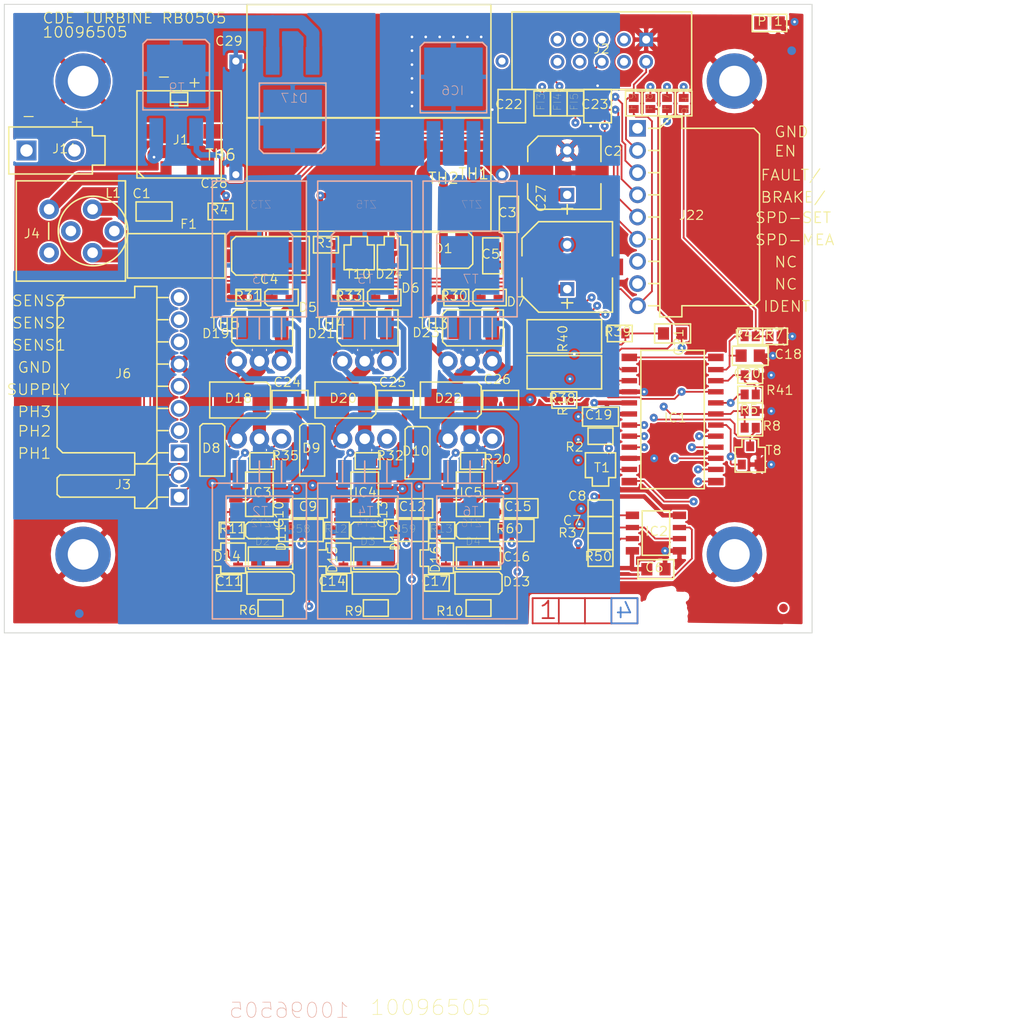
<source format=kicad_pcb>
(kicad_pcb (version 20171130) (host pcbnew 5.1.5-52549c5~86~ubuntu18.04.1)
  (layers (0 F.Cu signal hide) (1 In1.Cu signal hide) (2 In2.Cu signal hide) (31 B.Cu signal hide) (34 B.Paste user) (35 F.Paste user) (36 B.SilkS user) (37 F.SilkS user) (38 B.Mask user) (39 F.Mask user) (44 Edge.Cuts user))
  (net 0 "")
  (net 1 ENABLE)
  (net 2 SPEED-MEASURE)
  (net 3 SPEED-SETPOINT)
  (net 4 N78)
  (net 5 N76)
  (net 6 N71)
  (net 7 N70)
  (net 8 N69)
  (net 9 N68)
  (net 10 N66)
  (net 11 N65)
  (net 12 N64)
  (net 13 N63)
  (net 14 N59)
  (net 15 N57)
  (net 16 N56)
  (net 17 N54)
  (net 18 N51)
  (net 19 N50)
  (net 20 N49)
  (net 21 N48)
  (net 22 N47)
  (net 23 N46)
  (net 24 N45)
  (net 25 N43)
  (net 26 +24V)
  (net 27 N38)
  (net 28 N31)
  (net 29 N26)
  (net 30 N19)
  (net 31 N18)
  (net 32 N17)
  (net 33 N16)
  (net 34 N15)
  (net 35 N14)
  (net 36 N13)
  (net 37 N12)
  (net 38 N11)
  (net 39 N10)
  (net 40 TEMP-)
  (net 41 TEMP+)
  (net 42 SENSOR3)
  (net 43 SENSOR2)
  (net 44 SENSOR1)
  (net 45 BOT-DR-C)
  (net 46 BOT-DR-B)
  (net 47 BOT-DR-A)
  (net 48 TOP-DR-C)
  (net 49 TOP-DR-B)
  (net 50 TOP-DR-A)
  (net 51 OSC)
  (net 52 +15V)
  (net 53 BRAKE_)
  (net 54 V-REF-M)
  (net 55 GND)
  (net 56 GND-PUIS)
  (net 57 TEMPMEASURE-)
  (net 58 TEMPMEASURE+)
  (net 59 OE)
  (net 60 N9)
  (net 61 N8)
  (net 62 N7)
  (net 63 N6)
  (net 64 N5)
  (net 65 N4)
  (net 66 N3)
  (net 67 N2)
  (net 68 N1)
  (net 69 FAULT_)
  (net 70 ISENS)
  (module ctrb0505-A:JUMPER2_NoCopper_1 (layer F.Cu) (at 246.5246 60.5636)
    (fp_text reference J4 (at -1.9304 0.3048 unlocked) (layer F.SilkS) (effects (font (size 1.033069 1.086612) (thickness 0.127))))
    (fp_text value JUMPER2_NoCopper hide)
  )
  (module ctrb0505-A:ELC09DxxxxF_NoCopper_1 (layer F.Cu) (at 251.6046 60.5636)
    (fp_text reference L1 (at 2.2938 -4.328) (layer F.SilkS))
    (fp_text value ELC09DxxxxF_NoCopper hide)
  )
  (module ctrb0505-A:FEE_COMP_1 (layer F.Cu) (at 315.1046 105.6486)
    (fp_text reference CAM15 hide)
    (fp_text value FEE_COMP hide)
  )
  (module ctrb0505-A:FEE_COMP_2 (layer B.Cu) (at 247.1596 105.6486)
    (fp_text reference CAM14 hide)
    (fp_text value FEE_COMP hide)
  )
  (module ctrb0505-A:PERCAGE_TABLEAU_1 (layer F.Cu) (at 130.2434 82.7124)
    (fp_text reference CAM13 hide)
    (fp_text value PERCAGE_TABLEAU hide)
  )
  (module ctrb0505-A:FABRICATION-FEE_1 (layer F.Cu) (at 139.0572 0.01)
    (fp_text reference CAM12 hide)
    (fp_text value FABRICATION-FEE hide)
  )
  (module ctrb0505-A:A3_EQFS_COVIDIEN_1 (layer B.Cu) (at 287.444 72.6032)
    (fp_text reference CAM9 hide)
    (fp_text value A3_EQFS_COVIDIEN hide)
  )
  (module ctrb0505-A:PER-COVIDIEN_TEXTE_1 (layer F.Cu) (at 250.9442 137.6018)
    (fp_text reference CAM8 hide)
    (fp_text value PER-COVIDIEN_TEXTE hide)
  )
  (module ctrb0505-A:A3_EQFC_COVIDIEN_1 (layer F.Cu) (at 286.9614 89.5958)
    (fp_text reference CAM7 hide)
    (fp_text value A3_EQFC_COVIDIEN hide)
  )
  (module ctrb0505-A:A3_PER_COVIDIEN_1 (layer F.Cu) (at 206.1386 96.0474)
    (fp_text reference CAM6 hide)
    (fp_text value A3_PER_COVIDIEN hide)
  )
  (module ctrb0505-A:FILM18_HORIZONTAL_1 (layer F.Cu) (at 288.46 76.591)
    (fp_text reference CAM5 hide)
    (fp_text value FILM18_HORIZONTAL hide)
  )
  (module ctrb0505-A:COIN_EXTERNE_1 (layer F.Cu) (at 333.9514 34.6048 270)
    (fp_text reference CAM4 hide)
    (fp_text value COIN_EXTERNE hide)
  )
  (module ctrb0505-A:COIN_EXTERNE_1 (layer F.Cu) (at 333.9514 106.5884 180)
    (fp_text reference CAM3 hide)
    (fp_text value COIN_EXTERNE hide)
  )
  (module ctrb0505-A:COIN_EXTERNE_1 (layer F.Cu) (at 241.4446 106.5884 90)
    (fp_text reference CAM2 hide)
    (fp_text value COIN_EXTERNE hide)
  )
  (module ctrb0505-A:COIN_EXTERNE_1 (layer F.Cu) (at 241.4446 34.6048)
    (fp_text reference CAM1 hide)
    (fp_text value COIN_EXTERNE hide)
  )
  (module ctrb0505-A:TO220ABGDS-INV_COUCHE_1 (layer B.Cu) (at 294.7846 57.6934)
    (fp_text reference ZT7 (at 0.1778 -0.1524 unlocked) (layer B.SilkS) (effects (font (size 0.866445 0.911352) (thickness 0.0254)) (justify mirror)))
    (fp_text value Q-BT-TO220AB-GDS-INV hide)
    (pad D thru_hole circle (at 0 17.78) (size 2.2352 2.2352) (drill 1.2192) (layers *.Cu *.Mask) (net 27 N38))
    (pad G thru_hole circle (at -2.54 17.78) (size 2.2352 2.2352) (drill 1.2192) (layers *.Cu *.Mask) (net 22 N47))
    (pad S thru_hole circle (at 2.54 17.78) (size 2.2352 2.2352) (drill 1.2192) (layers *.Cu *.Mask) (net 70 ISENS))
  )
  (module ctrb0505-A:TO220ABGDS-INV_COUCHE_1 (layer B.Cu) (at 294.7846 102.1434 180)
    (fp_text reference ZT6 (at -0.1524 8.128 unlocked) (layer B.SilkS) (effects (font (size 0.866445 0.911352) (thickness 0.0254)) (justify mirror)))
    (fp_text value Q-BT-TO220AB-GDS-INV hide)
    (pad D thru_hole circle (at 0 17.78 180) (size 2.2352 2.2352) (drill 1.2192) (layers *.Cu *.Mask) (net 26 +24V))
    (pad G thru_hole circle (at -2.54 17.78 180) (size 2.2352 2.2352) (drill 1.2192) (layers *.Cu *.Mask) (net 13 N63))
    (pad S thru_hole circle (at 2.54 17.78 180) (size 2.2352 2.2352) (drill 1.2192) (layers *.Cu *.Mask) (net 27 N38))
  )
  (module ctrb0505-A:TO220ABGDS-INV_COUCHE_1 (layer B.Cu) (at 282.7196 57.6934)
    (fp_text reference ZT5 (at 0.1778 -0.1524 unlocked) (layer B.SilkS) (effects (font (size 0.866445 0.911352) (thickness 0.0254)) (justify mirror)))
    (fp_text value Q-BT-TO220AB-GDS-INV hide)
    (pad D thru_hole circle (at 0 17.78) (size 2.2352 2.2352) (drill 1.2192) (layers *.Cu *.Mask) (net 25 N43))
    (pad G thru_hole circle (at -2.54 17.78) (size 2.2352 2.2352) (drill 1.2192) (layers *.Cu *.Mask) (net 19 N50))
    (pad S thru_hole circle (at 2.54 17.78) (size 2.2352 2.2352) (drill 1.2192) (layers *.Cu *.Mask) (net 70 ISENS))
  )
  (module ctrb0505-A:TO220ABGDS-INV_COUCHE_1 (layer B.Cu) (at 282.7196 102.1434 180)
    (fp_text reference ZT4 (at -0.2032 8.128 unlocked) (layer B.SilkS) (effects (font (size 0.866445 0.911352) (thickness 0.0254)) (justify mirror)))
    (fp_text value Q-BT-TO220AB-GDS-INV hide)
    (pad D thru_hole circle (at 0 17.78 180) (size 2.2352 2.2352) (drill 1.2192) (layers *.Cu *.Mask) (net 26 +24V))
    (pad G thru_hole circle (at -2.54 17.78 180) (size 2.2352 2.2352) (drill 1.2192) (layers *.Cu *.Mask) (net 11 N65))
    (pad S thru_hole circle (at 2.54 17.78 180) (size 2.2352 2.2352) (drill 1.2192) (layers *.Cu *.Mask) (net 25 N43))
  )
  (module ctrb0505-A:TO220ABGDS-INV_COUCHE_1 (layer B.Cu) (at 270.6546 57.6934)
    (fp_text reference ZT3 (at 0.1778 -0.1524 unlocked) (layer B.SilkS) (effects (font (size 0.866445 0.911352) (thickness 0.0254)) (justify mirror)))
    (fp_text value Q-BT-TO220AB-GDS-INV hide)
    (pad D thru_hole circle (at 0 17.78) (size 2.2352 2.2352) (drill 1.2192) (layers *.Cu *.Mask) (net 62 N7))
    (pad G thru_hole circle (at -2.54 17.78) (size 2.2352 2.2352) (drill 1.2192) (layers *.Cu *.Mask) (net 23 N46))
    (pad S thru_hole circle (at 2.54 17.78) (size 2.2352 2.2352) (drill 1.2192) (layers *.Cu *.Mask) (net 70 ISENS))
  )
  (module ctrb0505-A:TO220ABGDS-INV_COUCHE_1 (layer B.Cu) (at 270.6546 102.1434 180)
    (fp_text reference ZT2 (at -0.1778 8.128 unlocked) (layer B.SilkS) (effects (font (size 0.866445 0.911352) (thickness 0.0254)) (justify mirror)))
    (fp_text value Q-BT-TO220AB-GDS-INV hide)
    (pad D thru_hole circle (at 0 17.78 180) (size 2.2352 2.2352) (drill 1.2192) (layers *.Cu *.Mask) (net 26 +24V))
    (pad G thru_hole circle (at -2.54 17.78 180) (size 2.2352 2.2352) (drill 1.2192) (layers *.Cu *.Mask) (net 7 N70))
    (pad S thru_hole circle (at 2.54 17.78 180) (size 2.2352 2.2352) (drill 1.2192) (layers *.Cu *.Mask) (net 62 N7))
  )
  (module ctrb0505-A:FIX35M_1 (layer F.Cu) (at 250.4616 43.3932)
    (fp_text reference ZM4 hide)
    (fp_text value FIX-0035M hide)
    (pad 1 thru_hole circle (at 0 0) (size 6.35 6.35) (drill 3.5052) (layers *.Cu *.Mask) (net 55 GND))
  )
  (module ctrb0505-A:FIX35M_1 (layer F.Cu) (at 325.0614 43.3932)
    (fp_text reference ZM3 hide)
    (fp_text value FIX-0035M hide)
    (pad 1 thru_hole circle (at 0 0) (size 6.35 6.35) (drill 3.5052) (layers *.Cu *.Mask) (net 55 GND))
  )
  (module ctrb0505-A:FIX35M_1 (layer F.Cu) (at 325.0614 97.5968)
    (fp_text reference ZM2 hide)
    (fp_text value FIX-0035M hide)
    (pad 1 thru_hole circle (at 0 0) (size 6.35 6.35) (drill 3.5052) (layers *.Cu *.Mask) (net 55 GND))
  )
  (module ctrb0505-A:FIX35M_1 (layer F.Cu) (at 250.4616 97.5968)
    (fp_text reference ZM1 hide)
    (fp_text value FIX-0035M hide)
    (pad 1 thru_hole circle (at 0 0) (size 6.35 6.35) (drill 3.5052) (layers *.Cu *.Mask) (net 55 GND))
  )
  (module ctrb0505-A:C-SC10_1 (layer F.Cu) (at 305.9098 64.6784 90)
    (fp_text reference ZC27 hide)
    (fp_text value C-BCP-WX10 hide)
    (pad + smd rect (at 0 -4.191 90) (size 1.905 4.4196) (layers F.Cu F.Paste F.Mask) (net 52 +15V))
    (pad - smd rect (at 0 4.191 90) (size 1.905 4.4196) (layers F.Cu F.Paste F.Mask) (net 55 GND))
  )
  (module ctrb0505-A:C-SC8_1 (layer F.Cu) (at 305.5796 53.8834 90)
    (fp_text reference ZC2 hide)
    (fp_text value C-BCP-WX8 hide)
    (pad + smd rect (at 0 -3.175 90) (size 1.905 3.81) (layers F.Cu F.Paste F.Mask) (net 26 +24V))
    (pad - smd rect (at 0 3.175 90) (size 1.905 3.81) (layers F.Cu F.Paste F.Mask) (net 55 GND))
  )
  (module ctrb0505-A:SOT23-GSD_1 (layer F.Cu) (at 282.0846 63.1036)
    (fp_text reference T10 (at -0.0889 2.3876 unlocked) (layer F.SilkS) (effects (font (size 1.033069 1.086612) (thickness 0.127))))
    (fp_text value Q-SOT23-IRLML2803 hide)
    (pad D smd rect (at 0 -1.0414) (size 0.9144 1.1176) (layers F.Cu F.Paste F.Mask) (net 64 N5))
    (pad G smd rect (at -0.9652 1.0414) (size 0.9144 1.1176) (layers F.Cu F.Paste F.Mask) (net 59 OE))
    (pad S smd rect (at 0.9652 1.0414) (size 0.9144 1.1176) (layers F.Cu F.Paste F.Mask) (net 56 GND-PUIS))
  )
  (module ctrb0505-A:DPAK-GDS_1 (layer B.Cu) (at 261.1296 44.3584)
    (fp_text reference T9 (at 0.0508 -0.2032 unlocked) (layer B.SilkS) (effects (font (size 1.033069 1.086612) (thickness 0.0762)) (justify mirror)))
    (fp_text value Q-BC-DPAK-GDS hide)
    (pad D smd rect (at 0 -1.778) (size 6.7056 6.7056) (layers B.Cu B.Paste B.Mask) (net 60 N9))
    (pad G smd rect (at 2.286 4.8768) (size 1.5748 3.175) (layers B.Cu B.Paste B.Mask) (net 39 N10))
    (pad S smd rect (at -2.286 4.8768) (size 1.5748 3.175) (layers B.Cu B.Paste B.Mask) (net 68 N1))
  )
  (module ctrb0505-A:SOT23-GSD_1 (layer F.Cu) (at 326.8648 86.2684)
    (fp_text reference T8 (at 2.667 -0.5842 unlocked) (layer F.SilkS) (effects (font (size 1.033069 1.086612) (thickness 0.127))))
    (fp_text value Q-SOT23-IRLML2803 hide)
    (pad D smd rect (at 0 -1.0414) (size 0.9144 1.1176) (layers F.Cu F.Paste F.Mask) (net 61 N8))
    (pad G smd rect (at -0.9652 1.0414) (size 0.9144 1.1176) (layers F.Cu F.Paste F.Mask) (net 42 SENSOR3))
    (pad S smd rect (at 0.9652 1.0414) (size 0.9144 1.1176) (layers F.Cu F.Paste F.Mask) (net 55 GND))
  )
  (module ctrb0505-A:DPAK-GDS_1 (layer B.Cu) (at 294.7846 66.2786)
    (fp_text reference T7 (at 0.0762 -0.2032 unlocked) (layer B.SilkS) (effects (font (size 1.033069 1.086612) (thickness 0.0762)) (justify mirror)))
    (fp_text value Q-BC-DPAK-GDS hide)
    (pad D smd rect (at 0 -1.778) (size 6.7056 6.7056) (layers B.Cu B.Paste B.Mask) (net 27 N38))
    (pad G smd rect (at 2.286 4.8768) (size 1.5748 3.175) (layers B.Cu B.Paste B.Mask) (net 22 N47))
    (pad S smd rect (at -2.286 4.8768) (size 1.5748 3.175) (layers B.Cu B.Paste B.Mask) (net 70 ISENS))
  )
  (module ctrb0505-A:DPAK-GDS_1 (layer B.Cu) (at 294.7846 93.2534 180)
    (fp_text reference T6 (at -0.0508 0.5842 unlocked) (layer B.SilkS) (effects (font (size 1.033069 1.086612) (thickness 0.0762)) (justify mirror)))
    (fp_text value Q-BC-DPAK-GDS hide)
    (pad D smd rect (at 0 -1.778 180) (size 6.7056 6.7056) (layers B.Cu B.Paste B.Mask) (net 26 +24V))
    (pad G smd rect (at 2.286 4.8768 180) (size 1.5748 3.175) (layers B.Cu B.Paste B.Mask) (net 13 N63))
    (pad S smd rect (at -2.286 4.8768 180) (size 1.5748 3.175) (layers B.Cu B.Paste B.Mask) (net 27 N38))
  )
  (module ctrb0505-A:DPAK-GDS_1 (layer B.Cu) (at 282.7196 66.2786)
    (fp_text reference T5 (at 0.0762 -0.2032 unlocked) (layer B.SilkS) (effects (font (size 1.033069 1.086612) (thickness 0.0762)) (justify mirror)))
    (fp_text value Q-BC-DPAK-GDS hide)
    (pad D smd rect (at 0 -1.778) (size 6.7056 6.7056) (layers B.Cu B.Paste B.Mask) (net 25 N43))
    (pad G smd rect (at 2.286 4.8768) (size 1.5748 3.175) (layers B.Cu B.Paste B.Mask) (net 19 N50))
    (pad S smd rect (at -2.286 4.8768) (size 1.5748 3.175) (layers B.Cu B.Paste B.Mask) (net 70 ISENS))
  )
  (module ctrb0505-A:DPAK-GDS_1 (layer B.Cu) (at 282.7196 93.2534 180)
    (fp_text reference T4 (at -0.1016 0.5842 unlocked) (layer B.SilkS) (effects (font (size 1.033069 1.086612) (thickness 0.0762)) (justify mirror)))
    (fp_text value Q-BC-DPAK-GDS hide)
    (pad D smd rect (at 0 -1.778 180) (size 6.7056 6.7056) (layers B.Cu B.Paste B.Mask) (net 26 +24V))
    (pad G smd rect (at 2.286 4.8768 180) (size 1.5748 3.175) (layers B.Cu B.Paste B.Mask) (net 11 N65))
    (pad S smd rect (at -2.286 4.8768 180) (size 1.5748 3.175) (layers B.Cu B.Paste B.Mask) (net 25 N43))
  )
  (module ctrb0505-A:DPAK-GDS_1 (layer B.Cu) (at 270.6546 66.2786)
    (fp_text reference T3 (at 0.0762 -0.2032 unlocked) (layer B.SilkS) (effects (font (size 1.033069 1.086612) (thickness 0.0762)) (justify mirror)))
    (fp_text value Q-BC-DPAK-GDS hide)
    (pad D smd rect (at 0 -1.778) (size 6.7056 6.7056) (layers B.Cu B.Paste B.Mask) (net 62 N7))
    (pad G smd rect (at 2.286 4.8768) (size 1.5748 3.175) (layers B.Cu B.Paste B.Mask) (net 23 N46))
    (pad S smd rect (at -2.286 4.8768) (size 1.5748 3.175) (layers B.Cu B.Paste B.Mask) (net 70 ISENS))
  )
  (module ctrb0505-A:DPAK-GDS_1 (layer B.Cu) (at 270.6546 93.2534 180)
    (fp_text reference T2 (at -0.0762 0.5842 unlocked) (layer B.SilkS) (effects (font (size 1.033069 1.086612) (thickness 0.0762)) (justify mirror)))
    (fp_text value Q-BC-DPAK-GDS hide)
    (pad D smd rect (at 0 -1.778 180) (size 6.7056 6.7056) (layers B.Cu B.Paste B.Mask) (net 26 +24V))
    (pad G smd rect (at 2.286 4.8768 180) (size 1.5748 3.175) (layers B.Cu B.Paste B.Mask) (net 7 N70))
    (pad S smd rect (at -2.286 4.8768 180) (size 1.5748 3.175) (layers B.Cu B.Paste B.Mask) (net 62 N7))
  )
  (module ctrb0505-A:SOT23-GSD_1 (layer F.Cu) (at 309.7198 87.8686 180)
    (fp_text reference T1 (at -0.1778 0.2032 unlocked) (layer F.SilkS) (effects (font (size 1.033069 1.086612) (thickness 0.127))))
    (fp_text value Q-SOT23-IRLML2803 hide)
    (pad D smd rect (at 0 -1.0414 180) (size 0.9144 1.1176) (layers F.Cu F.Paste F.Mask) (net 66 N3))
    (pad G smd rect (at -0.9652 1.0414 180) (size 0.9144 1.1176) (layers F.Cu F.Paste F.Mask) (net 35 N14))
    (pad S smd rect (at 0.9652 1.0414 180) (size 0.9144 1.1176) (layers F.Cu F.Paste F.Mask) (net 55 GND))
  )
  (module ctrb0505-A:RC1206_1 (layer F.Cu) (at 299.5598 94.8536 180)
    (fp_text reference R60 (at 0.2413 0.2032 unlocked) (layer F.SilkS) (effects (font (size 1.033069 1.086612) (thickness 0.127))))
    (fp_text value R-BC-R1206 hide)
    (pad 1 smd rect (at -1.4224 0 180) (size 1.5748 1.905) (layers F.Cu F.Paste F.Mask) (net 50 TOP-DR-A))
    (pad 2 smd rect (at 1.4224 0 180) (size 1.5748 1.905) (layers F.Cu F.Paste F.Mask) (net 52 +15V))
  )
  (module ctrb0505-A:RC1206_1 (layer F.Cu) (at 287.4948 94.8536 180)
    (fp_text reference R59 (at 0.2032 0.1778 unlocked) (layer F.SilkS) (effects (font (size 0.866445 0.911352) (thickness 0.0254))))
    (fp_text value R-BC-R1206 hide)
    (pad 1 smd rect (at -1.4224 0 180) (size 1.5748 1.905) (layers F.Cu F.Paste F.Mask) (net 49 TOP-DR-B))
    (pad 2 smd rect (at 1.4224 0 180) (size 1.5748 1.905) (layers F.Cu F.Paste F.Mask) (net 52 +15V))
  )
  (module ctrb0505-A:RC1206_1 (layer F.Cu) (at 275.4298 94.8536 180)
    (fp_text reference R58 (at 0.2286 0.1778 unlocked) (layer F.SilkS) (effects (font (size 0.866445 0.911352) (thickness 0.0254))))
    (fp_text value R-BC-R1206 hide)
    (pad 1 smd rect (at -1.4224 0 180) (size 1.5748 1.905) (layers F.Cu F.Paste F.Mask) (net 48 TOP-DR-C))
    (pad 2 smd rect (at 1.4224 0 180) (size 1.5748 1.905) (layers F.Cu F.Paste F.Mask) (net 52 +15V))
  )
  (module ctrb0505-A:R0603_1 (layer F.Cu) (at 309.7198 98.0286 180)
    (fp_text reference R50 (at 0.2667 0.2032 unlocked) (layer F.SilkS) (effects (font (size 1.033069 1.086612) (thickness 0.127))))
    (fp_text value R-BC-R0603 hide)
    (pad 1 smd rect (at -0.635 0 180) (size 0.9144 1.1176) (layers F.Cu F.Paste F.Mask) (net 4 N78))
    (pad 2 smd rect (at 0.635 0 180) (size 0.9144 1.1176) (layers F.Cu F.Paste F.Mask) (net 52 +15V))
  )
  (module ctrb0505-A:R0603_1 (layer F.Cu) (at 326.8648 72.6286 180)
    (fp_text reference R42 (at 0.2667 0.2032 unlocked) (layer F.SilkS) (effects (font (size 1.033069 1.086612) (thickness 0.127))))
    (fp_text value R-BC-R0603 hide)
    (pad 1 smd rect (at -0.635 0 180) (size 0.9144 1.1176) (layers F.Cu F.Paste F.Mask) (net 37 N12))
    (pad 2 smd rect (at 0.635 0 180) (size 0.9144 1.1176) (layers F.Cu F.Paste F.Mask) (net 17 N54))
  )
  (module ctrb0505-A:R0603_1 (layer F.Cu) (at 326.8648 79.2834)
    (fp_text reference R41 (at 3.3909 -0.4826 unlocked) (layer F.SilkS) (effects (font (size 1.033069 1.086612) (thickness 0.127))))
    (fp_text value R-BC-R0603 hide)
    (pad 1 smd rect (at -0.635 0) (size 0.9144 1.1176) (layers F.Cu F.Paste F.Mask) (net 54 V-REF-M))
    (pad 2 smd rect (at 0.635 0) (size 0.9144 1.1176) (layers F.Cu F.Paste F.Mask) (net 18 N51))
  )
  (module ctrb0505-A:R2512_1 (layer F.Cu) (at 305.5796 72.6286 180)
    (fp_text reference R40 (at 0.1778 -0.2667 90 unlocked) (layer F.SilkS) (effects (font (size 1.033069 1.086612) (thickness 0.127))))
    (fp_text value R-BC-R2512 hide)
    (pad 1 smd rect (at -3.175 0 180) (size 1.5748 3.5052) (layers F.Cu F.Paste F.Mask) (net 56 GND-PUIS))
    (pad 2 smd rect (at 3.175 0 180) (size 1.5748 3.5052) (layers F.Cu F.Paste F.Mask) (net 70 ISENS))
  )
  (module ctrb0505-A:R0603_1 (layer F.Cu) (at 311.9296 72.2984 180)
    (fp_text reference R39 (at 0.2413 0.2032 unlocked) (layer F.SilkS) (effects (font (size 1.033069 1.086612) (thickness 0.127))))
    (fp_text value R-BC-R0603 hide)
    (pad 1 smd rect (at -0.635 0 180) (size 0.9144 1.1176) (layers F.Cu F.Paste F.Mask) (net 15 N57))
    (pad 2 smd rect (at 0.635 0 180) (size 0.9144 1.1176) (layers F.Cu F.Paste F.Mask) (net 56 GND-PUIS))
  )
  (module ctrb0505-A:R0603_1 (layer F.Cu) (at 305.5796 79.9184 180)
    (fp_text reference R38 (at 0.2667 0.2032 unlocked) (layer F.SilkS) (effects (font (size 1.033069 1.086612) (thickness 0.127))))
    (fp_text value R-BC-R0603 hide)
    (pad 1 smd rect (at -0.635 0 180) (size 0.9144 1.1176) (layers F.Cu F.Paste F.Mask) (net 16 N56))
    (pad 2 smd rect (at 0.635 0 180) (size 0.9144 1.1176) (layers F.Cu F.Paste F.Mask) (net 70 ISENS))
  )
  (module ctrb0505-A:R0603_1 (layer F.Cu) (at 309.7198 96.1236)
    (fp_text reference R37 (at -3.2639 -0.9906 unlocked) (layer F.SilkS) (effects (font (size 1.033069 1.086612) (thickness 0.127))))
    (fp_text value R-BC-R0603 hide)
    (pad 1 smd rect (at -0.635 0) (size 0.9144 1.1176) (layers F.Cu F.Paste F.Mask) (net 5 N76))
    (pad 2 smd rect (at 0.635 0) (size 0.9144 1.1176) (layers F.Cu F.Paste F.Mask) (net 4 N78))
  )
  (module ctrb0505-A:R0603_1 (layer F.Cu) (at 270.9848 86.9034)
    (fp_text reference R35 (at 2.6289 -0.6096 unlocked) (layer F.SilkS) (effects (font (size 1.033069 1.086612) (thickness 0.127))))
    (fp_text value R-BC-R0603 hide)
    (pad 1 smd rect (at -0.635 0) (size 0.9144 1.1176) (layers F.Cu F.Paste F.Mask) (net 6 N71))
    (pad 2 smd rect (at 0.635 0) (size 0.9144 1.1176) (layers F.Cu F.Paste F.Mask) (net 7 N70))
  )
  (module ctrb0505-A:R0603_1 (layer F.Cu) (at 281.1448 68.1836 180)
    (fp_text reference R33 (at 0.2667 0.2032 unlocked) (layer F.SilkS) (effects (font (size 1.033069 1.086612) (thickness 0.127))))
    (fp_text value R-BC-R0603 hide)
    (pad 1 smd rect (at -0.635 0 180) (size 0.9144 1.1176) (layers F.Cu F.Paste F.Mask) (net 46 BOT-DR-B))
    (pad 2 smd rect (at 0.635 0 180) (size 0.9144 1.1176) (layers F.Cu F.Paste F.Mask) (net 19 N50))
  )
  (module ctrb0505-A:R0603_1 (layer F.Cu) (at 283.0498 86.9034)
    (fp_text reference R32 (at 2.5781 -0.6096 unlocked) (layer F.SilkS) (effects (font (size 1.033069 1.086612) (thickness 0.127))))
    (fp_text value R-BC-R0603 hide)
    (pad 1 smd rect (at -0.635 0) (size 0.9144 1.1176) (layers F.Cu F.Paste F.Mask) (net 10 N66))
    (pad 2 smd rect (at 0.635 0) (size 0.9144 1.1176) (layers F.Cu F.Paste F.Mask) (net 11 N65))
  )
  (module ctrb0505-A:R0603_1 (layer F.Cu) (at 269.3846 68.1836 180)
    (fp_text reference R31 (at 0.0127 0.2032 unlocked) (layer F.SilkS) (effects (font (size 1.033069 1.086612) (thickness 0.127))))
    (fp_text value R-BC-R0603 hide)
    (pad 1 smd rect (at -0.635 0 180) (size 0.9144 1.1176) (layers F.Cu F.Paste F.Mask) (net 45 BOT-DR-C))
    (pad 2 smd rect (at 0.635 0 180) (size 0.9144 1.1176) (layers F.Cu F.Paste F.Mask) (net 23 N46))
  )
  (module ctrb0505-A:R0603_1 (layer F.Cu) (at 293.2098 68.1836 180)
    (fp_text reference R30 (at 0.2667 0.2032 unlocked) (layer F.SilkS) (effects (font (size 1.033069 1.086612) (thickness 0.127))))
    (fp_text value R-BC-R0603 hide)
    (pad 1 smd rect (at -0.635 0 180) (size 0.9144 1.1176) (layers F.Cu F.Paste F.Mask) (net 47 BOT-DR-A))
    (pad 2 smd rect (at 0.635 0 180) (size 0.9144 1.1176) (layers F.Cu F.Paste F.Mask) (net 22 N47))
  )
  (module ctrb0505-A:R0603_1 (layer F.Cu) (at 295.1148 86.9034)
    (fp_text reference R20 (at 2.8067 -0.2032 unlocked) (layer F.SilkS) (effects (font (size 1.033069 1.086612) (thickness 0.127))))
    (fp_text value R-BC-R0603 hide)
    (pad 1 smd rect (at -0.635 0) (size 0.9144 1.1176) (layers F.Cu F.Paste F.Mask) (net 29 N26))
    (pad 2 smd rect (at 0.635 0) (size 0.9144 1.1176) (layers F.Cu F.Paste F.Mask) (net 13 N63))
  )
  (module ctrb0505-A:R0603_1 (layer F.Cu) (at 291.6096 94.8536 180)
    (fp_text reference R13 (at 0.127 0.1778 unlocked) (layer F.SilkS) (effects (font (size 0.866445 0.911352) (thickness 0.0254))))
    (fp_text value R-BC-R0603 hide)
    (pad 1 smd rect (at -0.635 0 180) (size 0.9144 1.1176) (layers F.Cu F.Paste F.Mask) (net 31 N18))
    (pad 2 smd rect (at 0.635 0 180) (size 0.9144 1.1176) (layers F.Cu F.Paste F.Mask) (net 24 N45))
  )
  (module ctrb0505-A:R0603_1 (layer F.Cu) (at 279.5446 94.8536 180)
    (fp_text reference R12 (at 0.127 0.1778 unlocked) (layer F.SilkS) (effects (font (size 0.866445 0.911352) (thickness 0.0254))))
    (fp_text value R-BC-R0603 hide)
    (pad 1 smd rect (at -0.635 0 180) (size 0.9144 1.1176) (layers F.Cu F.Paste F.Mask) (net 33 N16))
    (pad 2 smd rect (at 0.635 0 180) (size 0.9144 1.1176) (layers F.Cu F.Paste F.Mask) (net 14 N59))
  )
  (module ctrb0505-A:R0603_1 (layer F.Cu) (at 267.4796 94.8536 180)
    (fp_text reference R11 (at -0.0889 0.2032 unlocked) (layer F.SilkS) (effects (font (size 1.033069 1.086612) (thickness 0.127))))
    (fp_text value R-BC-R0603 hide)
    (pad 1 smd rect (at -0.635 0 180) (size 0.9144 1.1176) (layers F.Cu F.Paste F.Mask) (net 38 N11))
    (pad 2 smd rect (at 0.635 0 180) (size 0.9144 1.1176) (layers F.Cu F.Paste F.Mask) (net 9 N68))
  )
  (module ctrb0505-A:R0603_1 (layer F.Cu) (at 295.7498 103.7436)
    (fp_text reference R10 (at -3.2893 0.3556 unlocked) (layer F.SilkS) (effects (font (size 1.033069 1.086612) (thickness 0.127))))
    (fp_text value R-BC-R0603 hide)
    (pad 1 smd rect (at -0.635 0) (size 0.9144 1.1176) (layers F.Cu F.Paste F.Mask) (net 30 N19))
    (pad 2 smd rect (at 0.635 0) (size 0.9144 1.1176) (layers F.Cu F.Paste F.Mask) (net 51 OSC))
  )
  (module ctrb0505-A:R0603_1 (layer F.Cu) (at 283.9896 103.7436)
    (fp_text reference R9 (at -2.54 0.3556 unlocked) (layer F.SilkS) (effects (font (size 1.033069 1.086612) (thickness 0.127))))
    (fp_text value R-BC-R0603 hide)
    (pad 1 smd rect (at -0.635 0) (size 0.9144 1.1176) (layers F.Cu F.Paste F.Mask) (net 32 N17))
    (pad 2 smd rect (at 0.635 0) (size 0.9144 1.1176) (layers F.Cu F.Paste F.Mask) (net 51 OSC))
  )
  (module ctrb0505-A:R0603_1 (layer F.Cu) (at 326.8648 83.0934)
    (fp_text reference R8 (at 2.4638 -0.2032 unlocked) (layer F.SilkS) (effects (font (size 1.033069 1.086612) (thickness 0.127))))
    (fp_text value R-BC-R0603 hide)
    (pad 1 smd rect (at -0.635 0) (size 0.9144 1.1176) (layers F.Cu F.Paste F.Mask) (net 59 OE))
    (pad 2 smd rect (at 0.635 0) (size 0.9144 1.1176) (layers F.Cu F.Paste F.Mask) (net 61 N8))
  )
  (module ctrb0505-A:R0603_1 (layer F.Cu) (at 329.7096 72.6286 180)
    (fp_text reference R7 (at 0.127 0.2032 unlocked) (layer F.SilkS) (effects (font (size 1.033069 1.086612) (thickness 0.127))))
    (fp_text value R-BC-R0603 hide)
    (pad 1 smd rect (at -0.635 0 180) (size 0.9144 1.1176) (layers F.Cu F.Paste F.Mask) (net 55 GND))
    (pad 2 smd rect (at 0.635 0 180) (size 0.9144 1.1176) (layers F.Cu F.Paste F.Mask) (net 37 N12))
  )
  (module ctrb0505-A:R0603_1 (layer F.Cu) (at 271.9246 103.7436)
    (fp_text reference R6 (at -2.5908 0.254 unlocked) (layer F.SilkS) (effects (font (size 1.033069 1.086612) (thickness 0.127))))
    (fp_text value R-BC-R0603 hide)
    (pad 1 smd rect (at -0.635 0) (size 0.9144 1.1176) (layers F.Cu F.Paste F.Mask) (net 36 N13))
    (pad 2 smd rect (at 0.635 0) (size 0.9144 1.1176) (layers F.Cu F.Paste F.Mask) (net 51 OSC))
  )
  (module ctrb0505-A:R0603_1 (layer F.Cu) (at 326.8648 81.1884 180)
    (fp_text reference R5 (at 0.127 0.2032 unlocked) (layer F.SilkS) (effects (font (size 1.033069 1.086612) (thickness 0.127))))
    (fp_text value R-BC-R0603 hide)
    (pad 1 smd rect (at -0.635 0 180) (size 0.9144 1.1176) (layers F.Cu F.Paste F.Mask) (net 55 GND))
    (pad 2 smd rect (at 0.635 0 180) (size 0.9144 1.1176) (layers F.Cu F.Paste F.Mask) (net 59 OE))
  )
  (module ctrb0505-A:R0603_1 (layer F.Cu) (at 266.2096 58.3284 180)
    (fp_text reference R4 (at 0.1524 0.2032 unlocked) (layer F.SilkS) (effects (font (size 1.033069 1.086612) (thickness 0.127))))
    (fp_text value R-BC-R0603 hide)
    (pad 1 smd rect (at -0.635 0 180) (size 0.9144 1.1176) (layers F.Cu F.Paste F.Mask) (net 39 N10))
    (pad 2 smd rect (at 0.635 0 180) (size 0.9144 1.1176) (layers F.Cu F.Paste F.Mask) (net 68 N1))
  )
  (module ctrb0505-A:R0603_1 (layer F.Cu) (at 278.2746 62.1384 180)
    (fp_text reference R3 (at 0.127 0.2032 unlocked) (layer F.SilkS) (effects (font (size 1.033069 1.086612) (thickness 0.127))))
    (fp_text value R-BC-R0603 hide)
    (pad 1 smd rect (at -0.635 0 180) (size 0.9144 1.1176) (layers F.Cu F.Paste F.Mask) (net 64 N5))
    (pad 2 smd rect (at 0.635 0 180) (size 0.9144 1.1176) (layers F.Cu F.Paste F.Mask) (net 39 N10))
  )
  (module ctrb0505-A:R0603_1 (layer F.Cu) (at 309.7198 84.0586)
    (fp_text reference R2 (at -2.9718 1.2446 unlocked) (layer F.SilkS) (effects (font (size 1.033069 1.086612) (thickness 0.127))))
    (fp_text value R-BC-R0603 hide)
    (pad 1 smd rect (at -0.635 0) (size 0.9144 1.1176) (layers F.Cu F.Paste F.Mask) (net 55 GND))
    (pad 2 smd rect (at 0.635 0) (size 0.9144 1.1176) (layers F.Cu F.Paste F.Mask) (net 35 N14))
  )
  (module ctrb0505-A:R2512_1 (layer F.Cu) (at 305.5796 76.7434)
    (fp_text reference R1 (at -0.1524 3.9624 90 unlocked) (layer F.SilkS) (effects (font (size 1.033069 1.086612) (thickness 0.127))))
    (fp_text value R-BC-R2512 hide)
    (pad 1 smd rect (at -3.175 0) (size 1.5748 3.5052) (layers F.Cu F.Paste F.Mask) (net 70 ISENS))
    (pad 2 smd rect (at 3.175 0) (size 1.5748 3.5052) (layers F.Cu F.Paste F.Mask) (net 56 GND-PUIS))
  )
  (module ctrb0505-A:C12000_1 (layer F.Cu) (at 329.0746 36.7384 180)
    (fp_text reference PT1 (at -0.0635 0.2032 unlocked) (layer F.SilkS) (effects (font (size 1.033069 1.086612) (thickness 0.127))))
    (fp_text value PT-CMS-C12000 hide)
    (pad 1 smd rect (at -0.9906 0 180) (size 1.524 1.524) (layers F.Cu F.Paste F.Mask) (net 55 GND))
    (pad 2 smd rect (at 0.9906 0 180) (size 1.524 1.524) (layers F.Cu F.Paste F.Mask))
  )
  (module ctrb0505-A:MIRECMS-SAFT_1 (layer B.Cu) (at 250.0298 104.3786)
    (fp_text reference MIR4 hide)
    (fp_text value MIRECMS hide)
    (pad 1 smd circle (at 0 0) (size 0.9906 0.9906) (layers B.Cu B.Paste B.Mask))
  )
  (module ctrb0505-A:MIRECMS-SAFT_1 (layer B.Cu) (at 331.6146 39.9134)
    (fp_text reference MIR3 hide)
    (fp_text value MIRECMS hide)
    (pad 1 smd circle (at 0 0) (size 0.9906 0.9906) (layers B.Cu B.Paste B.Mask))
  )
  (module ctrb0505-A:MIRECMS-SAFT_1 (layer F.Cu) (at 330.6748 103.7436)
    (fp_text reference MIR2 hide)
    (fp_text value MIRECMS hide)
    (pad 1 smd circle (at 0 0) (size 0.9906 0.9906) (layers F.Cu F.Paste F.Mask))
  )
  (module ctrb0505-A:MIRECMS-SAFT_1 (layer F.Cu) (at 243.9846 37.0686)
    (fp_text reference MIR1 hide)
    (fp_text value MIRECMS hide)
    (pad 1 smd circle (at 0 0) (size 0.9906 0.9906) (layers F.Cu F.Paste F.Mask))
  )
  (module ctrb0505-A:MOL7395-9_1 (layer F.Cu) (at 313.9616 48.8034 270)
    (fp_text reference J22 (at 9.9568 -6.1849 unlocked) (layer F.SilkS) (effects (font (size 1.033069 1.086612) (thickness 0.127))))
    (fp_text value F-CO-MOL7395M09 hide)
    (pad 1 thru_hole rect (at 0 0 270) (size 1.905 1.905) (drill 1.2192) (layers *.Cu *.Mask) (net 55 GND))
    (pad 2 thru_hole circle (at 2.54 0 270) (size 1.905 1.905) (drill 1.2192) (layers *.Cu *.Mask) (net 1 ENABLE))
    (pad 3 thru_hole circle (at 5.08 0 270) (size 1.905 1.905) (drill 1.2192) (layers *.Cu *.Mask) (net 69 FAULT_))
    (pad 4 thru_hole circle (at 7.62 0 270) (size 1.905 1.905) (drill 1.2192) (layers *.Cu *.Mask) (net 53 BRAKE_))
    (pad 5 thru_hole circle (at 10.16 0 270) (size 1.905 1.905) (drill 1.2192) (layers *.Cu *.Mask) (net 3 SPEED-SETPOINT))
    (pad 6 thru_hole circle (at 12.7 0 270) (size 1.905 1.905) (drill 1.2192) (layers *.Cu *.Mask) (net 2 SPEED-MEASURE))
    (pad 7 thru_hole circle (at 15.24 0 270) (size 1.905 1.905) (drill 1.2192) (layers *.Cu *.Mask))
    (pad 8 thru_hole circle (at 17.78 0 270) (size 1.905 1.905) (drill 1.2192) (layers *.Cu *.Mask))
    (pad 9 thru_hole circle (at 20.32 0 270) (size 1.905 1.905) (drill 1.2192) (layers *.Cu *.Mask) (net 59 OE))
  )
  (module ctrb0505-A:MOL5566-2_1 (layer F.Cu) (at 243.9846 51.3434 270)
    (fp_text reference J11 (at -0.2032 -4.3815 unlocked) (layer F.SilkS) (effects (font (size 1.033069 1.086612) (thickness 0.127))))
    (fp_text value F-CO-MOL5566-02 hide)
    (pad 1 thru_hole rect (at 0 0 270) (size 2.286 2.286) (drill 1.4224) (layers *.Cu *.Mask) (net 67 N2))
    (pad 2 thru_hole circle (at 0 -5.4864 270) (size 2.286 2.286) (drill 1.4224) (layers *.Cu *.Mask) (net 63 N6))
  )
  (module ctrb0505-A:MOL7395-8_1 (layer F.Cu) (at 261.4598 85.9636 90)
    (fp_text reference J6 (at 9.0678 -6.4008 unlocked) (layer F.SilkS) (effects (font (size 1.033069 1.086612) (thickness 0.127))))
    (fp_text value F-CO-MOL7395M08 hide)
    (pad 1 thru_hole rect (at 0 0 90) (size 1.905 1.905) (drill 1.2192) (layers *.Cu *.Mask) (net 27 N38))
    (pad 2 thru_hole circle (at 2.54 0 90) (size 1.905 1.905) (drill 1.2192) (layers *.Cu *.Mask) (net 25 N43))
    (pad 3 thru_hole circle (at 5.08 0 90) (size 1.905 1.905) (drill 1.2192) (layers *.Cu *.Mask) (net 62 N7))
    (pad 4 thru_hole circle (at 7.62 0 90) (size 1.905 1.905) (drill 1.2192) (layers *.Cu *.Mask) (net 54 V-REF-M))
    (pad 5 thru_hole circle (at 10.16 0 90) (size 1.905 1.905) (drill 1.2192) (layers *.Cu *.Mask) (net 55 GND))
    (pad 6 thru_hole circle (at 12.7 0 90) (size 1.905 1.905) (drill 1.2192) (layers *.Cu *.Mask) (net 44 SENSOR1))
    (pad 7 thru_hole circle (at 15.24 0 90) (size 1.905 1.905) (drill 1.2192) (layers *.Cu *.Mask) (net 43 SENSOR2))
    (pad 8 thru_hole circle (at 17.78 0 90) (size 1.905 1.905) (drill 1.2192) (layers *.Cu *.Mask) (net 42 SENSOR3))
  )
  (module ctrb0505-A:MOL7395-2_1 (layer F.Cu) (at 261.4598 91.0436 90)
    (fp_text reference J3 (at 1.4478 -6.4262 unlocked) (layer F.SilkS) (effects (font (size 1.033069 1.086612) (thickness 0.127))))
    (fp_text value F-CO-MOL7395M02 hide)
    (pad 1 thru_hole rect (at 0 0 90) (size 1.905 1.905) (drill 1.2192) (layers *.Cu *.Mask) (net 40 TEMP-))
    (pad 2 thru_hole circle (at 2.54 0 90) (size 1.905 1.905) (drill 1.2192) (layers *.Cu *.Mask) (net 41 TEMP+))
  )
  (module ctrb0505-A:BP2X5D_1 (layer F.Cu) (at 314.9522 38.6434 180)
    (fp_text reference J2 (at 5.1054 -1.0668 unlocked) (layer F.SilkS) (effects (font (size 1.033069 1.086612) (thickness 0.127))))
    (fp_text value F-CO-HE10-2010D hide)
    (pad 1 thru_hole rect (at 0 0 180) (size 1.5748 1.5748) (drill 0.9144) (layers *.Cu *.Mask) (net 55 GND))
    (pad 2 thru_hole circle (at 0 -2.54 180) (size 1.5748 1.5748) (drill 0.9144) (layers *.Cu *.Mask) (net 1 ENABLE))
    (pad 3 thru_hole circle (at 2.54 0 180) (size 1.5748 1.5748) (drill 0.9144) (layers *.Cu *.Mask) (net 69 FAULT_))
    (pad 4 thru_hole circle (at 2.54 -2.54 180) (size 1.5748 1.5748) (drill 0.9144) (layers *.Cu *.Mask) (net 53 BRAKE_))
    (pad 5 thru_hole circle (at 5.08 0 180) (size 1.5748 1.5748) (drill 0.9144) (layers *.Cu *.Mask) (net 3 SPEED-SETPOINT))
    (pad 6 thru_hole circle (at 5.08 -2.54 180) (size 1.5748 1.5748) (drill 0.9144) (layers *.Cu *.Mask) (net 2 SPEED-MEASURE))
    (pad 7 thru_hole circle (at 7.62 0 180) (size 1.5748 1.5748) (drill 0.9144) (layers *.Cu *.Mask))
    (pad 8 thru_hole circle (at 7.62 -2.54 180) (size 1.5748 1.5748) (drill 0.9144) (layers *.Cu *.Mask))
    (pad 9 thru_hole circle (at 10.16 0 180) (size 1.5748 1.5748) (drill 0.9144) (layers *.Cu *.Mask) (net 57 TEMPMEASURE-))
    (pad 10 thru_hole circle (at 10.16 -2.54 180) (size 1.5748 1.5748) (drill 0.9144) (layers *.Cu *.Mask) (net 58 TEMPMEASURE+))
  )
  (module ctrb0505-A:MOL43650-02C_1 (layer F.Cu) (at 261.4598 54.3152 180)
    (fp_text reference J1 (at -0.2032 4.191 unlocked) (layer F.SilkS) (effects (font (size 1.033069 1.086612) (thickness 0.127))))
    (fp_text value F-COCMS-MOL43650-0212 hide)
    (pad 1 smd rect (at 1.4986 0 180) (size 1.27 3.4798) (layers F.Cu F.Paste F.Mask) (net 67 N2))
    (pad 2 smd rect (at -1.4986 0 180) (size 1.27 3.4798) (layers F.Cu F.Paste F.Mask) (net 63 N6))
    (pad 3 smd rect (at -4.9276 5.1562 270) (size 1.6764 4.2926) (layers F.Cu F.Paste F.Mask))
    (pad 4 smd rect (at 4.9276 5.1562 270) (size 1.6764 4.2926) (layers F.Cu F.Paste F.Mask))
  )
  (module ctrb0505-A:DPAK_1 (layer B.Cu) (at 292.8796 44.6886)
    (fp_text reference IC6 (at -0.0889 -0.2032 unlocked) (layer B.SilkS) (effects (font (size 1.033069 1.086612) (thickness 0.0762)) (justify mirror)))
    (fp_text value REG-BC-DPAK hide)
    (pad 1 smd rect (at 2.286 4.8768) (size 1.5748 3.175) (layers B.Cu B.Paste B.Mask) (net 26 +24V))
    (pad 2 smd rect (at 0 -1.778) (size 6.7056 6.7056) (layers B.Cu B.Paste B.Mask) (net 55 GND))
    (pad 3 smd rect (at -2.286 4.8768) (size 1.5748 3.175) (layers B.Cu B.Paste B.Mask) (net 52 +15V))
  )
  (module ctrb0505-A:MX.A8_COMPOSANT_1 (layer F.Cu) (at 294.7846 90.7134 90)
    (fp_text reference IC5 (at 0.2032 0.0889 unlocked) (layer F.SilkS) (effects (font (size 1.033069 1.086612) (thickness 0.127))))
    (fp_text value L-BC-SO08 hide)
    (pad 1 smd rect (at -2.032 2.6924 90) (size 0.8636 1.524) (layers F.Cu F.Paste F.Mask) (net 52 +15V))
    (pad 2 smd rect (at -0.635 2.6924 90) (size 0.6096 1.524) (layers F.Cu F.Paste F.Mask) (net 50 TOP-DR-A))
    (pad 3 smd rect (at 0.635 2.6924 90) (size 0.6096 1.524) (layers F.Cu F.Paste F.Mask) (net 55 GND))
    (pad 4 smd rect (at 2.032 2.6924 90) (size 0.8636 1.524) (layers F.Cu F.Paste F.Mask))
    (pad 5 smd rect (at 2.032 -2.6924 90) (size 0.8636 1.524) (layers F.Cu F.Paste F.Mask))
    (pad 6 smd rect (at 0.635 -2.6924 90) (size 0.6096 1.524) (layers F.Cu F.Paste F.Mask) (net 27 N38))
    (pad 7 smd rect (at -0.635 -2.6924 90) (size 0.6096 1.524) (layers F.Cu F.Paste F.Mask) (net 29 N26))
    (pad 8 smd rect (at -2.032 -2.6924 90) (size 0.8636 1.524) (layers F.Cu F.Paste F.Mask) (net 24 N45))
  )
  (module ctrb0505-A:MX.A8_COMPOSANT_1 (layer F.Cu) (at 282.7196 90.7134 90)
    (fp_text reference IC4 (at 0.2032 0.0635 unlocked) (layer F.SilkS) (effects (font (size 1.033069 1.086612) (thickness 0.127))))
    (fp_text value L-BC-SO08 hide)
    (pad 1 smd rect (at -2.032 2.6924 90) (size 0.8636 1.524) (layers F.Cu F.Paste F.Mask) (net 52 +15V))
    (pad 2 smd rect (at -0.635 2.6924 90) (size 0.6096 1.524) (layers F.Cu F.Paste F.Mask) (net 49 TOP-DR-B))
    (pad 3 smd rect (at 0.635 2.6924 90) (size 0.6096 1.524) (layers F.Cu F.Paste F.Mask) (net 55 GND))
    (pad 4 smd rect (at 2.032 2.6924 90) (size 0.8636 1.524) (layers F.Cu F.Paste F.Mask))
    (pad 5 smd rect (at 2.032 -2.6924 90) (size 0.8636 1.524) (layers F.Cu F.Paste F.Mask))
    (pad 6 smd rect (at 0.635 -2.6924 90) (size 0.6096 1.524) (layers F.Cu F.Paste F.Mask) (net 25 N43))
    (pad 7 smd rect (at -0.635 -2.6924 90) (size 0.6096 1.524) (layers F.Cu F.Paste F.Mask) (net 10 N66))
    (pad 8 smd rect (at -2.032 -2.6924 90) (size 0.8636 1.524) (layers F.Cu F.Paste F.Mask) (net 14 N59))
  )
  (module ctrb0505-A:MX.A8_COMPOSANT_1 (layer F.Cu) (at 270.6546 90.7134 90)
    (fp_text reference IC3 (at 0.2032 0.0889 unlocked) (layer F.SilkS) (effects (font (size 1.033069 1.086612) (thickness 0.127))))
    (fp_text value L-BC-SO08 hide)
    (pad 1 smd rect (at -2.032 2.6924 90) (size 0.8636 1.524) (layers F.Cu F.Paste F.Mask) (net 52 +15V))
    (pad 2 smd rect (at -0.635 2.6924 90) (size 0.6096 1.524) (layers F.Cu F.Paste F.Mask) (net 48 TOP-DR-C))
    (pad 3 smd rect (at 0.635 2.6924 90) (size 0.6096 1.524) (layers F.Cu F.Paste F.Mask) (net 55 GND))
    (pad 4 smd rect (at 2.032 2.6924 90) (size 0.8636 1.524) (layers F.Cu F.Paste F.Mask))
    (pad 5 smd rect (at 2.032 -2.6924 90) (size 0.8636 1.524) (layers F.Cu F.Paste F.Mask))
    (pad 6 smd rect (at 0.635 -2.6924 90) (size 0.6096 1.524) (layers F.Cu F.Paste F.Mask) (net 62 N7))
    (pad 7 smd rect (at -0.635 -2.6924 90) (size 0.6096 1.524) (layers F.Cu F.Paste F.Mask) (net 6 N71))
    (pad 8 smd rect (at -2.032 -2.6924 90) (size 0.8636 1.524) (layers F.Cu F.Paste F.Mask) (net 9 N68))
  )
  (module ctrb0505-A:MX.A8_COMPOSANT_1 (layer F.Cu) (at 316.0698 95.1584 90)
    (fp_text reference IC2 (at 0.2032 0.0635 unlocked) (layer F.SilkS) (effects (font (size 1.033069 1.086612) (thickness 0.127))))
    (fp_text value L-BC-SO08 hide)
    (pad 1 smd rect (at -2.032 2.6924 90) (size 0.8636 1.524) (layers F.Cu F.Paste F.Mask) (net 55 GND))
    (pad 2 smd rect (at -0.635 2.6924 90) (size 0.6096 1.524) (layers F.Cu F.Paste F.Mask) (net 5 N76))
    (pad 3 smd rect (at 0.635 2.6924 90) (size 0.6096 1.524) (layers F.Cu F.Paste F.Mask) (net 51 OSC))
    (pad 4 smd rect (at 2.032 2.6924 90) (size 0.8636 1.524) (layers F.Cu F.Paste F.Mask) (net 52 +15V))
    (pad 5 smd rect (at 2.032 -2.6924 90) (size 0.8636 1.524) (layers F.Cu F.Paste F.Mask) (net 20 N49))
    (pad 6 smd rect (at 0.635 -2.6924 90) (size 0.6096 1.524) (layers F.Cu F.Paste F.Mask) (net 5 N76))
    (pad 7 smd rect (at -0.635 -2.6924 90) (size 0.6096 1.524) (layers F.Cu F.Paste F.Mask) (net 4 N78))
    (pad 8 smd rect (at -2.032 -2.6924 90) (size 0.8636 1.524) (layers F.Cu F.Paste F.Mask) (net 52 +15V))
  )
  (module ctrb0505-A:MX.A24_COMPOSANT_1 (layer F.Cu) (at 317.9748 82.1536 90)
    (fp_text reference IC1 (at 0.2032 0.3175 unlocked) (layer F.SilkS) (effects (font (size 1.033069 1.086612) (thickness 0.127))))
    (fp_text value L-BC-SO24 hide)
    (pad 1 smd rect (at -7.112 4.953 90) (size 0.8636 1.778) (layers F.Cu F.Paste F.Mask) (net 49 TOP-DR-B))
    (pad 2 smd rect (at -5.715 4.953 90) (size 0.6096 1.778) (layers F.Cu F.Paste F.Mask) (net 50 TOP-DR-A))
    (pad 3 smd rect (at -4.445 4.953 90) (size 0.6096 1.778) (layers F.Cu F.Paste F.Mask) (net 54 V-REF-M))
    (pad 4 smd rect (at -3.175 4.953 90) (size 0.6096 1.778) (layers F.Cu F.Paste F.Mask) (net 44 SENSOR1))
    (pad 5 smd rect (at -1.905 4.953 90) (size 0.6096 1.778) (layers F.Cu F.Paste F.Mask) (net 43 SENSOR2))
    (pad 6 smd rect (at -0.635 4.953 90) (size 0.6096 1.778) (layers F.Cu F.Paste F.Mask) (net 42 SENSOR3))
    (pad 7 smd rect (at 0.635 4.953 90) (size 0.6096 1.778) (layers F.Cu F.Paste F.Mask) (net 59 OE))
    (pad 8 smd rect (at 1.905 4.953 90) (size 0.6096 1.778) (layers F.Cu F.Paste F.Mask) (net 54 V-REF-M))
    (pad 9 smd rect (at 3.175 4.953 90) (size 0.6096 1.778) (layers F.Cu F.Paste F.Mask) (net 16 N56))
    (pad 10 smd rect (at 4.445 4.953 90) (size 0.6096 1.778) (layers F.Cu F.Paste F.Mask) (net 18 N51))
    (pad 11 smd rect (at 5.715 4.953 90) (size 0.6096 1.778) (layers F.Cu F.Paste F.Mask) (net 17 N54))
    (pad 12 smd rect (at 7.112 4.953 90) (size 0.8636 1.778) (layers F.Cu F.Paste F.Mask) (net 65 N4))
    (pad 13 smd rect (at 7.112 -4.953 90) (size 0.8636 1.778) (layers F.Cu F.Paste F.Mask) (net 65 N4))
    (pad 14 smd rect (at 5.715 -4.953 90) (size 0.6096 1.778) (layers F.Cu F.Paste F.Mask) (net 34 N15))
    (pad 15 smd rect (at 4.445 -4.953 90) (size 0.6096 1.778) (layers F.Cu F.Paste F.Mask) (net 15 N57))
    (pad 16 smd rect (at 3.175 -4.953 90) (size 0.6096 1.778) (layers F.Cu F.Paste F.Mask) (net 55 GND))
    (pad 17 smd rect (at 1.905 -4.953 90) (size 0.6096 1.778) (layers F.Cu F.Paste F.Mask) (net 52 +15V))
    (pad 18 smd rect (at 0.635 -4.953 90) (size 0.6096 1.778) (layers F.Cu F.Paste F.Mask) (net 52 +15V))
    (pad 19 smd rect (at -0.635 -4.953 90) (size 0.6096 1.778) (layers F.Cu F.Paste F.Mask) (net 45 BOT-DR-C))
    (pad 20 smd rect (at -1.905 -4.953 90) (size 0.6096 1.778) (layers F.Cu F.Paste F.Mask) (net 46 BOT-DR-B))
    (pad 21 smd rect (at -3.175 -4.953 90) (size 0.6096 1.778) (layers F.Cu F.Paste F.Mask) (net 47 BOT-DR-A))
    (pad 22 smd rect (at -4.445 -4.953 90) (size 0.6096 1.778) (layers F.Cu F.Paste F.Mask) (net 55 GND))
    (pad 23 smd rect (at -5.715 -4.953 90) (size 0.6096 1.778) (layers F.Cu F.Paste F.Mask) (net 66 N3))
    (pad 24 smd rect (at -7.112 -4.953 90) (size 0.8636 1.778) (layers F.Cu F.Paste F.Mask) (net 48 TOP-DR-C))
  )
  (module ctrb0505-A:C0603_1 (layer F.Cu) (at 313.5298 45.9586 270)
    (fp_text reference FI9 (at -0.2286 0.1778 90 unlocked) (layer F.SilkS) (effects (font (size 0.866445 0.911352) (thickness 0.0254))))
    (fp_text value SF-BC-S0603 hide)
    (pad 1 smd rect (at -0.635 0 270) (size 0.9144 1.1176) (layers F.Cu F.Paste F.Mask) (net 1 ENABLE))
    (pad 2 smd rect (at 0.635 0 270) (size 0.9144 1.1176) (layers F.Cu F.Paste F.Mask) (net 59 OE))
  )
  (module ctrb0505-A:C0603_1 (layer F.Cu) (at 315.4348 45.9586 270)
    (fp_text reference FI8 (at -0.2032 0.1778 90 unlocked) (layer F.SilkS) (effects (font (size 0.866445 0.911352) (thickness 0.0254))))
    (fp_text value SF-BC-S0603 hide)
    (pad 1 smd rect (at -0.635 0 270) (size 0.9144 1.1176) (layers F.Cu F.Paste F.Mask) (net 69 FAULT_))
    (pad 2 smd rect (at 0.635 0 270) (size 0.9144 1.1176) (layers F.Cu F.Paste F.Mask) (net 34 N15))
  )
  (module ctrb0505-A:C0603_1 (layer F.Cu) (at 317.3398 45.9586 270)
    (fp_text reference FI7 (at -0.2032 0.1778 90 unlocked) (layer F.SilkS) (effects (font (size 0.866445 0.911352) (thickness 0.0254))))
    (fp_text value SF-BC-S0603 hide)
    (pad 1 smd rect (at -0.635 0 270) (size 0.9144 1.1176) (layers F.Cu F.Paste F.Mask) (net 53 BRAKE_))
    (pad 2 smd rect (at 0.635 0 270) (size 0.9144 1.1176) (layers F.Cu F.Paste F.Mask) (net 35 N14))
  )
  (module ctrb0505-A:C0603_1 (layer F.Cu) (at 319.2448 45.9586 270)
    (fp_text reference FI6 (at 0.2286 -0.1778 270 unlocked) (layer F.SilkS) (effects (font (size 0.866445 0.911352) (thickness 0.0254))))
    (fp_text value SF-BC-S0603 hide)
    (pad 1 smd rect (at -0.635 0 270) (size 0.9144 1.1176) (layers F.Cu F.Paste F.Mask) (net 3 SPEED-SETPOINT))
    (pad 2 smd rect (at 0.635 0 270) (size 0.9144 1.1176) (layers F.Cu F.Paste F.Mask) (net 37 N12))
  )
  (module ctrb0505-A:C0603_1 (layer F.Cu) (at 306.8496 45.9586 270)
    (fp_text reference FI5 (at -0.2032 0.1524 90 unlocked) (layer F.SilkS) (effects (font (size 0.866445 0.911352) (thickness 0.0254))))
    (fp_text value SF-BC-S0603 hide)
    (pad 1 smd rect (at -0.635 0 270) (size 0.9144 1.1176) (layers F.Cu F.Paste F.Mask) (net 2 SPEED-MEASURE))
    (pad 2 smd rect (at 0.635 0 270) (size 0.9144 1.1176) (layers F.Cu F.Paste F.Mask) (net 61 N8))
  )
  (module ctrb0505-A:C0603_1 (layer F.Cu) (at 304.9446 45.9586 270)
    (fp_text reference FI4 (at -0.1778 0.1524 90 unlocked) (layer F.SilkS) (effects (font (size 0.866445 0.911352) (thickness 0.0254))))
    (fp_text value SF-BC-S0603 hide)
    (pad 1 smd rect (at -0.635 0 270) (size 0.9144 1.1176) (layers F.Cu F.Paste F.Mask) (net 57 TEMPMEASURE-))
    (pad 2 smd rect (at 0.635 0 270) (size 0.9144 1.1176) (layers F.Cu F.Paste F.Mask) (net 40 TEMP-))
  )
  (module ctrb0505-A:C0603_1 (layer F.Cu) (at 303.0396 45.9586 270)
    (fp_text reference FI3 (at -0.2032 0.1524 90 unlocked) (layer F.SilkS) (effects (font (size 0.866445 0.911352) (thickness 0.0254))))
    (fp_text value SF-BC-S0603 hide)
    (pad 1 smd rect (at -0.635 0 270) (size 0.9144 1.1176) (layers F.Cu F.Paste F.Mask) (net 58 TEMPMEASURE+))
    (pad 2 smd rect (at 0.635 0 270) (size 0.9144 1.1176) (layers F.Cu F.Paste F.Mask) (net 41 TEMP+))
  )
  (module ctrb0505-A:BNX002_1 (layer F.Cu) (at 249.0646 60.5636)
    (fp_text reference FI1 hide)
    (fp_text value FL-10-BNX002-01 hide)
    (pad B thru_hole circle (at 2.4892 -2.4892) (size 2.2352 2.2352) (drill 1.2192) (layers *.Cu *.Mask) (net 63 N6))
    (pad CB thru_hole circle (at 2.4892 2.4892) (size 2.2352 2.2352) (drill 1.2192) (layers *.Cu *.Mask) (net 28 N31))
    (pad CG1 thru_hole circle (at -2.4892 2.4892) (size 2.2352 2.2352) (drill 1.2192) (layers *.Cu *.Mask) (net 56 GND-PUIS))
    (pad CG2 thru_hole circle (at 0 0) (size 2.2352 2.2352) (drill 1.2192) (layers *.Cu *.Mask) (net 56 GND-PUIS))
    (pad CG3 thru_hole circle (at 4.9784 0) (size 2.2352 2.2352) (drill 1.2192) (layers *.Cu *.Mask) (net 56 GND-PUIS))
    (pad PSG thru_hole circle (at -2.4892 -2.4892) (size 2.2352 2.2352) (drill 1.2192) (layers *.Cu *.Mask) (net 67 N2))
  )
  (module ctrb0505-A:FU154000_1 (layer F.Cu) (at 261.1296 63.4084)
    (fp_text reference F1 (at 1.4224 -3.6322 unlocked) (layer F.SilkS) (effects (font (size 1.033069 1.086612) (thickness 0.127))))
    (fp_text value FU-BC-154000 hide)
    (pad 1 smd rect (at -3.175 0) (size 4.2418 3.81) (layers F.Cu F.Paste F.Mask) (net 28 N31))
    (pad 2 smd rect (at 3.175 0) (size 4.2418 3.81) (layers F.Cu F.Paste F.Mask) (net 68 N1))
  )
  (module ctrb0505-A:SOT23-1G_1 (layer F.Cu) (at 285.8946 63.1036)
    (fp_text reference D24 (at -0.3937 2.3876 unlocked) (layer F.SilkS) (effects (font (size 1.033069 1.086612) (thickness 0.127))))
    (fp_text value D-BC-SOT23 hide)
    (pad 1 smd rect (at -0.9652 1.0414) (size 0.9144 1.1176) (layers F.Cu F.Paste F.Mask) (net 56 GND-PUIS))
    (pad 2 smd rect (at 0.9652 1.0414) (size 0.9144 1.1176) (layers F.Cu F.Paste F.Mask))
    (pad 3 smd rect (at 0 -1.0414) (size 0.9144 1.1176) (layers F.Cu F.Paste F.Mask) (net 39 N10))
  )
  (module ctrb0505-A:SMB_1 (layer F.Cu) (at 295.1148 71.6634)
    (fp_text reference D23 (at -5.3721 0.5334 unlocked) (layer F.SilkS) (effects (font (size 1.033069 1.086612) (thickness 0.127))))
    (fp_text value D-BC-SMB hide)
    (pad A smd rect (at 2.2098 0) (size 1.5748 2.54) (layers F.Cu F.Paste F.Mask) (net 70 ISENS))
    (pad K smd rect (at -2.2098 0) (size 1.5748 2.54) (layers F.Cu F.Paste F.Mask) (net 27 N38))
  )
  (module ctrb0505-A:SMB_1 (layer F.Cu) (at 292.5748 79.9184 180)
    (fp_text reference D22 (at 0.2667 0.2032 unlocked) (layer F.SilkS) (effects (font (size 1.033069 1.086612) (thickness 0.127))))
    (fp_text value D-BC-SMB hide)
    (pad A smd rect (at 2.2098 0 180) (size 1.5748 2.54) (layers F.Cu F.Paste F.Mask) (net 27 N38))
    (pad K smd rect (at -2.2098 0 180) (size 1.5748 2.54) (layers F.Cu F.Paste F.Mask) (net 26 +24V))
  )
  (module ctrb0505-A:SMB_1 (layer F.Cu) (at 283.0498 71.6634)
    (fp_text reference D21 (at -5.2959 0.635 unlocked) (layer F.SilkS) (effects (font (size 1.033069 1.086612) (thickness 0.127))))
    (fp_text value D-BC-SMB hide)
    (pad A smd rect (at 2.2098 0) (size 1.5748 2.54) (layers F.Cu F.Paste F.Mask) (net 70 ISENS))
    (pad K smd rect (at -2.2098 0) (size 1.5748 2.54) (layers F.Cu F.Paste F.Mask) (net 25 N43))
  )
  (module ctrb0505-A:SMB_1 (layer F.Cu) (at 280.5098 79.9184 180)
    (fp_text reference D20 (at 0.2667 0.2032 unlocked) (layer F.SilkS) (effects (font (size 1.033069 1.086612) (thickness 0.127))))
    (fp_text value D-BC-SMB hide)
    (pad A smd rect (at 2.2098 0 180) (size 1.5748 2.54) (layers F.Cu F.Paste F.Mask) (net 25 N43))
    (pad K smd rect (at -2.2098 0 180) (size 1.5748 2.54) (layers F.Cu F.Paste F.Mask) (net 26 +24V))
  )
  (module ctrb0505-A:SMB_1 (layer F.Cu) (at 270.9848 71.6634)
    (fp_text reference D19 (at -5.3213 0.635 unlocked) (layer F.SilkS) (effects (font (size 1.033069 1.086612) (thickness 0.127))))
    (fp_text value D-BC-SMB hide)
    (pad A smd rect (at 2.2098 0) (size 1.5748 2.54) (layers F.Cu F.Paste F.Mask) (net 70 ISENS))
    (pad K smd rect (at -2.2098 0) (size 1.5748 2.54) (layers F.Cu F.Paste F.Mask) (net 62 N7))
  )
  (module ctrb0505-A:SMB_1 (layer F.Cu) (at 268.4448 79.9184 180)
    (fp_text reference D18 (at 0.1905 0.2032 unlocked) (layer F.SilkS) (effects (font (size 1.033069 1.086612) (thickness 0.127))))
    (fp_text value D-BC-SMB hide)
    (pad A smd rect (at 2.2098 0 180) (size 1.5748 2.54) (layers F.Cu F.Paste F.Mask) (net 62 N7))
    (pad K smd rect (at -2.2098 0 180) (size 1.5748 2.54) (layers F.Cu F.Paste F.Mask) (net 26 +24V))
  )
  (module ctrb0505-A:DPAK-2ANODES_1 (layer B.Cu) (at 274.4646 45.9586 180)
    (fp_text reference D17 (at -0.1905 0.6096 unlocked) (layer B.SilkS) (effects (font (size 1.033069 1.086612) (thickness 0.0762)) (justify mirror)))
    (fp_text value D-BC-DPAK-2ANODES hide)
    (pad A1 smd rect (at 2.286 4.8768 180) (size 1.5748 3.175) (layers B.Cu B.Paste B.Mask) (net 60 N9))
    (pad A2 smd rect (at -2.286 4.8768 180) (size 1.5748 3.175) (layers B.Cu B.Paste B.Mask) (net 60 N9))
    (pad K smd rect (at 0 -1.778 180) (size 6.7056 6.7056) (layers B.Cu B.Paste B.Mask) (net 26 +24V))
  )
  (module ctrb0505-A:SOT23-1G_1 (layer F.Cu) (at 290.9746 98.0286 90)
    (fp_text reference D16 (at -0.1397 -0.1778 90 unlocked) (layer F.SilkS) (effects (font (size 1.033069 1.086612) (thickness 0.127))))
    (fp_text value D-BC-SOT23 hide)
    (pad 1 smd rect (at -0.9652 1.0414 90) (size 0.9144 1.1176) (layers F.Cu F.Paste F.Mask) (net 27 N38))
    (pad 2 smd rect (at 0.9652 1.0414 90) (size 0.9144 1.1176) (layers F.Cu F.Paste F.Mask) (net 24 N45))
    (pad 3 smd rect (at 0 -1.0414 90) (size 0.9144 1.1176) (layers F.Cu F.Paste F.Mask) (net 21 N48))
  )
  (module ctrb0505-A:SOT23-1G_1 (layer F.Cu) (at 279.2398 98.0286 90)
    (fp_text reference D15 (at -0.1651 -0.2032 90 unlocked) (layer F.SilkS) (effects (font (size 1.033069 1.086612) (thickness 0.127))))
    (fp_text value D-BC-SOT23 hide)
    (pad 1 smd rect (at -0.9652 1.0414 90) (size 0.9144 1.1176) (layers F.Cu F.Paste F.Mask) (net 25 N43))
    (pad 2 smd rect (at 0.9652 1.0414 90) (size 0.9144 1.1176) (layers F.Cu F.Paste F.Mask) (net 14 N59))
    (pad 3 smd rect (at 0 -1.0414 90) (size 0.9144 1.1176) (layers F.Cu F.Paste F.Mask) (net 12 N64))
  )
  (module ctrb0505-A:SOT23-1G_1 (layer F.Cu) (at 267.1748 98.0286 90)
    (fp_text reference D14 (at 0.2032 -0.2159 unlocked) (layer F.SilkS) (effects (font (size 1.033069 1.086612) (thickness 0.127))))
    (fp_text value D-BC-SOT23 hide)
    (pad 1 smd rect (at -0.9652 1.0414 90) (size 0.9144 1.1176) (layers F.Cu F.Paste F.Mask) (net 62 N7))
    (pad 2 smd rect (at 0.9652 1.0414 90) (size 0.9144 1.1176) (layers F.Cu F.Paste F.Mask) (net 9 N68))
    (pad 3 smd rect (at 0 -1.0414 90) (size 0.9144 1.1176) (layers F.Cu F.Paste F.Mask) (net 8 N69))
  )
  (module ctrb0505-A:SOD80_1 (layer F.Cu) (at 295.7498 100.8734)
    (fp_text reference D13 (at 4.3561 -0.1524 unlocked) (layer F.SilkS) (effects (font (size 1.033069 1.086612) (thickness 0.127))))
    (fp_text value D-BC-SOD80 hide)
    (pad A smd rect (at -1.5748 0) (size 1.5748 1.905) (layers F.Cu F.Paste F.Mask) (net 27 N38))
    (pad K smd rect (at 1.5748 0) (size 1.5748 1.905) (layers F.Cu F.Paste F.Mask) (net 24 N45))
    (pad 1 smd rect (at -1.5748 0) (size 1.5748 1.905) (layers F.Cu F.Paste F.Mask))
    (pad 2 smd rect (at 1.5748 0) (size 1.5748 1.905) (layers F.Cu F.Paste F.Mask))
  )
  (module ctrb0505-A:SOD80_1 (layer F.Cu) (at 283.9896 100.8734)
    (fp_text reference D12 (at 2.2098 -5.2197 90 unlocked) (layer F.SilkS) (effects (font (size 1.033069 1.086612) (thickness 0.127))))
    (fp_text value D-BC-SOD80 hide)
    (pad A smd rect (at -1.5748 0) (size 1.5748 1.905) (layers F.Cu F.Paste F.Mask) (net 25 N43))
    (pad K smd rect (at 1.5748 0) (size 1.5748 1.905) (layers F.Cu F.Paste F.Mask) (net 14 N59))
    (pad 1 smd rect (at -1.5748 0) (size 1.5748 1.905) (layers F.Cu F.Paste F.Mask))
    (pad 2 smd rect (at 1.5748 0) (size 1.5748 1.905) (layers F.Cu F.Paste F.Mask))
  )
  (module ctrb0505-A:SOD80_1 (layer F.Cu) (at 271.9246 100.8734)
    (fp_text reference D11 (at 1.2192 -5.1943 90 unlocked) (layer F.SilkS) (effects (font (size 1.033069 1.086612) (thickness 0.127))))
    (fp_text value D-BC-SOD80 hide)
    (pad A smd rect (at -1.5748 0) (size 1.5748 1.905) (layers F.Cu F.Paste F.Mask) (net 62 N7))
    (pad K smd rect (at 1.5748 0) (size 1.5748 1.905) (layers F.Cu F.Paste F.Mask) (net 9 N68))
    (pad 1 smd rect (at -1.5748 0) (size 1.5748 1.905) (layers F.Cu F.Paste F.Mask))
    (pad 2 smd rect (at 1.5748 0) (size 1.5748 1.905) (layers F.Cu F.Paste F.Mask))
  )
  (module ctrb0505-A:SMA_1 (layer F.Cu) (at 288.7648 85.9636 270)
    (fp_text reference D10 (at -0.2032 0.1905 unlocked) (layer F.SilkS) (effects (font (size 1.033069 1.086612) (thickness 0.127))))
    (fp_text value D-BC-SMA hide)
    (pad A smd rect (at 1.905 0 270) (size 1.5748 1.905) (layers F.Cu F.Paste F.Mask) (net 56 GND-PUIS))
    (pad K smd rect (at -1.905 0 270) (size 1.5748 1.905) (layers F.Cu F.Paste F.Mask) (net 27 N38))
  )
  (module ctrb0505-A:SMA_1 (layer F.Cu) (at 276.6998 85.6334 270)
    (fp_text reference D9 (at -0.2032 0.1016 unlocked) (layer F.SilkS) (effects (font (size 1.033069 1.086612) (thickness 0.127))))
    (fp_text value D-BC-SMA hide)
    (pad A smd rect (at 1.905 0 270) (size 1.5748 1.905) (layers F.Cu F.Paste F.Mask) (net 56 GND-PUIS))
    (pad K smd rect (at -1.905 0 270) (size 1.5748 1.905) (layers F.Cu F.Paste F.Mask) (net 25 N43))
  )
  (module ctrb0505-A:SMA_1 (layer F.Cu) (at 265.2698 85.6334 270)
    (fp_text reference D8 (at -0.2032 0.127 unlocked) (layer F.SilkS) (effects (font (size 1.033069 1.086612) (thickness 0.127))))
    (fp_text value D-BC-SMA hide)
    (pad A smd rect (at 1.905 0 270) (size 1.5748 1.905) (layers F.Cu F.Paste F.Mask) (net 56 GND-PUIS))
    (pad K smd rect (at -1.905 0 270) (size 1.5748 1.905) (layers F.Cu F.Paste F.Mask) (net 62 N7))
  )
  (module ctrb0505-A:SOD323_1 (layer F.Cu) (at 297.0198 68.1836)
    (fp_text reference D7 (at 2.9972 0.4826 unlocked) (layer F.SilkS) (effects (font (size 1.033069 1.086612) (thickness 0.127))))
    (fp_text value D-BC-SOD323 hide)
    (pad A smd rect (at 1.0922 0) (size 1.27 0.6096) (layers F.Cu F.Paste F.Mask) (net 70 ISENS))
    (pad K smd rect (at -1.0922 0) (size 1.27 0.6096) (layers F.Cu F.Paste F.Mask) (net 47 BOT-DR-A))
  )
  (module ctrb0505-A:SOD323_1 (layer F.Cu) (at 284.9548 68.1836)
    (fp_text reference D6 (at 2.9972 -1.0922 unlocked) (layer F.SilkS) (effects (font (size 1.033069 1.086612) (thickness 0.127))))
    (fp_text value D-BC-SOD323 hide)
    (pad A smd rect (at 1.0922 0) (size 1.27 0.6096) (layers F.Cu F.Paste F.Mask) (net 70 ISENS))
    (pad K smd rect (at -1.0922 0) (size 1.27 0.6096) (layers F.Cu F.Paste F.Mask) (net 46 BOT-DR-B))
  )
  (module ctrb0505-A:SOD323_1 (layer F.Cu) (at 273.1946 68.1836)
    (fp_text reference D5 (at 2.9972 1.1176 unlocked) (layer F.SilkS) (effects (font (size 1.033069 1.086612) (thickness 0.127))))
    (fp_text value D-BC-SOD323 hide)
    (pad A smd rect (at 1.0922 0) (size 1.27 0.6096) (layers F.Cu F.Paste F.Mask) (net 70 ISENS))
    (pad K smd rect (at -1.0922 0) (size 1.27 0.6096) (layers F.Cu F.Paste F.Mask) (net 45 BOT-DR-C))
  )
  (module ctrb0505-A:SOD323_1 (layer F.Cu) (at 295.1148 94.8536)
    (fp_text reference D4 (at 0.0254 1.2446 unlocked) (layer F.SilkS) (effects (font (size 0.866445 0.911352) (thickness 0.0254))))
    (fp_text value D-BC-SOD323 hide)
    (pad A smd rect (at 1.0922 0) (size 1.27 0.6096) (layers F.Cu F.Paste F.Mask) (net 52 +15V))
    (pad K smd rect (at -1.0922 0) (size 1.27 0.6096) (layers F.Cu F.Paste F.Mask) (net 31 N18))
  )
  (module ctrb0505-A:SOD323_1 (layer F.Cu) (at 283.0498 94.8536)
    (fp_text reference D3 (at 0.0254 1.2446 unlocked) (layer F.SilkS) (effects (font (size 0.866445 0.911352) (thickness 0.0254))))
    (fp_text value D-BC-SOD323 hide)
    (pad A smd rect (at 1.0922 0) (size 1.27 0.6096) (layers F.Cu F.Paste F.Mask) (net 52 +15V))
    (pad K smd rect (at -1.0922 0) (size 1.27 0.6096) (layers F.Cu F.Paste F.Mask) (net 33 N16))
  )
  (module ctrb0505-A:SOD323_1 (layer F.Cu) (at 270.9848 94.8536)
    (fp_text reference D2 (at 0.0254 1.2446 unlocked) (layer F.SilkS) (effects (font (size 0.866445 0.911352) (thickness 0.0254))))
    (fp_text value D-BC-SOD323 hide)
    (pad A smd rect (at 1.0922 0) (size 1.27 0.6096) (layers F.Cu F.Paste F.Mask) (net 52 +15V))
    (pad K smd rect (at -1.0922 0) (size 1.27 0.6096) (layers F.Cu F.Paste F.Mask) (net 38 N11))
  )
  (module ctrb0505-A:SMB_1 (layer F.Cu) (at 291.6096 62.7734 180)
    (fp_text reference D1 (at -0.127 0.2032 unlocked) (layer F.SilkS) (effects (font (size 1.033069 1.086612) (thickness 0.127))))
    (fp_text value D-BC-SMB hide)
    (pad A smd rect (at 2.2098 0 180) (size 1.5748 2.54) (layers F.Cu F.Paste F.Mask) (net 56 GND-PUIS))
    (pad K smd rect (at -2.2098 0 180) (size 1.5748 2.54) (layers F.Cu F.Paste F.Mask) (net 26 +24V))
  )
  (module ctrb0505-A:HT-13X27_1 (layer F.Cu) (at 267.9622 41.1072)
    (fp_text reference C29 (at -0.8001 -2.286 unlocked) (layer F.SilkS) (effects (font (size 1.033069 1.086612) (thickness 0.127))))
    (fp_text value C-BTP-HT1327 hide)
    (pad + thru_hole rect (at 0 0) (size 1.4732 1.4732) (drill 0.8128) (layers *.Cu *.Mask) (net 26 +24V))
    (pad - thru_hole circle (at 30.48 0) (size 1.4732 1.4732) (drill 0.8128) (layers *.Cu *.Mask) (net 56 GND-PUIS))
  )
  (module ctrb0505-A:HT-13X27_1 (layer F.Cu) (at 267.9622 54.112)
    (fp_text reference C28 (at -2.5019 0.9906 unlocked) (layer F.SilkS) (effects (font (size 1.033069 1.086612) (thickness 0.127))))
    (fp_text value C-BTP-HT1327 hide)
    (pad + thru_hole rect (at 0 0) (size 1.4732 1.4732) (drill 0.8128) (layers *.Cu *.Mask) (net 26 +24V))
    (pad - thru_hole circle (at 30.48 0) (size 1.4732 1.4732) (drill 0.8128) (layers *.Cu *.Mask) (net 56 GND-PUIS))
  )
  (module ctrb0505-A:03515_1 (layer F.Cu) (at 305.9098 64.6784)
    (fp_text reference C27 (at -2.9972 -7.8359 90 unlocked) (layer F.SilkS) (effects (font (size 1.033069 1.086612) (thickness 0.127))))
    (fp_text value C-BTP-803 hide)
    (pad + thru_hole rect (at 0 2.54) (size 1.6002 1.6002) (drill 0.9652) (layers *.Cu *.Mask) (net 52 +15V))
    (pad - thru_hole circle (at 0 -2.54) (size 1.6002 1.6002) (drill 0.9652) (layers *.Cu *.Mask) (net 55 GND))
  )
  (module ctrb0505-A:C0805_1 (layer F.Cu) (at 298.2898 79.9184)
    (fp_text reference C26 (at -0.3937 -2.3622 unlocked) (layer F.SilkS) (effects (font (size 1.033069 1.086612) (thickness 0.127))))
    (fp_text value C-BC-C0805 hide)
    (pad 1 smd rect (at -1.0414 0) (size 1.27 1.4224) (layers F.Cu F.Paste F.Mask) (net 26 +24V))
    (pad 2 smd rect (at 1.0414 0) (size 1.27 1.4224) (layers F.Cu F.Paste F.Mask) (net 56 GND-PUIS))
  )
  (module ctrb0505-A:C0805_1 (layer F.Cu) (at 286.2248 79.9184)
    (fp_text reference C25 (at -0.3175 -2.032 unlocked) (layer F.SilkS) (effects (font (size 1.033069 1.086612) (thickness 0.127))))
    (fp_text value C-BC-C0805 hide)
    (pad 1 smd rect (at -1.0414 0) (size 1.27 1.4224) (layers F.Cu F.Paste F.Mask) (net 26 +24V))
    (pad 2 smd rect (at 1.0414 0) (size 1.27 1.4224) (layers F.Cu F.Paste F.Mask) (net 56 GND-PUIS))
  )
  (module ctrb0505-A:C0805_1 (layer F.Cu) (at 274.1598 79.9184)
    (fp_text reference C24 (at -0.3175 -2.032 unlocked) (layer F.SilkS) (effects (font (size 1.033069 1.086612) (thickness 0.127))))
    (fp_text value C-BC-C0805 hide)
    (pad 1 smd rect (at -1.0414 0) (size 1.27 1.4224) (layers F.Cu F.Paste F.Mask) (net 26 +24V))
    (pad 2 smd rect (at 1.0414 0) (size 1.27 1.4224) (layers F.Cu F.Paste F.Mask) (net 56 GND-PUIS))
  )
  (module ctrb0505-A:C0612-4_1 (layer F.Cu) (at 309.3896 46.2634 270)
    (fp_text reference C23 (at -0.2032 0.3175 unlocked) (layer F.SilkS) (effects (font (size 1.033069 1.086612) (thickness 0.127))))
    (fp_text value CC-BC-C0612 hide)
    (pad 1 smd rect (at -1.1938 0.7874 270) (size 0.5588 0.9144) (layers F.Cu F.Paste F.Mask) (net 55 GND))
    (pad 2 smd rect (at -0.381 0.7874 270) (size 0.5588 0.9144) (layers F.Cu F.Paste F.Mask) (net 55 GND))
    (pad 3 smd rect (at 0.381 0.7874 270) (size 0.5588 0.9144) (layers F.Cu F.Paste F.Mask) (net 55 GND))
    (pad 4 smd rect (at 1.1938 0.7874 270) (size 0.5588 0.9144) (layers F.Cu F.Paste F.Mask) (net 55 GND))
    (pad 5 smd rect (at 1.1938 -0.7874 270) (size 0.5588 0.9144) (layers F.Cu F.Paste F.Mask) (net 3 SPEED-SETPOINT))
    (pad 6 smd rect (at 0.381 -0.7874 270) (size 0.5588 0.9144) (layers F.Cu F.Paste F.Mask) (net 53 BRAKE_))
    (pad 7 smd rect (at -0.381 -0.7874 270) (size 0.5588 0.9144) (layers F.Cu F.Paste F.Mask) (net 69 FAULT_))
    (pad 8 smd rect (at -1.1938 -0.7874 270) (size 0.5588 0.9144) (layers F.Cu F.Paste F.Mask) (net 1 ENABLE))
  )
  (module ctrb0505-A:C0612-4_1 (layer F.Cu) (at 299.5598 46.2634 90)
    (fp_text reference C22 (at 0.2032 -0.3429 unlocked) (layer F.SilkS) (effects (font (size 1.033069 1.086612) (thickness 0.127))))
    (fp_text value CC-BC-C0612 hide)
    (pad 1 smd rect (at -1.1938 0.7874 90) (size 0.5588 0.9144) (layers F.Cu F.Paste F.Mask) (net 58 TEMPMEASURE+))
    (pad 2 smd rect (at -0.381 0.7874 90) (size 0.5588 0.9144) (layers F.Cu F.Paste F.Mask) (net 57 TEMPMEASURE-))
    (pad 3 smd rect (at 0.381 0.7874 90) (size 0.5588 0.9144) (layers F.Cu F.Paste F.Mask) (net 2 SPEED-MEASURE))
    (pad 4 smd rect (at 1.1938 0.7874 90) (size 0.5588 0.9144) (layers F.Cu F.Paste F.Mask))
    (pad 5 smd rect (at 1.1938 -0.7874 90) (size 0.5588 0.9144) (layers F.Cu F.Paste F.Mask) (net 55 GND))
    (pad 6 smd rect (at 0.381 -0.7874 90) (size 0.5588 0.9144) (layers F.Cu F.Paste F.Mask) (net 55 GND))
    (pad 7 smd rect (at -0.381 -0.7874 90) (size 0.5588 0.9144) (layers F.Cu F.Paste F.Mask) (net 55 GND))
    (pad 8 smd rect (at -1.1938 -0.7874 90) (size 0.5588 0.9144) (layers F.Cu F.Paste F.Mask) (net 55 GND))
  )
  (module ctrb0505-A:C0805_1 (layer F.Cu) (at 317.9748 72.2984)
    (fp_text reference C21 (at 0.7112 1.0033 90 unlocked) (layer F.SilkS) (effects (font (size 1.033069 1.086612) (thickness 0.127))))
    (fp_text value C-BC-C0805 hide)
    (pad 1 smd rect (at -1.0414 0) (size 1.27 1.4224) (layers F.Cu F.Paste F.Mask) (net 15 N57))
    (pad 2 smd rect (at 1.0414 0) (size 1.27 1.4224) (layers F.Cu F.Paste F.Mask) (net 16 N56))
  )
  (module ctrb0505-A:C0603_1 (layer F.Cu) (at 326.8648 77.0736 180)
    (fp_text reference C20 (at 0.3429 0.2032 unlocked) (layer F.SilkS) (effects (font (size 1.033069 1.086612) (thickness 0.127))))
    (fp_text value C-BC-C0603 hide)
    (pad 1 smd rect (at -0.635 0 180) (size 0.9144 1.1176) (layers F.Cu F.Paste F.Mask) (net 55 GND))
    (pad 2 smd rect (at 0.635 0 180) (size 0.9144 1.1176) (layers F.Cu F.Paste F.Mask) (net 18 N51))
  )
  (module ctrb0505-A:C0805_1 (layer F.Cu) (at 309.7198 81.8234 180)
    (fp_text reference C19 (at 0.2159 0.2032 unlocked) (layer F.SilkS) (effects (font (size 1.033069 1.086612) (thickness 0.127))))
    (fp_text value C-BC-C0805 hide)
    (pad 1 smd rect (at -1.0414 0 180) (size 1.27 1.4224) (layers F.Cu F.Paste F.Mask) (net 52 +15V))
    (pad 2 smd rect (at 1.0414 0 180) (size 1.27 1.4224) (layers F.Cu F.Paste F.Mask) (net 55 GND))
  )
  (module ctrb0505-A:C0805_1 (layer F.Cu) (at 326.8648 74.8384)
    (fp_text reference C18 (at 4.3561 -0.1524 unlocked) (layer F.SilkS) (effects (font (size 1.033069 1.086612) (thickness 0.127))))
    (fp_text value C-BC-C0805 hide)
    (pad 1 smd rect (at -1.0414 0) (size 1.27 1.4224) (layers F.Cu F.Paste F.Mask) (net 17 N54))
    (pad 2 smd rect (at 1.0414 0) (size 1.27 1.4224) (layers F.Cu F.Paste F.Mask) (net 55 GND))
  )
  (module ctrb0505-A:C0603_1 (layer F.Cu) (at 290.9746 100.8734 180)
    (fp_text reference C17 (at 0.2413 0.2032 unlocked) (layer F.SilkS) (effects (font (size 1.033069 1.086612) (thickness 0.127))))
    (fp_text value C-BC-C0603 hide)
    (pad 1 smd rect (at -0.635 0 180) (size 0.9144 1.1176) (layers F.Cu F.Paste F.Mask) (net 30 N19))
    (pad 2 smd rect (at 0.635 0 180) (size 0.9144 1.1176) (layers F.Cu F.Paste F.Mask) (net 21 N48))
  )
  (module ctrb0505-A:RC1206_1 (layer F.Cu) (at 295.7498 98.0286)
    (fp_text reference C16 (at 4.3561 -0.1524 unlocked) (layer F.SilkS) (effects (font (size 1.033069 1.086612) (thickness 0.127))))
    (fp_text value C-BC-C1206 hide)
    (pad 1 smd rect (at -1.4224 0) (size 1.5748 1.905) (layers F.Cu F.Paste F.Mask) (net 27 N38))
    (pad 2 smd rect (at 1.4224 0) (size 1.5748 1.905) (layers F.Cu F.Paste F.Mask) (net 24 N45))
  )
  (module ctrb0505-A:C0805_1 (layer F.Cu) (at 300.4996 92.3136 180)
    (fp_text reference C15 (at 0.2413 0.2032 unlocked) (layer F.SilkS) (effects (font (size 1.033069 1.086612) (thickness 0.127))))
    (fp_text value C-BC-C0805 hide)
    (pad 1 smd rect (at -1.0414 0 180) (size 1.27 1.4224) (layers F.Cu F.Paste F.Mask) (net 55 GND))
    (pad 2 smd rect (at 1.0414 0 180) (size 1.27 1.4224) (layers F.Cu F.Paste F.Mask) (net 52 +15V))
  )
  (module ctrb0505-A:C0603_1 (layer F.Cu) (at 279.2398 100.8734 180)
    (fp_text reference C14 (at 0.2667 0.2032 unlocked) (layer F.SilkS) (effects (font (size 1.033069 1.086612) (thickness 0.127))))
    (fp_text value C-BC-C0603 hide)
    (pad 1 smd rect (at -0.635 0 180) (size 0.9144 1.1176) (layers F.Cu F.Paste F.Mask) (net 32 N17))
    (pad 2 smd rect (at 0.635 0 180) (size 0.9144 1.1176) (layers F.Cu F.Paste F.Mask) (net 12 N64))
  )
  (module ctrb0505-A:RC1206_1 (layer F.Cu) (at 283.9896 98.0286)
    (fp_text reference C13 (at 0.7874 -4.9911 90 unlocked) (layer F.SilkS) (effects (font (size 1.033069 1.086612) (thickness 0.127))))
    (fp_text value C-BC-C1206 hide)
    (pad 1 smd rect (at -1.4224 0) (size 1.5748 1.905) (layers F.Cu F.Paste F.Mask) (net 25 N43))
    (pad 2 smd rect (at 1.4224 0) (size 1.5748 1.905) (layers F.Cu F.Paste F.Mask) (net 14 N59))
  )
  (module ctrb0505-A:C0805_1 (layer F.Cu) (at 288.4346 92.3136 180)
    (fp_text reference C12 (at 0.2413 0.2032 unlocked) (layer F.SilkS) (effects (font (size 1.033069 1.086612) (thickness 0.127))))
    (fp_text value C-BC-C0805 hide)
    (pad 1 smd rect (at -1.0414 0 180) (size 1.27 1.4224) (layers F.Cu F.Paste F.Mask) (net 55 GND))
    (pad 2 smd rect (at 1.0414 0 180) (size 1.27 1.4224) (layers F.Cu F.Paste F.Mask) (net 52 +15V))
  )
  (module ctrb0505-A:C0603_1 (layer F.Cu) (at 267.1748 100.8734 180)
    (fp_text reference C11 (at -0.0127 0.2032 unlocked) (layer F.SilkS) (effects (font (size 1.033069 1.086612) (thickness 0.127))))
    (fp_text value C-BC-C0603 hide)
    (pad 1 smd rect (at -0.635 0 180) (size 0.9144 1.1176) (layers F.Cu F.Paste F.Mask) (net 36 N13))
    (pad 2 smd rect (at 0.635 0 180) (size 0.9144 1.1176) (layers F.Cu F.Paste F.Mask) (net 8 N69))
  )
  (module ctrb0505-A:RC1206_1 (layer F.Cu) (at 271.9246 98.0286)
    (fp_text reference C10 (at 0.9652 -4.9911 90 unlocked) (layer F.SilkS) (effects (font (size 1.033069 1.086612) (thickness 0.127))))
    (fp_text value C-BC-C1206 hide)
    (pad 1 smd rect (at -1.4224 0) (size 1.5748 1.905) (layers F.Cu F.Paste F.Mask) (net 62 N7))
    (pad 2 smd rect (at 1.4224 0) (size 1.5748 1.905) (layers F.Cu F.Paste F.Mask) (net 9 N68))
  )
  (module ctrb0505-A:C0805_1 (layer F.Cu) (at 276.3696 92.3136 180)
    (fp_text reference C9 (at 0.1524 0.2032 unlocked) (layer F.SilkS) (effects (font (size 1.033069 1.086612) (thickness 0.127))))
    (fp_text value C-BC-C0805 hide)
    (pad 1 smd rect (at -1.0414 0 180) (size 1.27 1.4224) (layers F.Cu F.Paste F.Mask) (net 55 GND))
    (pad 2 smd rect (at 1.0414 0 180) (size 1.27 1.4224) (layers F.Cu F.Paste F.Mask) (net 52 +15V))
  )
  (module ctrb0505-A:C0603_1 (layer F.Cu) (at 309.7198 92.3136)
    (fp_text reference C8 (at -2.667 -1.397 unlocked) (layer F.SilkS) (effects (font (size 1.033069 1.086612) (thickness 0.127))))
    (fp_text value C-BC-C0603 hide)
    (pad 1 smd rect (at -0.635 0) (size 0.9144 1.1176) (layers F.Cu F.Paste F.Mask) (net 55 GND))
    (pad 2 smd rect (at 0.635 0) (size 0.9144 1.1176) (layers F.Cu F.Paste F.Mask) (net 20 N49))
  )
  (module ctrb0505-A:C0603_1 (layer F.Cu) (at 309.7198 94.2186)
    (fp_text reference C7 (at -3.2512 -0.508 unlocked) (layer F.SilkS) (effects (font (size 1.033069 1.086612) (thickness 0.127))))
    (fp_text value C-BC-C0603 hide)
    (pad 1 smd rect (at -0.635 0) (size 0.9144 1.1176) (layers F.Cu F.Paste F.Mask) (net 55 GND))
    (pad 2 smd rect (at 0.635 0) (size 0.9144 1.1176) (layers F.Cu F.Paste F.Mask) (net 5 N76))
  )
  (module ctrb0505-A:C0805_1 (layer F.Cu) (at 316.0698 99.2986 180)
    (fp_text reference C6 (at 0.1778 0.2032 unlocked) (layer F.SilkS) (effects (font (size 1.033069 1.086612) (thickness 0.127))))
    (fp_text value C-BC-C0805 hide)
    (pad 1 smd rect (at -1.0414 0 180) (size 1.27 1.4224) (layers F.Cu F.Paste F.Mask) (net 55 GND))
    (pad 2 smd rect (at 1.0414 0 180) (size 1.27 1.4224) (layers F.Cu F.Paste F.Mask) (net 52 +15V))
  )
  (module ctrb0505-A:C0805_1 (layer F.Cu) (at 297.3246 63.4084 270)
    (fp_text reference C5 (at -0.2032 0.1778 unlocked) (layer F.SilkS) (effects (font (size 1.033069 1.086612) (thickness 0.127))))
    (fp_text value C-BC-C0805 hide)
    (pad 1 smd rect (at -1.0414 0 270) (size 1.27 1.4224) (layers F.Cu F.Paste F.Mask) (net 55 GND))
    (pad 2 smd rect (at 1.0414 0 270) (size 1.27 1.4224) (layers F.Cu F.Paste F.Mask) (net 52 +15V))
  )
  (module ctrb0505-A:C7343_1 (layer F.Cu) (at 271.9246 63.4084)
    (fp_text reference C4 (at -0.1524 2.6924 unlocked) (layer F.SilkS) (effects (font (size 1.033069 1.086612) (thickness 0.127))))
    (fp_text value C-BCP-C7343 hide)
    (pad + smd rect (at -2.9972 0) (size 2.286 3.2004) (layers F.Cu F.Paste F.Mask) (net 68 N1))
    (pad - smd rect (at 2.9972 0) (size 2.286 3.2004) (layers F.Cu F.Paste F.Mask) (net 39 N10))
  )
  (module ctrb0505-A:C0805_1 (layer F.Cu) (at 299.2296 58.6586 90)
    (fp_text reference C3 (at 0.2032 -0.1778 unlocked) (layer F.SilkS) (effects (font (size 1.033069 1.086612) (thickness 0.127))))
    (fp_text value C-BC-C0805 hide)
    (pad 1 smd rect (at -1.0414 0 90) (size 1.27 1.4224) (layers F.Cu F.Paste F.Mask) (net 55 GND))
    (pad 2 smd rect (at 1.0414 0 90) (size 1.27 1.4224) (layers F.Cu F.Paste F.Mask) (net 26 +24V))
  )
  (module ctrb0505-A:03515_1 (layer F.Cu) (at 305.9098 53.8834)
    (fp_text reference C2 (at 5.2324 -2.4638 unlocked) (layer F.SilkS) (effects (font (size 1.033069 1.086612) (thickness 0.127))))
    (fp_text value C-BTP-803 hide)
    (pad + thru_hole rect (at 0 2.54) (size 1.6002 1.6002) (drill 0.9652) (layers *.Cu *.Mask) (net 26 +24V))
    (pad - thru_hole circle (at 0 -2.54) (size 1.6002 1.6002) (drill 0.9652) (layers *.Cu *.Mask) (net 55 GND))
  )
  (module ctrb0505-A:C0805_1 (layer F.Cu) (at 258.5896 58.3284)
    (fp_text reference C1 (at -1.4224 -2.0574 unlocked) (layer F.SilkS) (effects (font (size 1.033069 1.086612) (thickness 0.127))))
    (fp_text value C-BC-C0805 hide)
    (pad 1 smd rect (at -1.0414 0) (size 1.27 1.4224) (layers F.Cu F.Paste F.Mask) (net 67 N2))
    (pad 2 smd rect (at 1.0414 0) (size 1.27 1.4224) (layers F.Cu F.Paste F.Mask) (net 63 N6))
  )
  (module ctrb0505-A:ThroughHole_36milx12mil_Pad_Cu_Mask (layer F.Cu) (at 295.191 54.0104)
    (fp_text reference TH1 (at 0 0) (layer F.SilkS) (effects (font (size 1.27 1.27))))
    (fp_text value "" (at 0 0) (layer F.SilkS) (effects (font (size 1.27 1.27))))
    (pad "" thru_hole circle (at 0 0) (size 0.9144 0.9144) (drill 0.3048) (layers *.Cu *.Mask) (net 26 +24V))
  )
  (module ctrb0505-A:ThroughHole_36milx12mil_Pad_Cu_Mask (layer F.Cu) (at 291.7366 54.5184)
    (fp_text reference TH2 (at 0 0) (layer F.SilkS) (effects (font (size 1.27 1.27))))
    (fp_text value "" (at 0 0) (layer F.SilkS) (effects (font (size 1.27 1.27))))
    (pad "" thru_hole circle (at 0 0) (size 0.9144 0.9144) (drill 0.3048) (layers *.Cu *.Mask) (net 52 +15V))
  )
  (module ctrb0505-A:ThroughHole_36milx12mil_Pad_Cu_Mask (layer F.Cu) (at 290.5936 71.1554)
    (fp_text reference TH3 (at 0 0) (layer F.SilkS) (effects (font (size 1.27 1.27))))
    (fp_text value "" (at 0 0) (layer F.SilkS) (effects (font (size 1.27 1.27))))
    (pad "" thru_hole circle (at 0 0) (size 0.9144 0.9144) (drill 0.3048) (layers *.Cu *.Mask) (net 70 ISENS))
  )
  (module ctrb0505-A:ThroughHole_36milx12mil_Pad_Cu_Mask (layer F.Cu) (at 278.7826 71.1554)
    (fp_text reference TH4 (at 0 0) (layer F.SilkS) (effects (font (size 1.27 1.27))))
    (fp_text value "" (at 0 0) (layer F.SilkS) (effects (font (size 1.27 1.27))))
    (pad "" thru_hole circle (at 0 0) (size 0.9144 0.9144) (drill 0.3048) (layers *.Cu *.Mask) (net 70 ISENS))
  )
  (module ctrb0505-A:ThroughHole_36milx12mil_Pad_Cu_Mask (layer F.Cu) (at 266.7176 71.1554)
    (fp_text reference TH5 (at 0 0) (layer F.SilkS) (effects (font (size 1.27 1.27))))
    (fp_text value "" (at 0 0) (layer F.SilkS) (effects (font (size 1.27 1.27))))
    (pad "" thru_hole circle (at 0 0) (size 0.9144 0.9144) (drill 0.3048) (layers *.Cu *.Mask) (net 70 ISENS))
  )
  (module ctrb0505-A:ThroughHole_36milx12mil_Pad_Cu_Mask (layer F.Cu) (at 266.2096 51.8514)
    (fp_text reference TH6 (at 0 0) (layer F.SilkS) (effects (font (size 1.27 1.27))))
    (fp_text value "" (at 0 0) (layer F.SilkS) (effects (font (size 1.27 1.27))))
    (pad "" thru_hole circle (at 0 0) (size 0.9144 0.9144) (drill 0.3048) (layers *.Cu *.Mask) (net 39 N10))
  )
  (gr_text 1 (at 302.514 105.156) (layer F.Cu) (effects (font (size 2 2.295906) (thickness 0.2)) (justify left bottom)))
  (gr_text 4 (at 313.69 105.029) (layer B.Cu) (effects (font (size 1.7 2.295906) (thickness 0.2)) (justify left bottom mirror)))
  (gr_line (start 241.4446 106.5884) (end 333.9514 106.5884) (layer Edge.Cuts) (width 0.1))
  (gr_line (start 333.9514 106.5884) (end 333.9514 34.6048) (layer Edge.Cuts) (width 0.1))
  (gr_line (start 241.4446 34.6048) (end 333.9514 34.6048) (layer Edge.Cuts) (width 0.1))
  (gr_line (start 241.4446 106.5884) (end 241.4446 34.6048) (layer Edge.Cuts) (width 0.1))
  (gr_text "10096505 " (at 283.253 150.505) (layer F.SilkS) (effects (font (size 1.73289 1.822704) (thickness 0.0762)) (justify left bottom)))
  (gr_text 10096505 (at 245.7372 38.5164) (layer F.SilkS) (effects (font (size 1.216355 1.279398) (thickness 0.127)) (justify left bottom)))
  (gr_text "CDE TURBINE RB0505" (at 245.7372 36.8908) (layer F.SilkS) (effects (font (size 1.216355 1.279398) (thickness 0.127)) (justify left bottom)))
  (gr_text - (at 243.2988 48.1176) (layer F.SilkS) (effects (font (size 1.299667 1.367028) (thickness 0.127)) (justify left bottom)))
  (gr_text - (at 258.7928 43.5964) (layer F.SilkS) (effects (font (size 1.299667 1.367028) (thickness 0.127)) (justify left bottom)))
  (gr_text + (at 262.298 44.2568) (layer F.SilkS) (effects (font (size 1.299667 1.367028) (thickness 0.127)) (justify left bottom)))
  (gr_text + (at 248.8106 48.7526) (layer F.SilkS) (effects (font (size 1.299667 1.367028) (thickness 0.127)) (justify left bottom)))
  (gr_text IDENT (at 328.2872 69.9108) (layer F.SilkS) (effects (font (size 1.216355 1.279398) (thickness 0.127)) (justify left bottom)))
  (gr_text NC (at 329.5572 67.3708) (layer F.SilkS) (effects (font (size 1.216355 1.279398) (thickness 0.127)) (justify left bottom)))
  (gr_text NC (at 329.5572 64.8308) (layer F.SilkS) (effects (font (size 1.216355 1.279398) (thickness 0.127)) (justify left bottom)))
  (gr_text SPD-MEA (at 327.3474 62.2908) (layer F.SilkS) (effects (font (size 1.216355 1.279398) (thickness 0.127)) (justify left bottom)))
  (gr_text SPD-SET (at 327.3474 59.7508) (layer F.SilkS) (effects (font (size 1.216355 1.279398) (thickness 0.127)) (justify left bottom)))
  (gr_text BRAKE/ (at 327.9824 57.414) (layer F.SilkS) (effects (font (size 1.216355 1.279398) (thickness 0.127)) (justify left bottom)))
  (gr_text FAULT/ (at 327.9824 54.874) (layer F.SilkS) (effects (font (size 1.216355 1.279398) (thickness 0.127)) (justify left bottom)))
  (gr_text EN (at 329.5572 52.1308) (layer F.SilkS) (effects (font (size 1.216355 1.279398) (thickness 0.127)) (justify left bottom)))
  (gr_text GND (at 329.5572 49.921) (layer F.SilkS) (effects (font (size 1.216355 1.279398) (thickness 0.127)) (justify left bottom)))
  (gr_text SENS3 (at 242.2574 69.2758) (layer F.SilkS) (effects (font (size 1.216355 1.279398) (thickness 0.127)) (justify left bottom)))
  (gr_text SENS2 (at 242.2574 71.8158) (layer F.SilkS) (effects (font (size 1.216355 1.279398) (thickness 0.127)) (justify left bottom)))
  (gr_text SENS1 (at 242.2574 74.3558) (layer F.SilkS) (effects (font (size 1.216355 1.279398) (thickness 0.127)) (justify left bottom)))
  (gr_text GND (at 242.8924 76.8958) (layer F.SilkS) (effects (font (size 1.216355 1.279398) (thickness 0.127)) (justify left bottom)))
  (gr_text SUPPLY (at 241.6224 79.4358) (layer F.SilkS) (effects (font (size 1.216355 1.279398) (thickness 0.127)) (justify left bottom)))
  (gr_text PH3 (at 242.8924 81.9758) (layer F.SilkS) (effects (font (size 1.216355 1.279398) (thickness 0.127)) (justify left bottom)))
  (gr_text PH2 (at 242.8924 84.211) (layer F.SilkS) (effects (font (size 1.216355 1.279398) (thickness 0.127)) (justify left bottom)))
  (gr_text PH1 (at 242.8924 86.751) (layer F.SilkS) (effects (font (size 1.216355 1.279398) (thickness 0.127)) (justify left bottom)))
  (gr_text 10096505 (at 281.0686 150.8352) (layer B.SilkS) (effects (font (size 1.73289 1.822704) (thickness 0.0762)) (justify left bottom mirror)))
  (segment (start 304.9446 105.4962) (end 307.9418 105.4962) (width 0.2) (layer F.Cu) (net 0))
  (segment (start 304.9446 102.616) (end 307.9418 102.616) (width 0.2) (layer F.Cu) (net 0))
  (segment (start 301.9474 105.4962) (end 304.9446 105.4962) (width 0.2) (layer F.Cu) (net 0))
  (segment (start 304.9446 105.4962) (end 304.9446 102.616) (width 0.2) (layer F.Cu) (net 0))
  (segment (start 301.9474 102.616) (end 304.9446 102.616) (width 0.2) (layer F.Cu) (net 0))
  (segment (start 301.9474 105.4962) (end 301.9474 102.616) (width 0.2) (layer F.Cu) (net 0))
  (segment (start 307.9418 105.4962) (end 310.9644 105.4962) (width 0.2) (layer F.Cu) (net 0))
  (segment (start 307.9418 102.616) (end 310.9644 102.616) (width 0.2) (layer F.Cu) (net 0))
  (segment (start 307.9418 105.4962) (end 307.9418 102.616) (width 0.2) (layer F.Cu) (net 0))
  (segment (start 310.9644 105.4962) (end 313.9616 105.4962) (width 0.2) (layer F.Cu) (net 0))
  (segment (start 313.9616 105.4962) (end 313.9616 102.616) (width 0.2) (layer F.Cu) (net 0))
  (segment (start 310.9644 102.616) (end 313.9616 102.616) (width 0.2) (layer F.Cu) (net 0))
  (segment (start 310.9644 105.4962) (end 310.9644 102.616) (width 0.2) (layer F.Cu) (net 0))
  (segment (start 310.9468 105.4962) (end 313.944 105.4962) (width 0.2) (layer B.Cu) (net 0))
  (segment (start 313.9616 105.4962) (end 313.9616 102.616) (width 0.2) (layer B.Cu) (net 0))
  (segment (start 310.9644 102.616) (end 313.9616 102.616) (width 0.2) (layer B.Cu) (net 0))
  (segment (start 310.9644 105.4962) (end 310.9644 102.616) (width 0.2) (layer B.Cu) (net 0))
  (segment (start 312.6408 50.048) (end 313.9616 51.3434) (width 0.2032) (layer F.Cu) (net 1))
  (segment (start 312.6408 50.048) (end 312.6408 45.5522) (width 0.2032) (layer F.Cu) (net 1))
  (segment (start 312.6408 45.5522) (end 312.8948 45.3236) (width 0.2032) (layer F.Cu) (net 1))
  (segment (start 312.8948 45.3236) (end 313.5298 45.3236) (width 0.2032) (layer F.Cu) (net 1))
  (segment (start 310.5326 44.3584) (end 313.5298 44.3584) (width 0.2032) (layer F.Cu) (net 1))
  (segment (start 310.2024 44.714) (end 310.5326 44.3584) (width 0.2032) (layer F.Cu) (net 1))
  (segment (start 310.2024 45.0696) (end 310.2024 44.714) (width 0.2032) (layer F.Cu) (net 1))
  (segment (start 314.9522 42.3772) (end 314.9522 41.1834) (width 0.2032) (layer F.Cu) (net 1))
  (segment (start 313.5298 43.7996) (end 314.9522 42.3772) (width 0.2032) (layer F.Cu) (net 1))
  (segment (start 313.5298 44.3584) (end 313.5298 43.7996) (width 0.2032) (layer F.Cu) (net 1))
  (segment (start 313.5298 45.3236) (end 313.5298 44.3584) (width 0.2032) (layer F.Cu) (net 1))
  (segment (start 306.8496 45.3236) (end 306.8496 42.7074) (width 0.2032) (layer F.Cu) (net 2))
  (segment (start 306.1638 45.3236) (end 306.8496 45.3236) (width 0.2032) (layer F.Cu) (net 2))
  (segment (start 305.9098 45.5776) (end 306.1638 45.3236) (width 0.2032) (layer F.Cu) (net 2))
  (segment (start 305.9098 48.5494) (end 305.9098 45.5776) (width 0.2032) (layer F.Cu) (net 2))
  (segment (start 305.9098 48.5494) (end 306.7988 49.4384) (width 0.2032) (layer F.Cu) (net 2))
  (segment (start 306.7988 49.4384) (end 309.2626 49.4384) (width 0.2032) (layer F.Cu) (net 2))
  (segment (start 309.2626 49.4384) (end 311.2438 51.4196) (width 0.2032) (layer F.Cu) (net 2))
  (segment (start 311.2438 58.811) (end 311.2438 51.4196) (width 0.2032) (layer F.Cu) (net 2))
  (segment (start 311.2438 58.811) (end 313.9616 61.5034) (width 0.2032) (layer F.Cu) (net 2))
  (segment (start 302.0236 42.7074) (end 306.8496 42.7074) (width 0.2032) (layer F.Cu) (net 2))
  (segment (start 301.1346 43.5964) (end 302.0236 42.7074) (width 0.2032) (layer F.Cu) (net 2))
  (segment (start 301.1346 45.7554) (end 301.1346 43.5964) (width 0.2032) (layer F.Cu) (net 2))
  (segment (start 301.0076 45.8824) (end 301.1346 45.7554) (width 0.2032) (layer F.Cu) (net 2))
  (segment (start 300.3472 45.8824) (end 301.0076 45.8824) (width 0.2032) (layer F.Cu) (net 2))
  (segment (start 308.3482 42.7074) (end 309.8722 41.1834) (width 0.2032) (layer F.Cu) (net 2))
  (segment (start 306.8496 42.7074) (end 308.3482 42.7074) (width 0.2032) (layer F.Cu) (net 2))
  (via (at 310.2024 48.5494) (size 0.9144) (drill 0.3048) (layers F.Cu B.Cu) (net 3))
  (via (at 319.2448 44.0536) (size 0.9144) (drill 0.3048) (layers F.Cu B.Cu) (net 3))
  (segment (start 311.6756 56.7028) (end 313.9616 58.9634) (width 0.2032) (layer F.Cu) (net 3))
  (segment (start 311.6756 56.7028) (end 311.6756 51.2164) (width 0.2032) (layer F.Cu) (net 3))
  (segment (start 310.2024 49.7432) (end 311.6756 51.2164) (width 0.2032) (layer F.Cu) (net 3))
  (segment (start 310.2024 49.7432) (end 310.2024 48.5494) (width 0.2032) (layer F.Cu) (net 3))
  (segment (start 310.2024 48.5494) (end 310.2024 47.4826) (width 0.2032) (layer F.Cu) (net 3))
  (segment (start 319.2448 45.3236) (end 319.2448 44.0536) (width 0.2032) (layer F.Cu) (net 3))
  (segment (start 310.3548 96.1236) (end 311.7518 96.1236) (width 0.2032) (layer F.Cu) (net 4))
  (segment (start 312.0566 95.7934) (end 313.3774 95.7934) (width 0.2032) (layer F.Cu) (net 4))
  (segment (start 311.7518 96.1236) (end 312.0566 95.7934) (width 0.2032) (layer F.Cu) (net 4))
  (segment (start 311.6756 96.1744) (end 311.7518 96.1236) (width 0.2032) (layer F.Cu) (net 4))
  (segment (start 311.6756 97.4444) (end 311.6756 96.1744) (width 0.2032) (layer F.Cu) (net 4))
  (segment (start 311.1168 98.0286) (end 311.6756 97.4444) (width 0.2032) (layer F.Cu) (net 4))
  (segment (start 310.3548 98.0286) (end 311.1168 98.0286) (width 0.2032) (layer F.Cu) (net 4))
  (segment (start 313.3774 94.5234) (end 314.7236 94.5234) (width 0.2032) (layer F.Cu) (net 5))
  (segment (start 314.7236 94.5234) (end 315.9936 95.7934) (width 0.2032) (layer F.Cu) (net 5))
  (segment (start 315.9936 95.7934) (end 318.7622 95.7934) (width 0.2032) (layer F.Cu) (net 5))
  (segment (start 310.3548 95.1584) (end 310.3548 94.2186) (width 0.2032) (layer F.Cu) (net 5))
  (segment (start 311.8026 94.5234) (end 313.3774 94.5234) (width 0.2032) (layer F.Cu) (net 5))
  (segment (start 311.1676 95.1584) (end 311.8026 94.5234) (width 0.2032) (layer F.Cu) (net 5))
  (segment (start 310.3548 95.1584) (end 311.1676 95.1584) (width 0.2032) (layer F.Cu) (net 5))
  (segment (start 309.2626 95.1584) (end 310.3548 95.1584) (width 0.2032) (layer F.Cu) (net 5))
  (segment (start 309.0848 95.3616) (end 309.2626 95.1584) (width 0.2032) (layer F.Cu) (net 5))
  (segment (start 309.0848 96.1236) (end 309.0848 95.3616) (width 0.2032) (layer F.Cu) (net 5))
  (segment (start 270.3498 90.2816) (end 270.3498 86.9034) (width 0.2032) (layer F.Cu) (net 6))
  (segment (start 269.2576 91.3484) (end 270.3498 90.2816) (width 0.2032) (layer F.Cu) (net 6))
  (segment (start 267.9622 91.3484) (end 269.2576 91.3484) (width 0.2032) (layer F.Cu) (net 6))
  (via (at 269.0036 85.9636) (size 0.9144) (drill 0.3048) (layers F.Cu B.Cu) (net 7))
  (segment (start 271.6198 85.9636) (end 273.1946 84.3634) (width 0.2032) (layer F.Cu) (net 7))
  (segment (start 269.0036 85.9636) (end 271.6198 85.9636) (width 0.2032) (layer F.Cu) (net 7))
  (segment (start 271.6198 86.9034) (end 271.6198 85.9636) (width 0.2032) (layer F.Cu) (net 7))
  (segment (start 268.3686 88.3766) (end 268.3686 86.624) (width 0.2032) (layer B.Cu) (net 7))
  (segment (start 268.3686 86.624) (end 269.0036 85.9636) (width 0.2032) (layer B.Cu) (net 7))
  (segment (start 266.5398 100.8734) (end 266.5398 99.8574) (width 0.2032) (layer F.Cu) (net 8))
  (segment (start 266.1334 99.451) (end 266.5398 99.8574) (width 0.2032) (layer F.Cu) (net 8))
  (segment (start 266.1334 99.451) (end 266.1334 98.0286) (width 0.2032) (layer F.Cu) (net 8))
  (segment (start 268.2416 95.9204) (end 270.9086 95.9204) (width 0.2032) (layer F.Cu) (net 9))
  (segment (start 270.9086 95.9204) (end 271.7976 96.8094) (width 0.2032) (layer F.Cu) (net 9))
  (segment (start 271.7976 97.6984) (end 271.7976 96.8094) (width 0.2032) (layer F.Cu) (net 9))
  (segment (start 271.7976 97.6984) (end 272.1278 98.0286) (width 0.2032) (layer F.Cu) (net 9))
  (segment (start 272.1278 98.0286) (end 273.347 98.0286) (width 0.2032) (layer F.Cu) (net 9))
  (segment (start 273.5248 100.8734) (end 273.5248 98.0286) (width 0.2032) (layer F.Cu) (net 9))
  (segment (start 273.347 98.0286) (end 273.5248 98.0286) (width 0.2032) (layer F.Cu) (net 9))
  (segment (start 266.8446 95.6664) (end 266.8446 94.8536) (width 0.2032) (layer F.Cu) (net 9))
  (segment (start 266.8446 95.6664) (end 267.0986 95.9204) (width 0.2032) (layer F.Cu) (net 9))
  (segment (start 267.0986 95.9204) (end 268.2416 95.9204) (width 0.2032) (layer F.Cu) (net 9))
  (segment (start 268.2162 97.0634) (end 268.2162 95.9204) (width 0.2032) (layer F.Cu) (net 9))
  (segment (start 266.9716 92.7454) (end 267.9622 92.7454) (width 0.2032) (layer F.Cu) (net 9))
  (segment (start 266.8446 92.8724) (end 266.9716 92.7454) (width 0.2032) (layer F.Cu) (net 9))
  (segment (start 266.8446 94.8536) (end 266.8446 92.8724) (width 0.2032) (layer F.Cu) (net 9))
  (segment (start 282.4148 90.0276) (end 282.4148 86.9034) (width 0.2032) (layer F.Cu) (net 10))
  (segment (start 281.0686 91.3484) (end 282.4148 90.0276) (width 0.2032) (layer F.Cu) (net 10))
  (segment (start 280.0272 91.3484) (end 281.0686 91.3484) (width 0.2032) (layer F.Cu) (net 10))
  (via (at 281.0686 85.9636) (size 0.9144) (drill 0.3048) (layers F.Cu B.Cu) (net 11))
  (segment (start 281.0686 85.9636) (end 283.6848 85.9636) (width 0.2032) (layer F.Cu) (net 11))
  (segment (start 283.6848 85.9636) (end 285.2596 84.3634) (width 0.2032) (layer F.Cu) (net 11))
  (segment (start 283.6848 86.9034) (end 283.6848 85.9636) (width 0.2032) (layer F.Cu) (net 11))
  (segment (start 280.4336 86.624) (end 281.0686 85.9636) (width 0.2032) (layer B.Cu) (net 11))
  (segment (start 280.4336 88.3766) (end 280.4336 86.624) (width 0.2032) (layer B.Cu) (net 11))
  (segment (start 278.6048 100.8734) (end 278.6048 99.3494) (width 0.2032) (layer F.Cu) (net 12))
  (segment (start 278.1984 98.943) (end 278.6048 99.3494) (width 0.2032) (layer F.Cu) (net 12))
  (segment (start 278.1984 98.943) (end 278.1984 98.0286) (width 0.2032) (layer F.Cu) (net 12))
  (via (at 293.1336 85.9636) (size 0.9144) (drill 0.3048) (layers F.Cu B.Cu) (net 13))
  (segment (start 293.1336 85.9636) (end 295.7498 85.9636) (width 0.2032) (layer F.Cu) (net 13))
  (segment (start 295.7498 85.9636) (end 297.3246 84.3634) (width 0.2032) (layer F.Cu) (net 13))
  (segment (start 295.7498 86.9034) (end 295.7498 85.9636) (width 0.2032) (layer F.Cu) (net 13))
  (segment (start 292.4986 86.624) (end 293.1336 85.9636) (width 0.2032) (layer B.Cu) (net 13))
  (segment (start 292.4986 88.3766) (end 292.4986 86.624) (width 0.2032) (layer B.Cu) (net 13))
  (segment (start 285.412 100.6956) (end 285.5898 100.8734) (width 0.2032) (layer F.Cu) (net 14))
  (segment (start 285.412 100.6956) (end 285.412 98.0286) (width 0.2032) (layer F.Cu) (net 14))
  (segment (start 280.2812 96.0474) (end 282.8466 96.0474) (width 0.2032) (layer F.Cu) (net 14))
  (segment (start 282.8466 96.0474) (end 283.8626 97.0634) (width 0.2032) (layer F.Cu) (net 14))
  (segment (start 283.8626 97.8254) (end 283.8626 97.0634) (width 0.2032) (layer F.Cu) (net 14))
  (segment (start 283.8626 97.8254) (end 284.0658 98.0286) (width 0.2032) (layer F.Cu) (net 14))
  (segment (start 284.0658 98.0286) (end 285.412 98.0286) (width 0.2032) (layer F.Cu) (net 14))
  (segment (start 278.9096 95.6664) (end 278.9096 94.8536) (width 0.2032) (layer F.Cu) (net 14))
  (segment (start 278.9096 95.6664) (end 279.2906 96.0474) (width 0.2032) (layer F.Cu) (net 14))
  (segment (start 279.2906 96.0474) (end 280.2812 96.0474) (width 0.2032) (layer F.Cu) (net 14))
  (segment (start 280.2812 97.0634) (end 280.2812 96.0474) (width 0.2032) (layer F.Cu) (net 14))
  (segment (start 278.9096 94.8536) (end 278.9096 92.8724) (width 0.2032) (layer F.Cu) (net 14))
  (segment (start 278.9096 92.8724) (end 279.0366 92.7454) (width 0.2032) (layer F.Cu) (net 14))
  (segment (start 279.0366 92.7454) (end 280.0272 92.7454) (width 0.2032) (layer F.Cu) (net 14))
  (segment (start 312.5646 73.1366) (end 312.5646 72.2984) (width 0.2032) (layer F.Cu) (net 15))
  (segment (start 312.1328 73.5684) (end 312.5646 73.1366) (width 0.2032) (layer F.Cu) (net 15))
  (segment (start 311.6756 73.5684) (end 312.1328 73.5684) (width 0.2032) (layer F.Cu) (net 15))
  (segment (start 310.9898 74.2796) (end 311.6756 73.5684) (width 0.2032) (layer F.Cu) (net 15))
  (segment (start 310.9898 76.9466) (end 310.9898 74.2796) (width 0.2032) (layer F.Cu) (net 15))
  (segment (start 310.9898 76.9466) (end 311.7518 77.7086) (width 0.2032) (layer F.Cu) (net 15))
  (segment (start 311.7518 77.7086) (end 313.0218 77.7086) (width 0.2032) (layer F.Cu) (net 15))
  (segment (start 312.5646 72.2984) (end 316.9334 72.2984) (width 0.2032) (layer F.Cu) (net 15))
  (via (at 319.0162 73.9494) (size 0.9144) (drill 0.3048) (layers F.Cu B.Cu) (net 16))
  (via (at 319.0162 78.9786) (size 0.9144) (drill 0.3048) (layers F.Cu B.Cu) (net 16))
  (segment (start 318.2034 79.7914) (end 319.0162 78.9786) (width 0.2032) (layer F.Cu) (net 16))
  (segment (start 314.4188 79.7914) (end 318.2034 79.7914) (width 0.2032) (layer F.Cu) (net 16))
  (segment (start 314.2156 79.6136) (end 314.4188 79.7914) (width 0.2032) (layer F.Cu) (net 16))
  (segment (start 310.6088 79.6136) (end 314.2156 79.6136) (width 0.2032) (layer F.Cu) (net 16))
  (segment (start 310.3548 79.3596) (end 310.6088 79.6136) (width 0.2032) (layer F.Cu) (net 16))
  (segment (start 307.9418 79.3596) (end 310.3548 79.3596) (width 0.2032) (layer F.Cu) (net 16))
  (segment (start 307.3576 79.9184) (end 307.9418 79.3596) (width 0.2032) (layer F.Cu) (net 16))
  (segment (start 306.2146 79.9184) (end 307.3576 79.9184) (width 0.2032) (layer F.Cu) (net 16))
  (segment (start 319.0162 78.9786) (end 322.9278 78.9786) (width 0.2032) (layer F.Cu) (net 16))
  (segment (start 319.0162 73.9494) (end 319.0162 72.2984) (width 0.2032) (layer F.Cu) (net 16))
  (segment (start 324.5026 74.8384) (end 325.8234 74.8384) (width 0.2032) (layer F.Cu) (net 17))
  (segment (start 325.0868 72.6286) (end 326.2298 72.6286) (width 0.2032) (layer F.Cu) (net 17))
  (segment (start 324.5026 73.1874) (end 325.0868 72.6286) (width 0.2032) (layer F.Cu) (net 17))
  (segment (start 324.5026 74.8384) (end 324.5026 73.1874) (width 0.2032) (layer F.Cu) (net 17))
  (segment (start 324.5026 76.0576) (end 324.5026 74.8384) (width 0.2032) (layer F.Cu) (net 17))
  (segment (start 324.1216 76.4386) (end 324.5026 76.0576) (width 0.2032) (layer F.Cu) (net 17))
  (segment (start 322.9278 76.4386) (end 324.1216 76.4386) (width 0.2032) (layer F.Cu) (net 17))
  (segment (start 327.4998 79.2834) (end 327.4998 78.3436) (width 0.2032) (layer F.Cu) (net 18))
  (segment (start 327.2458 78.0896) (end 327.4998 78.3436) (width 0.2032) (layer F.Cu) (net 18))
  (segment (start 326.5346 78.0896) (end 327.2458 78.0896) (width 0.2032) (layer F.Cu) (net 18))
  (segment (start 326.2298 77.7594) (end 326.5346 78.0896) (width 0.2032) (layer F.Cu) (net 18))
  (segment (start 326.2298 77.7594) (end 326.2298 77.0736) (width 0.2032) (layer F.Cu) (net 18))
  (segment (start 324.9598 77.0736) (end 326.2298 77.0736) (width 0.2032) (layer F.Cu) (net 18))
  (segment (start 324.3248 77.7086) (end 324.9598 77.0736) (width 0.2032) (layer F.Cu) (net 18))
  (segment (start 322.9278 77.7086) (end 324.3248 77.7086) (width 0.2032) (layer F.Cu) (net 18))
  (segment (start 277.3856 72.6794) (end 280.1796 75.4734) (width 0.635) (layer F.Cu) (net 19))
  (segment (start 277.3856 72.6794) (end 277.3856 69.1234) (width 0.635) (layer F.Cu) (net 19))
  (segment (start 277.3856 69.1234) (end 278.3508 68.1836) (width 0.635) (layer F.Cu) (net 19))
  (segment (start 278.3508 68.1836) (end 280.5098 68.1836) (width 0.635) (layer F.Cu) (net 19))
  (segment (start 285.031 71.1554) (end 286.5296 71.1554) (width 0.635) (layer B.Cu) (net 19))
  (segment (start 286.5296 71.1554) (end 287.1646 71.7904) (width 0.635) (layer B.Cu) (net 19))
  (segment (start 287.1646 76.3116) (end 287.1646 71.7904) (width 0.635) (layer B.Cu) (net 19))
  (segment (start 285.9708 77.5054) (end 287.1646 76.3116) (width 0.635) (layer B.Cu) (net 19))
  (segment (start 281.4496 77.5054) (end 285.9708 77.5054) (width 0.635) (layer B.Cu) (net 19))
  (segment (start 280.1796 76.2354) (end 281.4496 77.5054) (width 0.635) (layer B.Cu) (net 19))
  (segment (start 280.1796 76.2354) (end 280.1796 75.4734) (width 0.635) (layer B.Cu) (net 19))
  (segment (start 311.6756 93.1264) (end 313.3774 93.1264) (width 0.2032) (layer F.Cu) (net 20))
  (segment (start 310.8628 92.3136) (end 311.6756 93.1264) (width 0.2032) (layer F.Cu) (net 20))
  (segment (start 310.3548 92.3136) (end 310.8628 92.3136) (width 0.2032) (layer F.Cu) (net 20))
  (segment (start 290.3396 100.8734) (end 290.3396 99.6034) (width 0.2032) (layer F.Cu) (net 21))
  (segment (start 289.9332 99.197) (end 290.3396 99.6034) (width 0.2032) (layer F.Cu) (net 21))
  (segment (start 289.9332 99.197) (end 289.9332 98.0286) (width 0.2032) (layer F.Cu) (net 21))
  (segment (start 291.8636 75.1686) (end 291.9398 75.1686) (width 0.635) (layer F.Cu) (net 22))
  (segment (start 289.1966 72.5016) (end 291.8636 75.1686) (width 0.635) (layer F.Cu) (net 22))
  (segment (start 289.1966 72.5016) (end 289.1966 69.7076) (width 0.635) (layer F.Cu) (net 22))
  (segment (start 289.1966 69.7076) (end 290.7206 68.1836) (width 0.635) (layer F.Cu) (net 22))
  (segment (start 290.7206 68.1836) (end 292.5748 68.1836) (width 0.635) (layer F.Cu) (net 22))
  (segment (start 297.096 71.1554) (end 298.6708 71.1554) (width 0.635) (layer B.Cu) (net 22))
  (segment (start 298.6708 71.1554) (end 299.1026 71.6126) (width 0.635) (layer B.Cu) (net 22))
  (segment (start 299.1026 76.1846) (end 299.1026 71.6126) (width 0.635) (layer B.Cu) (net 22))
  (segment (start 297.8326 77.4546) (end 299.1026 76.1846) (width 0.635) (layer B.Cu) (net 22))
  (segment (start 292.9558 77.4546) (end 297.8326 77.4546) (width 0.635) (layer B.Cu) (net 22))
  (segment (start 291.9398 76.4386) (end 292.9558 77.4546) (width 0.635) (layer B.Cu) (net 22))
  (segment (start 291.9398 76.4386) (end 291.9398 75.1686) (width 0.635) (layer B.Cu) (net 22))
  (segment (start 265.4476 72.8064) (end 268.1146 75.4734) (width 0.635) (layer F.Cu) (net 23))
  (segment (start 265.4476 72.8064) (end 265.4476 69.8854) (width 0.635) (layer F.Cu) (net 23))
  (segment (start 265.4476 69.8854) (end 267.1748 68.1836) (width 0.635) (layer F.Cu) (net 23))
  (segment (start 267.1748 68.1836) (end 268.7496 68.1836) (width 0.635) (layer F.Cu) (net 23))
  (segment (start 268.1146 76.3116) (end 268.1146 75.4734) (width 0.635) (layer B.Cu) (net 23))
  (segment (start 268.1146 76.3116) (end 269.3338 77.5054) (width 0.635) (layer B.Cu) (net 23))
  (segment (start 269.3338 77.5054) (end 273.8296 77.5054) (width 0.635) (layer B.Cu) (net 23))
  (segment (start 273.8296 77.5054) (end 275.0996 76.2354) (width 0.635) (layer B.Cu) (net 23))
  (segment (start 275.0996 76.2354) (end 275.0996 71.7904) (width 0.635) (layer B.Cu) (net 23))
  (segment (start 274.4646 71.1554) (end 275.0996 71.7904) (width 0.635) (layer B.Cu) (net 23))
  (segment (start 272.966 71.1554) (end 274.4646 71.1554) (width 0.635) (layer B.Cu) (net 23))
  (segment (start 297.1722 98.0286) (end 297.35 98.2064) (width 0.2032) (layer F.Cu) (net 24))
  (segment (start 297.35 100.8734) (end 297.35 98.2064) (width 0.2032) (layer F.Cu) (net 24))
  (segment (start 292.016 97.0634) (end 292.016 96.1744) (width 0.2032) (layer F.Cu) (net 24))
  (segment (start 295.9276 98.0286) (end 297.1722 98.0286) (width 0.2032) (layer F.Cu) (net 24))
  (segment (start 295.6736 97.7746) (end 295.9276 98.0286) (width 0.2032) (layer F.Cu) (net 24))
  (segment (start 295.6736 97.7746) (end 295.6736 97.0634) (width 0.2032) (layer F.Cu) (net 24))
  (segment (start 294.7846 96.1744) (end 295.6736 97.0634) (width 0.2032) (layer F.Cu) (net 24))
  (segment (start 292.016 96.1744) (end 294.7846 96.1744) (width 0.2032) (layer F.Cu) (net 24))
  (segment (start 291.4826 96.1744) (end 292.016 96.1744) (width 0.2032) (layer F.Cu) (net 24))
  (segment (start 290.9746 95.6664) (end 291.4826 96.1744) (width 0.2032) (layer F.Cu) (net 24))
  (segment (start 290.9746 95.6664) (end 290.9746 94.8536) (width 0.2032) (layer F.Cu) (net 24))
  (segment (start 291.2286 92.7454) (end 292.0922 92.7454) (width 0.2032) (layer F.Cu) (net 24))
  (segment (start 290.9746 92.9994) (end 291.2286 92.7454) (width 0.2032) (layer F.Cu) (net 24))
  (segment (start 290.9746 94.8536) (end 290.9746 92.9994) (width 0.2032) (layer F.Cu) (net 24))
  (segment (start 278.4016 86.1414) (end 280.1796 84.3634) (width 0.2032) (layer F.Cu) (net 25))
  (segment (start 278.4016 90.2054) (end 278.4016 86.1414) (width 0.2032) (layer F.Cu) (net 25))
  (segment (start 279.6716 98.0286) (end 280.2812 98.0286) (width 0.2032) (layer F.Cu) (net 25))
  (segment (start 278.1476 96.5046) (end 279.6716 98.0286) (width 0.2032) (layer F.Cu) (net 25))
  (segment (start 278.1476 96.5046) (end 278.1476 93.4058) (width 0.2032) (layer F.Cu) (net 25))
  (segment (start 278.1476 93.4058) (end 278.4016 93.1264) (width 0.2032) (layer F.Cu) (net 25))
  (segment (start 278.4016 93.1264) (end 278.4016 90.2054) (width 0.2032) (layer F.Cu) (net 25))
  (segment (start 278.4016 90.2054) (end 278.4016 90.0784) (width 0.2032) (layer F.Cu) (net 25))
  (segment (start 278.4016 90.0784) (end 280.0272 90.0784) (width 0.2032) (layer F.Cu) (net 25))
  (segment (start 282.3894 100.8734) (end 282.5672 100.6956) (width 0.2032) (layer F.Cu) (net 25))
  (segment (start 282.5672 100.6956) (end 282.5672 98.0286) (width 0.2032) (layer F.Cu) (net 25))
  (segment (start 280.2812 98.9938) (end 280.2812 98.0286) (width 0.2032) (layer F.Cu) (net 25))
  (segment (start 280.2812 98.0286) (end 282.5672 98.0286) (width 0.2032) (layer F.Cu) (net 25))
  (segment (start 280.1796 84.3634) (end 280.1796 83.7284) (width 1.4986) (layer F.Cu) (net 25))
  (segment (start 276.6998 83.7284) (end 280.1796 83.7284) (width 1.4986) (layer F.Cu) (net 25))
  (segment (start 278.2746 79.9184) (end 280.1796 79.9184) (width 1.4986) (layer F.Cu) (net 25))
  (segment (start 280.1796 84.3634) (end 280.1796 79.9184) (width 1.4986) (layer F.Cu) (net 25))
  (segment (start 280.1796 79.9184) (end 280.1796 78.7754) (width 1.4986) (layer F.Cu) (net 25))
  (segment (start 280.1796 78.7754) (end 282.7196 76.2354) (width 1.4986) (layer F.Cu) (net 25))
  (segment (start 282.7196 76.2354) (end 282.7196 75.4734) (width 1.4986) (layer F.Cu) (net 25))
  (segment (start 280.8146 71.6634) (end 282.4656 71.6634) (width 1.4986) (layer F.Cu) (net 25))
  (segment (start 282.4656 71.6634) (end 282.7196 71.9174) (width 1.4986) (layer F.Cu) (net 25))
  (segment (start 282.7196 75.4734) (end 282.7196 71.9174) (width 1.4986) (layer F.Cu) (net 25))
  (segment (start 285.031 88.3766) (end 286.7836 88.3766) (width 1.4986) (layer B.Cu) (net 25))
  (segment (start 286.7836 88.3766) (end 287.4186 87.7416) (width 1.4986) (layer B.Cu) (net 25))
  (segment (start 287.4186 87.7416) (end 287.4186 83.2204) (width 1.4986) (layer B.Cu) (net 25))
  (segment (start 286.2756 82.0774) (end 287.4186 83.2204) (width 1.4986) (layer B.Cu) (net 25))
  (segment (start 281.4496 82.0774) (end 286.2756 82.0774) (width 1.4986) (layer B.Cu) (net 25))
  (segment (start 280.1796 83.3474) (end 281.4496 82.0774) (width 1.4986) (layer B.Cu) (net 25))
  (segment (start 280.1796 84.3634) (end 280.1796 83.3474) (width 1.4986) (layer B.Cu) (net 25))
  (segment (start 282.7196 75.4734) (end 282.7196 64.5006) (width 1.4986) (layer B.Cu) (net 25))
  (segment (start 302.0744 56.4234) (end 302.0744 56.4234) (width 1.4986) (layer F.Cu) (net 26))
  (segment (start 302.0744 56.4234) (end 302.0744 53.5786) (width 1.4986) (layer F.Cu) (net 26))
  (segment (start 299.2296 57.6172) (end 300.8806 57.6172) (width 1.4986) (layer F.Cu) (net 26))
  (segment (start 300.8806 57.6172) (end 302.0744 56.4234) (width 1.4986) (layer F.Cu) (net 26))
  (segment (start 302.0744 56.4234) (end 305.9098 56.4234) (width 1.4986) (layer F.Cu) (net 26))
  (segment (start 294.7592 57.6172) (end 295.191 57.1854) (width 1.4986) (layer F.Cu) (net 26))
  (segment (start 295.191 57.1854) (end 295.191 54.0104) (width 1.4986) (layer F.Cu) (net 26))
  (segment (start 295.0894 57.287) (end 295.1148 57.287) (width 1.4986) (layer F.Cu) (net 26))
  (segment (start 293.8448 58.5316) (end 295.0894 57.287) (width 1.4986) (layer F.Cu) (net 26))
  (segment (start 293.8448 62.7734) (end 293.8448 58.5316) (width 1.4986) (layer F.Cu) (net 26))
  (segment (start 293.8448 58.5316) (end 294.7592 57.6172) (width 1.4986) (layer F.Cu) (net 26))
  (segment (start 294.7592 57.6172) (end 299.2296 57.6172) (width 1.4986) (layer F.Cu) (net 26))
  (segment (start 294.7846 79.9184) (end 297.2484 79.9184) (width 1.4986) (layer F.Cu) (net 26))
  (segment (start 294.7846 84.3634) (end 294.7846 79.9184) (width 1.4986) (layer F.Cu) (net 26))
  (segment (start 282.7196 79.9184) (end 285.1834 79.9184) (width 1.4986) (layer F.Cu) (net 26))
  (segment (start 270.6546 79.9184) (end 273.1184 79.9184) (width 1.4986) (layer F.Cu) (net 26))
  (segment (start 282.7196 84.3634) (end 282.7196 79.9184) (width 1.4986) (layer F.Cu) (net 26))
  (segment (start 270.6546 84.3634) (end 270.6546 79.9184) (width 1.4986) (layer F.Cu) (net 26))
  (segment (start 270.6546 95.0314) (end 270.6546 84.3634) (width 1.4986) (layer B.Cu) (net 26))
  (segment (start 282.7196 94.7266) (end 283.0498 95.0314) (width 1.4986) (layer B.Cu) (net 26))
  (segment (start 282.7196 94.7266) (end 282.7196 84.3634) (width 1.4986) (layer B.Cu) (net 26))
  (segment (start 294.4798 95.0314) (end 294.7846 94.7266) (width 1.4986) (layer B.Cu) (net 26))
  (segment (start 294.7846 94.7266) (end 294.7846 84.3634) (width 1.4986) (layer B.Cu) (net 26))
  (segment (start 295.191 54.0104) (end 295.191 49.5654) (width 1.4986) (layer B.Cu) (net 26))
  (segment (start 267.9622 47.7366) (end 274.4646 47.7366) (width 1.4986) (layer B.Cu) (net 26))
  (segment (start 267.9622 54.112) (end 267.9622 47.7366) (width 1.4986) (layer B.Cu) (net 26))
  (segment (start 267.9622 47.7366) (end 267.9622 41.1072) (width 1.4986) (layer B.Cu) (net 26))
  (segment (start 294.1496 98.2064) (end 294.3274 98.0286) (width 0.2032) (layer F.Cu) (net 27))
  (segment (start 294.1496 100.8734) (end 294.1496 98.2064) (width 0.2032) (layer F.Cu) (net 27))
  (segment (start 291.4318 98.0286) (end 292.016 98.0286) (width 0.2032) (layer F.Cu) (net 27))
  (segment (start 290.0856 96.6824) (end 291.4318 98.0286) (width 0.2032) (layer F.Cu) (net 27))
  (segment (start 290.0856 96.6824) (end 290.0856 93.5074) (width 0.2032) (layer F.Cu) (net 27))
  (segment (start 290.0856 93.5074) (end 290.4666 93.1264) (width 0.2032) (layer F.Cu) (net 27))
  (segment (start 290.4666 93.1264) (end 290.4666 90.0784) (width 0.2032) (layer F.Cu) (net 27))
  (segment (start 290.4666 90.0784) (end 292.0922 90.0784) (width 0.2032) (layer F.Cu) (net 27))
  (segment (start 290.4666 90.0784) (end 290.4666 86.1414) (width 0.2032) (layer F.Cu) (net 27))
  (segment (start 290.4666 86.1414) (end 292.2446 84.3634) (width 0.2032) (layer F.Cu) (net 27))
  (segment (start 292.016 98.9938) (end 292.016 98.0286) (width 0.2032) (layer F.Cu) (net 27))
  (segment (start 292.016 98.0286) (end 294.3274 98.0286) (width 0.2032) (layer F.Cu) (net 27))
  (segment (start 292.2446 84.3634) (end 292.2446 84.0586) (width 1.4986) (layer F.Cu) (net 27))
  (segment (start 288.7648 84.0586) (end 292.2446 84.0586) (width 1.4986) (layer F.Cu) (net 27))
  (segment (start 290.3396 79.9184) (end 292.2446 79.9184) (width 1.4986) (layer F.Cu) (net 27))
  (segment (start 292.2446 84.3634) (end 292.2446 79.9184) (width 1.4986) (layer F.Cu) (net 27))
  (segment (start 292.2446 79.9184) (end 292.2446 78.6484) (width 1.4986) (layer F.Cu) (net 27))
  (segment (start 292.2446 78.6484) (end 294.7846 76.1084) (width 1.4986) (layer F.Cu) (net 27))
  (segment (start 294.7846 76.1084) (end 294.7846 75.4734) (width 1.4986) (layer F.Cu) (net 27))
  (segment (start 292.8796 71.6634) (end 294.1496 71.6634) (width 1.4986) (layer F.Cu) (net 27))
  (segment (start 294.1496 71.6634) (end 294.7846 72.2984) (width 1.4986) (layer F.Cu) (net 27))
  (segment (start 294.7846 75.4734) (end 294.7846 72.2984) (width 1.4986) (layer F.Cu) (net 27))
  (segment (start 294.7846 75.4734) (end 294.7846 64.5006) (width 1.4986) (layer B.Cu) (net 27))
  (segment (start 297.096 88.3766) (end 298.4168 88.3766) (width 1.4986) (layer B.Cu) (net 27))
  (segment (start 298.4168 88.3766) (end 299.4836 87.2844) (width 1.4986) (layer B.Cu) (net 27))
  (segment (start 299.4836 87.2844) (end 299.4836 82.9664) (width 1.4986) (layer B.Cu) (net 27))
  (segment (start 298.5946 82.0774) (end 299.4836 82.9664) (width 1.4986) (layer B.Cu) (net 27))
  (segment (start 293.2606 82.0774) (end 298.5946 82.0774) (width 1.4986) (layer B.Cu) (net 27))
  (segment (start 292.2446 83.0934) (end 293.2606 82.0774) (width 1.4986) (layer B.Cu) (net 27))
  (segment (start 292.2446 84.3634) (end 292.2446 83.0934) (width 1.4986) (layer B.Cu) (net 27))
  (segment (start 251.5792 63.0528) (end 251.9348 63.4084) (width 1.4986) (layer F.Cu) (net 28))
  (segment (start 251.9348 63.4084) (end 257.9546 63.4084) (width 1.4986) (layer F.Cu) (net 28))
  (segment (start 292.0922 91.3484) (end 293.6416 91.3484) (width 0.2032) (layer F.Cu) (net 29))
  (segment (start 293.6416 91.3484) (end 294.4798 90.5356) (width 0.2032) (layer F.Cu) (net 29))
  (segment (start 294.4798 90.5356) (end 294.4798 86.9034) (width 0.2032) (layer F.Cu) (net 29))
  (segment (start 293.0066 103.7436) (end 295.1148 103.7436) (width 0.2032) (layer F.Cu) (net 30))
  (segment (start 291.6096 102.3466) (end 293.0066 103.7436) (width 0.2032) (layer F.Cu) (net 30))
  (segment (start 291.6096 102.3466) (end 291.6096 100.8734) (width 0.2032) (layer F.Cu) (net 30))
  (segment (start 292.2446 94.8536) (end 294.0226 94.8536) (width 0.2032) (layer F.Cu) (net 31))
  (segment (start 281.9068 103.7436) (end 283.3546 103.7436) (width 0.2032) (layer F.Cu) (net 32))
  (segment (start 279.8748 101.7116) (end 281.9068 103.7436) (width 0.2032) (layer F.Cu) (net 32))
  (segment (start 279.8748 101.7116) (end 279.8748 100.8734) (width 0.2032) (layer F.Cu) (net 32))
  (segment (start 280.1796 94.8536) (end 281.9576 94.8536) (width 0.2032) (layer F.Cu) (net 33))
  (segment (start 315.4348 46.5936) (end 316.1968 46.5936) (width 0.2032) (layer F.Cu) (net 34))
  (segment (start 316.1968 46.5936) (end 316.3238 46.7206) (width 0.2032) (layer F.Cu) (net 34))
  (segment (start 316.3238 69.5806) (end 316.3238 46.7206) (width 0.2032) (layer F.Cu) (net 34))
  (segment (start 316.3238 69.5806) (end 317.8986 71.1554) (width 0.2032) (layer F.Cu) (net 34))
  (segment (start 317.8986 73.5176) (end 317.8986 71.1554) (width 0.2032) (layer F.Cu) (net 34))
  (segment (start 317.3906 74.0256) (end 317.8986 73.5176) (width 0.2032) (layer F.Cu) (net 34))
  (segment (start 312.1328 74.0256) (end 317.3906 74.0256) (width 0.2032) (layer F.Cu) (net 34))
  (segment (start 311.5486 74.5844) (end 312.1328 74.0256) (width 0.2032) (layer F.Cu) (net 34))
  (segment (start 311.5486 75.9306) (end 311.5486 74.5844) (width 0.2032) (layer F.Cu) (net 34))
  (segment (start 311.5486 75.9306) (end 312.0566 76.4386) (width 0.2032) (layer F.Cu) (net 34))
  (segment (start 312.0566 76.4386) (end 313.0218 76.4386) (width 0.2032) (layer F.Cu) (net 34))
  (via (at 310.685 85.4556) (size 0.9144) (drill 0.3048) (layers F.Cu B.Cu) (net 35))
  (via (at 317.3398 47.9906) (size 0.9144) (drill 0.3048) (layers F.Cu B.Cu) (net 35))
  (segment (start 310.685 86.8272) (end 310.685 85.4556) (width 0.2032) (layer F.Cu) (net 35))
  (segment (start 310.3548 85.1254) (end 310.685 85.4556) (width 0.2032) (layer F.Cu) (net 35))
  (segment (start 310.3548 85.1254) (end 310.3548 84.3634) (width 0.2032) (layer F.Cu) (net 35))
  (segment (start 317.3398 47.9906) (end 317.3398 46.5936) (width 0.2032) (layer F.Cu) (net 35))
  (segment (start 269.283 103.7436) (end 271.2896 103.7436) (width 0.2032) (layer F.Cu) (net 36))
  (segment (start 267.8098 102.2704) (end 269.283 103.7436) (width 0.2032) (layer F.Cu) (net 36))
  (segment (start 267.8098 102.2704) (end 267.8098 100.8734) (width 0.2032) (layer F.Cu) (net 36))
  (segment (start 327.4998 71.9936) (end 327.4998 69.5806) (width 0.2032) (layer F.Cu) (net 37))
  (segment (start 319.2448 61.3256) (end 327.4998 69.5806) (width 0.2032) (layer F.Cu) (net 37))
  (segment (start 319.2448 61.3256) (end 319.2448 46.5936) (width 0.2032) (layer F.Cu) (net 37))
  (segment (start 327.4998 72.6286) (end 329.0746 72.6286) (width 0.2032) (layer F.Cu) (net 37))
  (segment (start 327.4998 71.9936) (end 327.4998 72.6286) (width 0.25) (layer F.Cu) (net 37))
  (segment (start 268.1146 94.8536) (end 269.8926 94.8536) (width 0.2032) (layer F.Cu) (net 38))
  (via (at 266.8446 56.4996) (size 0.9144) (drill 0.3048) (layers F.Cu B.Cu) (net 39))
  (via (at 277.6396 56.4996) (size 0.9144) (drill 0.3048) (layers F.Cu B.Cu) (net 39))
  (segment (start 266.8446 56.5504) (end 266.8446 56.4996) (width 0.635) (layer F.Cu) (net 39))
  (segment (start 266.3366 56.0424) (end 266.8446 56.5504) (width 0.635) (layer F.Cu) (net 39))
  (segment (start 266.3366 56.0424) (end 266.3366 51.9784) (width 0.635) (layer F.Cu) (net 39))
  (segment (start 266.2096 51.8514) (end 266.3366 51.9784) (width 0.635) (layer F.Cu) (net 39))
  (segment (start 277.6396 56.4996) (end 281.8306 56.4996) (width 0.635) (layer F.Cu) (net 39))
  (segment (start 281.8306 56.4996) (end 285.8438 60.4874) (width 0.635) (layer F.Cu) (net 39))
  (segment (start 285.8438 62.3162) (end 285.8438 60.4874) (width 0.635) (layer F.Cu) (net 39))
  (segment (start 285.8438 62.3162) (end 285.8946 62.367) (width 0.635) (layer F.Cu) (net 39))
  (segment (start 277.6396 62.1384) (end 277.6396 56.4996) (width 0.635) (layer F.Cu) (net 39))
  (segment (start 277.6396 63.0274) (end 277.6396 62.1384) (width 0.635) (layer F.Cu) (net 39))
  (segment (start 277.2586 63.4084) (end 277.6396 63.0274) (width 0.635) (layer F.Cu) (net 39))
  (segment (start 274.9218 63.4084) (end 277.2586 63.4084) (width 0.635) (layer F.Cu) (net 39))
  (segment (start 266.8446 58.3284) (end 266.8446 56.4996) (width 0.635) (layer F.Cu) (net 39))
  (segment (start 263.9236 51.8514) (end 266.2096 51.8514) (width 0.635) (layer B.Cu) (net 39))
  (segment (start 263.441 51.3688) (end 263.9236 51.8514) (width 0.635) (layer B.Cu) (net 39))
  (segment (start 263.441 51.3688) (end 263.441 49.2606) (width 0.635) (layer B.Cu) (net 39))
  (segment (start 261.4598 91.0436) (end 262.8568 89.6466) (width 0.2032) (layer F.Cu) (net 40))
  (segment (start 262.8568 89.6466) (end 262.8568 87.7416) (width 0.2032) (layer F.Cu) (net 40))
  (segment (start 262.3488 87.2336) (end 262.8568 87.7416) (width 0.2032) (layer F.Cu) (net 40))
  (segment (start 258.9198 87.2336) (end 262.3488 87.2336) (width 0.2032) (layer F.Cu) (net 40))
  (segment (start 258.1578 86.4716) (end 258.9198 87.2336) (width 0.2032) (layer F.Cu) (net 40))
  (segment (start 258.1578 86.4716) (end 258.1578 67.7264) (width 0.2032) (layer F.Cu) (net 40))
  (segment (start 258.1578 67.7264) (end 259.6056 66.2786) (width 0.2032) (layer F.Cu) (net 40))
  (segment (start 259.6056 66.2786) (end 270.0958 66.2786) (width 0.2032) (layer F.Cu) (net 40))
  (segment (start 270.0958 66.2786) (end 271.4166 64.9324) (width 0.2032) (layer F.Cu) (net 40))
  (segment (start 271.4166 64.9324) (end 271.4166 58.4046) (width 0.2032) (layer F.Cu) (net 40))
  (segment (start 271.4166 58.4046) (end 279.9256 49.8956) (width 0.2032) (layer F.Cu) (net 40))
  (segment (start 279.9256 49.8956) (end 302.6078 49.8956) (width 0.2032) (layer F.Cu) (net 40))
  (segment (start 302.6078 49.8956) (end 304.9446 47.5334) (width 0.2032) (layer F.Cu) (net 40))
  (segment (start 304.9446 47.5334) (end 304.9446 46.5936) (width 0.2032) (layer F.Cu) (net 40))
  (segment (start 259.5548 88.5036) (end 261.4598 88.5036) (width 0.2032) (layer F.Cu) (net 41))
  (segment (start 257.4466 86.3954) (end 259.5548 88.5036) (width 0.2032) (layer F.Cu) (net 41))
  (segment (start 257.4466 86.3954) (end 257.4466 67.8026) (width 0.2032) (layer F.Cu) (net 41))
  (segment (start 257.4466 67.8026) (end 259.4278 65.8214) (width 0.2032) (layer F.Cu) (net 41))
  (segment (start 259.4278 65.8214) (end 269.8926 65.8214) (width 0.2032) (layer F.Cu) (net 41))
  (segment (start 269.8926 65.8214) (end 270.9848 64.7546) (width 0.2032) (layer F.Cu) (net 41))
  (segment (start 270.9848 64.7546) (end 270.9848 58.2014) (width 0.2032) (layer F.Cu) (net 41))
  (segment (start 270.9848 58.2014) (end 279.7986 49.3876) (width 0.2032) (layer F.Cu) (net 41))
  (segment (start 279.7986 49.3876) (end 301.3886 49.3876) (width 0.2032) (layer F.Cu) (net 41))
  (segment (start 301.3886 49.3876) (end 303.0396 47.7366) (width 0.2032) (layer F.Cu) (net 41))
  (segment (start 303.0396 47.7366) (end 303.0396 46.5936) (width 0.2032) (layer F.Cu) (net 41))
  (via (at 324.6296 86.3954) (size 0.9144) (drill 0.3048) (layers F.Cu B.Cu) (net 42))
  (segment (start 324.7566 87.3098) (end 325.8996 87.3098) (width 0.2032) (layer F.Cu) (net 42))
  (segment (start 324.6296 87.1828) (end 324.7566 87.3098) (width 0.2032) (layer F.Cu) (net 42))
  (segment (start 324.6296 87.1828) (end 324.6296 86.3954) (width 0.2032) (layer F.Cu) (net 42))
  (segment (start 324.6296 86.3954) (end 324.6296 83.2966) (width 0.2032) (layer F.Cu) (net 42))
  (segment (start 324.1216 82.7886) (end 324.6296 83.2966) (width 0.2032) (layer F.Cu) (net 42))
  (segment (start 322.9278 82.7886) (end 324.1216 82.7886) (width 0.2032) (layer F.Cu) (net 42))
  (via (at 321.0228 84.0586) (size 0.9144) (drill 0.3048) (layers F.Cu B.Cu) (net 43))
  (segment (start 321.0228 84.0586) (end 322.9278 84.0586) (width 0.2032) (layer F.Cu) (net 43))
  (via (at 320.1846 85.3286) (size 0.9144) (drill 0.3048) (layers F.Cu B.Cu) (net 44))
  (segment (start 320.1846 85.3286) (end 322.9278 85.3286) (width 0.2032) (layer F.Cu) (net 44))
  (via (at 314.7236 82.7886) (size 0.9144) (drill 0.3048) (layers F.Cu B.Cu) (net 45))
  (via (at 308.7038 68.1836) (size 0.9144) (drill 0.3048) (layers F.Cu B.Cu) (net 45))
  (segment (start 313.0218 82.7886) (end 314.7236 82.7886) (width 0.2032) (layer F.Cu) (net 45))
  (segment (start 308.5768 68.1836) (end 308.7038 68.1836) (width 0.2032) (layer F.Cu) (net 45))
  (segment (start 307.4846 69.2504) (end 308.5768 68.1836) (width 0.2032) (layer F.Cu) (net 45))
  (segment (start 301.8966 69.2504) (end 307.4846 69.2504) (width 0.2032) (layer F.Cu) (net 45))
  (segment (start 299.1026 66.4564) (end 301.8966 69.2504) (width 0.2032) (layer F.Cu) (net 45))
  (segment (start 272.6866 66.4564) (end 299.1026 66.4564) (width 0.2032) (layer F.Cu) (net 45))
  (segment (start 272.1024 67.066) (end 272.6866 66.4564) (width 0.2032) (layer F.Cu) (net 45))
  (segment (start 272.1024 68.1836) (end 272.1024 67.066) (width 0.2032) (layer F.Cu) (net 45))
  (segment (start 270.0196 68.1836) (end 272.1024 68.1836) (width 0.635) (layer F.Cu) (net 45))
  (via (at 314.7236 84.0586) (size 0.9144) (drill 0.3048) (layers F.Cu B.Cu) (net 46))
  (via (at 309.3388 69.1234) (size 0.9144) (drill 0.3048) (layers F.Cu B.Cu) (net 46))
  (segment (start 313.0218 84.0586) (end 314.7236 84.0586) (width 0.2032) (layer F.Cu) (net 46))
  (segment (start 283.8626 68.1836) (end 283.8626 67.3708) (width 0.2032) (layer F.Cu) (net 46))
  (segment (start 283.8626 67.3708) (end 284.3198 66.9136) (width 0.2032) (layer F.Cu) (net 46))
  (segment (start 284.3198 66.9136) (end 298.9248 66.9136) (width 0.2032) (layer F.Cu) (net 46))
  (segment (start 298.9248 66.9136) (end 301.7188 69.7076) (width 0.2032) (layer F.Cu) (net 46))
  (segment (start 301.7188 69.7076) (end 308.7546 69.7076) (width 0.2032) (layer F.Cu) (net 46))
  (segment (start 308.7546 69.7076) (end 309.3388 69.1234) (width 0.2032) (layer F.Cu) (net 46))
  (segment (start 281.7798 68.1836) (end 283.8626 68.1836) (width 0.635) (layer F.Cu) (net 46))
  (via (at 314.7236 85.3286) (size 0.9144) (drill 0.3048) (layers F.Cu B.Cu) (net 47))
  (via (at 310.2786 70.1394) (size 0.9144) (drill 0.3048) (layers F.Cu B.Cu) (net 47))
  (segment (start 313.0218 85.3286) (end 314.7236 85.3286) (width 0.2032) (layer F.Cu) (net 47))
  (segment (start 301.5156 70.1394) (end 310.2786 70.1394) (width 0.2032) (layer F.Cu) (net 47))
  (segment (start 298.7216 67.3454) (end 301.5156 70.1394) (width 0.2032) (layer F.Cu) (net 47))
  (segment (start 296.1816 67.3454) (end 298.7216 67.3454) (width 0.2032) (layer F.Cu) (net 47))
  (segment (start 295.9276 67.6248) (end 296.1816 67.3454) (width 0.2032) (layer F.Cu) (net 47))
  (segment (start 295.9276 68.1836) (end 295.9276 67.6248) (width 0.2032) (layer F.Cu) (net 47))
  (segment (start 293.8448 68.1836) (end 295.9276 68.1836) (width 0.635) (layer F.Cu) (net 47))
  (via (at 320.3878 91.5516) (size 0.9144) (drill 0.3048) (layers F.Cu B.Cu) (net 48))
  (via (at 276.3696 103.5404) (size 0.9144) (drill 0.3048) (layers F.Cu B.Cu) (net 48))
  (segment (start 317.0096 91.5516) (end 320.3878 91.5516) (width 0.2032) (layer F.Cu) (net 48))
  (segment (start 314.6728 89.1894) (end 317.0096 91.5516) (width 0.2032) (layer F.Cu) (net 48))
  (segment (start 313.0726 89.1894) (end 314.6728 89.1894) (width 0.2032) (layer F.Cu) (net 48))
  (segment (start 313.0218 89.2656) (end 313.0726 89.1894) (width 0.2032) (layer F.Cu) (net 48))
  (segment (start 276.3696 103.5404) (end 276.3696 97.1904) (width 0.2032) (layer F.Cu) (net 48))
  (segment (start 272.3056 91.3484) (end 273.3724 91.3484) (width 0.2032) (layer F.Cu) (net 48))
  (segment (start 270.9086 92.7454) (end 272.3056 91.3484) (width 0.2032) (layer F.Cu) (net 48))
  (segment (start 270.9086 95.1584) (end 270.9086 92.7454) (width 0.2032) (layer F.Cu) (net 48))
  (segment (start 270.9086 95.1584) (end 272.3056 96.5554) (width 0.2032) (layer F.Cu) (net 48))
  (segment (start 272.3056 96.5554) (end 274.5916 96.5554) (width 0.2032) (layer F.Cu) (net 48))
  (segment (start 274.5916 96.5554) (end 275.2266 97.1904) (width 0.2032) (layer F.Cu) (net 48))
  (segment (start 275.2266 97.1904) (end 276.3696 97.1904) (width 0.2032) (layer F.Cu) (net 48))
  (segment (start 276.3696 97.1904) (end 276.8522 96.7332) (width 0.2032) (layer F.Cu) (net 48))
  (segment (start 276.8522 96.7332) (end 276.8522 94.8536) (width 0.2032) (layer F.Cu) (net 48))
  (via (at 320.9212 89.2402) (size 0.9144) (drill 0.3048) (layers F.Cu B.Cu) (net 49))
  (via (at 288.1298 100.4416) (size 0.9144) (drill 0.3048) (layers F.Cu B.Cu) (net 49))
  (segment (start 288.1298 100.4416) (end 288.1298 97.0888) (width 0.2032) (layer F.Cu) (net 49))
  (segment (start 322.9024 89.2402) (end 322.9278 89.2656) (width 0.2032) (layer F.Cu) (net 49))
  (segment (start 320.9212 89.2402) (end 322.9024 89.2402) (width 0.2032) (layer F.Cu) (net 49))
  (segment (start 288.9172 96.3014) (end 288.9172 94.8536) (width 0.2032) (layer F.Cu) (net 49))
  (segment (start 288.1298 97.0888) (end 288.9172 96.3014) (width 0.2032) (layer F.Cu) (net 49))
  (segment (start 286.809 97.0888) (end 288.1298 97.0888) (width 0.2032) (layer F.Cu) (net 49))
  (segment (start 286.1486 96.4284) (end 286.809 97.0888) (width 0.2032) (layer F.Cu) (net 49))
  (segment (start 284.1166 96.4284) (end 286.1486 96.4284) (width 0.2032) (layer F.Cu) (net 49))
  (segment (start 282.9736 95.2854) (end 284.1166 96.4284) (width 0.2032) (layer F.Cu) (net 49))
  (segment (start 282.9736 95.2854) (end 282.9736 92.4914) (width 0.2032) (layer F.Cu) (net 49))
  (segment (start 282.9736 92.4914) (end 284.1166 91.3484) (width 0.2032) (layer F.Cu) (net 49))
  (segment (start 284.1166 91.3484) (end 285.4374 91.3484) (width 0.2032) (layer F.Cu) (net 49))
  (via (at 320.8958 87.8686) (size 0.9144) (drill 0.3048) (layers F.Cu B.Cu) (net 50))
  (via (at 300.2202 99.6034) (size 0.9144) (drill 0.3048) (layers F.Cu B.Cu) (net 50))
  (segment (start 300.2202 99.6034) (end 300.2202 97.1904) (width 0.2032) (layer F.Cu) (net 50))
  (segment (start 320.8958 87.8686) (end 322.9278 87.8686) (width 0.2032) (layer F.Cu) (net 50))
  (segment (start 300.9822 96.4284) (end 300.9822 94.8536) (width 0.2032) (layer F.Cu) (net 50))
  (segment (start 300.2202 97.1904) (end 300.9822 96.4284) (width 0.2032) (layer F.Cu) (net 50))
  (segment (start 298.7216 97.1904) (end 300.2202 97.1904) (width 0.2032) (layer F.Cu) (net 50))
  (segment (start 297.9596 96.4284) (end 298.7216 97.1904) (width 0.2032) (layer F.Cu) (net 50))
  (segment (start 296.1816 96.4284) (end 297.9596 96.4284) (width 0.2032) (layer F.Cu) (net 50))
  (segment (start 295.1656 95.4124) (end 296.1816 96.4284) (width 0.2032) (layer F.Cu) (net 50))
  (segment (start 295.1656 95.4124) (end 295.1656 92.6184) (width 0.2032) (layer F.Cu) (net 50))
  (segment (start 295.1656 92.6184) (end 296.4356 91.3484) (width 0.2032) (layer F.Cu) (net 50))
  (segment (start 296.4356 91.3484) (end 297.5024 91.3484) (width 0.2032) (layer F.Cu) (net 50))
  (segment (start 274.7186 104.8866) (end 286.2756 104.8866) (width 0.2032) (layer F.Cu) (net 51))
  (segment (start 273.5756 103.7436) (end 274.7186 104.8866) (width 0.2032) (layer F.Cu) (net 51))
  (segment (start 272.5596 103.7436) (end 273.5756 103.7436) (width 0.2032) (layer F.Cu) (net 51))
  (segment (start 297.8326 104.2516) (end 297.8326 103.7436) (width 0.2032) (layer F.Cu) (net 51))
  (segment (start 297.1976 104.8866) (end 297.8326 104.2516) (width 0.2032) (layer F.Cu) (net 51))
  (segment (start 286.2756 104.8866) (end 297.1976 104.8866) (width 0.2032) (layer F.Cu) (net 51))
  (segment (start 284.6246 104.8866) (end 286.2756 104.8866) (width 0.2032) (layer F.Cu) (net 51))
  (segment (start 284.6246 104.8866) (end 284.6246 103.7436) (width 0.2032) (layer F.Cu) (net 51))
  (segment (start 318.7622 94.5234) (end 319.9306 94.5234) (width 0.2032) (layer F.Cu) (net 51))
  (segment (start 319.9306 94.5234) (end 320.1846 94.7774) (width 0.2032) (layer F.Cu) (net 51))
  (segment (start 320.1846 98.0794) (end 320.1846 94.7774) (width 0.2032) (layer F.Cu) (net 51))
  (segment (start 317.8986 100.3654) (end 320.1846 98.0794) (width 0.2032) (layer F.Cu) (net 51))
  (segment (start 301.2108 100.3654) (end 317.8986 100.3654) (width 0.2032) (layer F.Cu) (net 51))
  (segment (start 297.8326 103.7436) (end 301.2108 100.3654) (width 0.2032) (layer F.Cu) (net 51))
  (segment (start 296.3848 103.7436) (end 297.8326 103.7436) (width 0.2032) (layer F.Cu) (net 51))
  (via (at 299.5598 96.3268) (size 0.9144) (drill 0.3048) (layers F.Cu B.Cu) (net 52))
  (via (at 287.4948 96.3268) (size 0.9144) (drill 0.3048) (layers F.Cu B.Cu) (net 52))
  (via (at 309.0086 80.2486) (size 0.9144) (drill 0.3048) (layers F.Cu B.Cu) (net 52))
  (via (at 309.0086 90.9674) (size 0.9144) (drill 0.3048) (layers F.Cu B.Cu) (net 52))
  (via (at 307.1798 96.3268) (size 0.9144) (drill 0.3048) (layers F.Cu B.Cu) (net 52))
  (via (at 275.4806 96.3268) (size 0.9144) (drill 0.3048) (layers F.Cu B.Cu) (net 52))
  (segment (start 299.0264 92.7454) (end 299.4582 92.3136) (width 0.508) (layer F.Cu) (net 52))
  (segment (start 297.5024 92.7454) (end 299.0264 92.7454) (width 0.508) (layer F.Cu) (net 52))
  (segment (start 298.1374 94.8536) (end 299.5598 94.8536) (width 0.508) (layer F.Cu) (net 52))
  (segment (start 299.5598 96.3268) (end 299.5598 94.8536) (width 0.508) (layer F.Cu) (net 52))
  (segment (start 299.5598 94.8536) (end 299.5598 92.3136) (width 0.508) (layer F.Cu) (net 52))
  (segment (start 299.4582 92.3136) (end 299.5598 92.3136) (width 0.508) (layer F.Cu) (net 52))
  (segment (start 287.4948 96.3268) (end 287.4948 92.3136) (width 0.508) (layer F.Cu) (net 52))
  (segment (start 287.3932 92.3136) (end 287.4948 92.3136) (width 0.508) (layer F.Cu) (net 52))
  (segment (start 287.4948 96.3268) (end 287.4948 94.8536) (width 0.508) (layer F.Cu) (net 52))
  (segment (start 287.3932 94.8536) (end 287.4948 94.8536) (width 0.508) (layer F.Cu) (net 52))
  (segment (start 301.6934 66.1516) (end 301.6934 64.3736) (width 0.9906) (layer F.Cu) (net 52))
  (segment (start 301.6934 66.1516) (end 302.7856 67.2184) (width 0.9906) (layer F.Cu) (net 52))
  (segment (start 302.7856 67.2184) (end 305.9098 67.2184) (width 0.9906) (layer F.Cu) (net 52))
  (segment (start 301.6172 64.4752) (end 301.6934 64.3736) (width 0.9906) (layer F.Cu) (net 52))
  (segment (start 297.3246 64.4752) (end 301.6172 64.4752) (width 0.9906) (layer F.Cu) (net 52))
  (segment (start 291.7366 64.0688) (end 291.7366 54.5184) (width 0.9906) (layer F.Cu) (net 52))
  (segment (start 291.7366 64.0688) (end 292.8288 65.1356) (width 0.9906) (layer F.Cu) (net 52))
  (segment (start 292.8288 65.1356) (end 296.4356 65.1356) (width 0.9906) (layer F.Cu) (net 52))
  (segment (start 296.4356 65.1356) (end 297.1214 64.4752) (width 0.9906) (layer F.Cu) (net 52))
  (segment (start 297.1214 64.4752) (end 299.2296 64.4752) (width 0.9906) (layer F.Cu) (net 52))
  (segment (start 307.1798 98.7144) (end 307.6116 99.1716) (width 0.508) (layer F.Cu) (net 52))
  (segment (start 307.6116 99.1716) (end 313.1996 99.1716) (width 0.508) (layer F.Cu) (net 52))
  (segment (start 313.1996 99.1716) (end 313.3266 99.2986) (width 0.508) (layer F.Cu) (net 52))
  (segment (start 307.1798 97.9524) (end 307.1798 96.3268) (width 0.508) (layer F.Cu) (net 52))
  (segment (start 307.1798 97.9524) (end 307.2306 98.0286) (width 0.508) (layer F.Cu) (net 52))
  (segment (start 307.2306 98.0286) (end 309.0848 98.0286) (width 0.508) (layer F.Cu) (net 52))
  (segment (start 310.7612 81.8234) (end 311.0914 81.5186) (width 0.508) (layer F.Cu) (net 52))
  (segment (start 311.0914 81.5186) (end 313.0218 81.5186) (width 0.508) (layer F.Cu) (net 52))
  (segment (start 310.4564 82.1536) (end 310.4564 80.2486) (width 0.508) (layer F.Cu) (net 52))
  (segment (start 309.0086 80.2486) (end 310.4564 80.2486) (width 0.508) (layer F.Cu) (net 52))
  (segment (start 309.0086 80.2486) (end 313.0218 80.2486) (width 0.508) (layer F.Cu) (net 52))
  (segment (start 309.0086 90.9674) (end 314.7236 90.9674) (width 0.508) (layer F.Cu) (net 52))
  (segment (start 314.7236 90.9674) (end 316.8826 93.1264) (width 0.508) (layer F.Cu) (net 52))
  (segment (start 316.8826 93.1264) (end 318.7622 93.1264) (width 0.508) (layer F.Cu) (net 52))
  (segment (start 296.207 94.8536) (end 298.1374 94.8536) (width 0.508) (layer F.Cu) (net 52))
  (segment (start 287.3932 94.8536) (end 287.3932 92.3136) (width 0.508) (layer F.Cu) (net 52))
  (segment (start 286.9614 92.7454) (end 287.3932 92.3136) (width 0.508) (layer F.Cu) (net 52))
  (segment (start 285.4374 92.7454) (end 286.9614 92.7454) (width 0.508) (layer F.Cu) (net 52))
  (segment (start 286.0724 94.8536) (end 287.3932 94.8536) (width 0.508) (layer F.Cu) (net 52))
  (segment (start 284.142 94.8536) (end 286.0724 94.8536) (width 0.508) (layer F.Cu) (net 52))
  (segment (start 313.3266 97.2412) (end 313.3774 97.1904) (width 0.508) (layer F.Cu) (net 52))
  (segment (start 313.3266 99.2986) (end 313.3266 97.2412) (width 0.508) (layer F.Cu) (net 52))
  (segment (start 274.8964 92.7454) (end 275.3282 92.3136) (width 0.508) (layer F.Cu) (net 52))
  (segment (start 273.3724 92.7454) (end 274.8964 92.7454) (width 0.508) (layer F.Cu) (net 52))
  (segment (start 275.4806 96.3268) (end 275.4806 94.7774) (width 0.508) (layer F.Cu) (net 52))
  (segment (start 274.0582 94.7774) (end 275.4806 94.7774) (width 0.508) (layer F.Cu) (net 52))
  (segment (start 274.0074 94.8536) (end 274.0582 94.7774) (width 0.508) (layer F.Cu) (net 52))
  (segment (start 275.4806 94.7774) (end 275.4806 92.3136) (width 0.508) (layer F.Cu) (net 52))
  (segment (start 275.3282 92.3136) (end 275.4806 92.3136) (width 0.508) (layer F.Cu) (net 52))
  (segment (start 272.077 94.8536) (end 274.0074 94.8536) (width 0.508) (layer F.Cu) (net 52))
  (segment (start 313.3266 99.2986) (end 315.0284 99.2986) (width 0.508) (layer F.Cu) (net 52))
  (segment (start 290.5936 53.3754) (end 291.7366 54.5184) (width 1.4986) (layer B.Cu) (net 52))
  (segment (start 290.5936 53.3754) (end 290.5936 49.5654) (width 1.4986) (layer B.Cu) (net 52))
  (segment (start 307.1798 98.7144) (end 307.1798 97.9524) (width 0.508) (layer F.Cu) (net 52))
  (via (at 311.4216 46.6698) (size 0.9144) (drill 0.3048) (layers F.Cu B.Cu) (net 53))
  (via (at 317.3398 44.0536) (size 0.9144) (drill 0.3048) (layers F.Cu B.Cu) (net 53))
  (segment (start 311.4216 46.6698) (end 311.7518 47) (width 0.2032) (layer F.Cu) (net 53))
  (segment (start 311.7518 50.4544) (end 311.7518 47) (width 0.2032) (layer F.Cu) (net 53))
  (segment (start 311.7518 50.4544) (end 312.1328 50.8354) (width 0.2032) (layer F.Cu) (net 53))
  (segment (start 312.1328 54.62) (end 312.1328 50.8354) (width 0.2032) (layer F.Cu) (net 53))
  (segment (start 312.1328 54.62) (end 313.9616 56.4234) (width 0.2032) (layer F.Cu) (net 53))
  (segment (start 310.2024 46.6698) (end 311.1168 46.6698) (width 0.2032) (layer F.Cu) (net 53))
  (segment (start 317.3398 45.3236) (end 317.3398 44.0536) (width 0.2032) (layer F.Cu) (net 53))
  (via (at 324.6296 80.2486) (size 0.9144) (drill 0.3048) (layers F.Cu B.Cu) (net 54))
  (via (at 318.2288 86.5986) (size 0.9144) (drill 0.3048) (layers F.Cu B.Cu) (net 54))
  (segment (start 322.9278 80.2486) (end 324.6296 80.2486) (width 0.2032) (layer F.Cu) (net 54))
  (segment (start 325.5948 79.2834) (end 326.2298 79.2834) (width 0.2032) (layer F.Cu) (net 54))
  (segment (start 324.6296 80.2486) (end 325.5948 79.2834) (width 0.2032) (layer F.Cu) (net 54))
  (segment (start 318.2288 86.5986) (end 322.9278 86.5986) (width 0.2032) (layer F.Cu) (net 54))
  (via (at 329.4556 74.8384) (size 0.9144) (drill 0.3048) (layers F.Cu B.Cu) (net 55))
  (via (at 274.9218 90.0784) (size 0.9144) (drill 0.3048) (layers F.Cu B.Cu) (net 55))
  (via (at 307.1798 86.8272) (size 0.9144) (drill 0.3048) (layers F.Cu B.Cu) (net 55))
  (via (at 307.1798 84.4396) (size 0.9144) (drill 0.3048) (layers F.Cu B.Cu) (net 55))
  (via (at 307.1798 81.8234) (size 0.9144) (drill 0.3048) (layers F.Cu B.Cu) (net 55))
  (via (at 331.9448 36.6114) (size 0.9144) (drill 0.3048) (layers F.Cu B.Cu) (net 55))
  (via (at 296.0546 38.3386) (size 0.9144) (drill 0.3048) (layers F.Cu B.Cu) (net 55))
  (via (at 294.4798 38.3386) (size 0.9144) (drill 0.3048) (layers F.Cu B.Cu) (net 55))
  (via (at 292.8796 38.3386) (size 0.9144) (drill 0.3048) (layers F.Cu B.Cu) (net 55))
  (via (at 291.3048 38.3386) (size 0.9144) (drill 0.3048) (layers F.Cu B.Cu) (net 55))
  (via (at 289.7046 38.3386) (size 0.9144) (drill 0.3048) (layers F.Cu B.Cu) (net 55))
  (via (at 288.1298 38.3386) (size 0.9144) (drill 0.3048) (layers F.Cu B.Cu) (net 55))
  (via (at 288.1298 39.9134) (size 0.9144) (drill 0.3048) (layers F.Cu B.Cu) (net 55))
  (via (at 288.1298 41.5136) (size 0.9144) (drill 0.3048) (layers F.Cu B.Cu) (net 55))
  (via (at 288.1298 43.0884) (size 0.9144) (drill 0.3048) (layers F.Cu B.Cu) (net 55))
  (via (at 309.3896 43.9266) (size 0.9144) (drill 0.3048) (layers F.Cu B.Cu) (net 55))
  (via (at 288.1298 44.6886) (size 0.9144) (drill 0.3048) (layers F.Cu B.Cu) (net 55))
  (via (at 288.1298 46.2634) (size 0.9144) (drill 0.3048) (layers F.Cu B.Cu) (net 55))
  (via (at 297.3246 46.6698) (size 0.9144) (drill 0.3048) (layers F.Cu B.Cu) (net 55))
  (via (at 308.6022 48.5494) (size 0.9144) (drill 0.3048) (layers F.Cu B.Cu) (net 55))
  (via (at 331.6908 72.6286) (size 0.9144) (drill 0.3048) (layers F.Cu B.Cu) (net 55))
  (via (at 329.2778 77.0736) (size 0.9144) (drill 0.3048) (layers F.Cu B.Cu) (net 55))
  (via (at 306.2146 77.5054) (size 0.9144) (drill 0.3048) (layers F.Cu B.Cu) (net 55))
  (via (at 314.7236 78.9786) (size 0.9144) (drill 0.3048) (layers F.Cu B.Cu) (net 55))
  (via (at 329.2778 81.1884) (size 0.9144) (drill 0.3048) (layers F.Cu B.Cu) (net 55))
  (via (at 315.8666 86.5986) (size 0.9144) (drill 0.3048) (layers F.Cu B.Cu) (net 55))
  (via (at 329.2778 87.3098) (size 0.9144) (drill 0.3048) (layers F.Cu B.Cu) (net 55))
  (via (at 298.9756 90.0784) (size 0.9144) (drill 0.3048) (layers F.Cu B.Cu) (net 55))
  (via (at 307.5 92.3644) (size 0.9144) (drill 0.3048) (layers F.Cu B.Cu) (net 55))
  (via (at 307.3 94.1424) (size 0.9144) (drill 0.3048) (layers F.Cu B.Cu) (net 55))
  (via (at 317.1112 97.1904) (size 0.9144) (drill 0.3048) (layers F.Cu B.Cu) (net 55))
  (via (at 287.0376 90.0784) (size 0.9144) (drill 0.3048) (layers F.Cu B.Cu) (net 55))
  (segment (start 308.145 84.0586) (end 309.0848 84.0586) (width 0.508) (layer F.Cu) (net 55))
  (segment (start 330.0906 36.7384) (end 331.3098 37.983) (width 0.6858) (layer F.Cu) (net 55))
  (segment (start 314.9522 38.6434) (end 316.1968 39.9134) (width 0.6858) (layer F.Cu) (net 55))
  (segment (start 313.7076 39.9134) (end 314.9522 38.6434) (width 0.6858) (layer F.Cu) (net 55))
  (segment (start 313.7076 37.3988) (end 314.9522 38.6434) (width 0.6858) (layer F.Cu) (net 55))
  (segment (start 314.9522 38.6434) (end 316.1968 37.3988) (width 0.6858) (layer F.Cu) (net 55))
  (segment (start 307.764 44.2568) (end 308.6022 45.0696) (width 0.6858) (layer F.Cu) (net 55))
  (segment (start 325.0614 43.3932) (end 327.7538 46.111) (width 0.6858) (layer F.Cu) (net 55))
  (segment (start 322.3436 46.111) (end 325.0614 43.3932) (width 0.6858) (layer F.Cu) (net 55))
  (segment (start 322.3436 40.7008) (end 325.0614 43.3932) (width 0.6858) (layer F.Cu) (net 55))
  (segment (start 325.0614 43.3932) (end 327.7538 40.7008) (width 0.6858) (layer F.Cu) (net 55))
  (segment (start 250.4616 43.3932) (end 253.154 46.111) (width 0.6858) (layer F.Cu) (net 55))
  (segment (start 247.7438 46.111) (end 250.4616 43.3932) (width 0.6858) (layer F.Cu) (net 55))
  (segment (start 247.7438 40.7008) (end 250.4616 43.3932) (width 0.6858) (layer F.Cu) (net 55))
  (segment (start 250.4616 43.3932) (end 253.154 40.7008) (width 0.6858) (layer F.Cu) (net 55))
  (segment (start 304.8684 50.3274) (end 305.9098 51.3434) (width 0.6858) (layer F.Cu) (net 55))
  (segment (start 305.9098 51.3434) (end 306.9258 50.3274) (width 0.6858) (layer F.Cu) (net 55))
  (segment (start 307.1798 52.2832) (end 308.78 53.8834) (width 0.6858) (layer F.Cu) (net 55))
  (segment (start 308.78 53.8834) (end 310.4056 52.2832) (width 0.6858) (layer F.Cu) (net 55))
  (segment (start 330.3446 72.6286) (end 331.3352 73.5938) (width 0.6858) (layer F.Cu) (net 55))
  (segment (start 330.3446 72.6286) (end 331.3352 71.6634) (width 0.6858) (layer F.Cu) (net 55))
  (segment (start 327.9062 74.8384) (end 329.0492 75.9814) (width 0.6858) (layer F.Cu) (net 55))
  (segment (start 261.4598 75.8036) (end 262.6028 76.9466) (width 0.6858) (layer F.Cu) (net 55))
  (segment (start 260.3168 76.9466) (end 261.4598 75.8036) (width 0.6858) (layer F.Cu) (net 55))
  (segment (start 260.3168 74.6606) (end 261.4598 75.8036) (width 0.6858) (layer F.Cu) (net 55))
  (segment (start 261.4598 75.8036) (end 262.6028 74.6606) (width 0.6858) (layer F.Cu) (net 55))
  (segment (start 327.4998 77.0736) (end 328.465 78.0388) (width 0.6858) (layer F.Cu) (net 55))
  (segment (start 307.5354 82.9664) (end 308.6784 81.8234) (width 0.6858) (layer F.Cu) (net 55))
  (segment (start 307.5354 80.7058) (end 308.6784 81.8234) (width 0.6858) (layer F.Cu) (net 55))
  (segment (start 308.1196 85.0238) (end 309.0848 84.0586) (width 0.6858) (layer F.Cu) (net 55))
  (segment (start 327.83 87.3098) (end 328.7952 88.3004) (width 0.6858) (layer F.Cu) (net 55))
  (segment (start 327.83 87.3098) (end 328.7952 86.3446) (width 0.6858) (layer F.Cu) (net 55))
  (segment (start 307.7894 87.7924) (end 308.7546 86.8272) (width 0.6858) (layer F.Cu) (net 55))
  (segment (start 307.7894 85.862) (end 308.7546 86.8272) (width 0.6858) (layer F.Cu) (net 55))
  (segment (start 301.5664 92.3136) (end 302.684 93.4566) (width 0.6858) (layer F.Cu) (net 55))
  (segment (start 301.5664 92.3136) (end 302.684 91.1706) (width 0.6858) (layer F.Cu) (net 55))
  (segment (start 325.0614 97.5968) (end 327.7538 100.3146) (width 0.6858) (layer F.Cu) (net 55))
  (segment (start 322.3436 100.3146) (end 325.0614 97.5968) (width 0.6858) (layer F.Cu) (net 55))
  (segment (start 322.3436 94.879) (end 325.0614 97.5968) (width 0.6858) (layer F.Cu) (net 55))
  (segment (start 325.0614 97.5968) (end 327.7538 94.879) (width 0.6858) (layer F.Cu) (net 55))
  (segment (start 250.4616 97.5968) (end 253.154 100.3146) (width 0.6858) (layer F.Cu) (net 55))
  (segment (start 247.7438 100.3146) (end 250.4616 97.5968) (width 0.6858) (layer F.Cu) (net 55))
  (segment (start 247.7438 94.879) (end 250.4616 97.5968) (width 0.6858) (layer F.Cu) (net 55))
  (segment (start 250.4616 97.5968) (end 253.154 94.879) (width 0.6858) (layer F.Cu) (net 55))
  (segment (start 306.8242 52.2832) (end 307.1798 52.2832) (width 0.6858) (layer F.Cu) (net 55))
  (segment (start 305.9098 51.3434) (end 306.8242 52.2832) (width 0.6858) (layer F.Cu) (net 55))
  (segment (start 304.8684 52.3848) (end 305.9098 51.3434) (width 0.6858) (layer F.Cu) (net 55))
  (segment (start 327.9062 74.8384) (end 329.4556 74.8384) (width 0.508) (layer F.Cu) (net 55))
  (segment (start 273.3724 90.0784) (end 274.9218 90.0784) (width 0.508) (layer F.Cu) (net 55))
  (segment (start 277.4364 92.3136) (end 277.4364 91.0944) (width 0.508) (layer F.Cu) (net 55))
  (segment (start 277.3094 90.9674) (end 277.4364 91.0944) (width 0.508) (layer F.Cu) (net 55))
  (segment (start 275.8108 90.9674) (end 277.3094 90.9674) (width 0.508) (layer F.Cu) (net 55))
  (segment (start 274.9218 90.0784) (end 275.8108 90.9674) (width 0.508) (layer F.Cu) (net 55))
  (segment (start 307.1798 86.8272) (end 308.7546 86.8272) (width 0.508) (layer F.Cu) (net 55))
  (segment (start 307.1798 81.8234) (end 308.6784 81.8234) (width 0.508) (layer F.Cu) (net 55))
  (segment (start 308.6022 45.8824) (end 308.6022 45.0696) (width 0.508) (layer F.Cu) (net 55))
  (segment (start 308.6022 47.4826) (end 308.6022 46.6698) (width 0.508) (layer F.Cu) (net 55))
  (segment (start 308.4498 53.8834) (end 308.78 53.8834) (width 1.016) (layer F.Cu) (net 55))
  (segment (start 297.3246 46.8984) (end 297.3246 46.7206) (width 0.508) (layer F.Cu) (net 55))
  (segment (start 297.3246 46.8984) (end 297.9088 47.4826) (width 0.508) (layer F.Cu) (net 55))
  (segment (start 297.9088 47.4826) (end 298.7724 47.4826) (width 0.508) (layer F.Cu) (net 55))
  (segment (start 300.9568 62.1384) (end 300.9568 60.1064) (width 1.016) (layer F.Cu) (net 55))
  (segment (start 300.5504 59.7) (end 300.9568 60.1064) (width 1.016) (layer F.Cu) (net 55))
  (segment (start 299.2296 59.7) (end 300.5504 59.7) (width 1.016) (layer F.Cu) (net 55))
  (segment (start 297.3246 62.367) (end 299.4836 62.367) (width 1.016) (layer F.Cu) (net 55))
  (segment (start 299.4836 62.367) (end 299.7122 62.1384) (width 1.016) (layer F.Cu) (net 55))
  (segment (start 299.7122 62.1384) (end 300.9568 62.1384) (width 1.016) (layer F.Cu) (net 55))
  (segment (start 300.9568 62.1384) (end 305.9098 62.1384) (width 1.016) (layer F.Cu) (net 55))
  (segment (start 310.1008 64.6784) (end 310.1008 62.5956) (width 1.016) (layer F.Cu) (net 55))
  (segment (start 309.6436 62.1384) (end 310.1008 62.5956) (width 1.016) (layer F.Cu) (net 55))
  (segment (start 305.9098 62.1384) (end 309.6436 62.1384) (width 1.016) (layer F.Cu) (net 55))
  (segment (start 331.9448 36.7384) (end 331.9448 36.6114) (width 0.635) (layer F.Cu) (net 55))
  (segment (start 330.0906 36.7384) (end 331.9448 36.7384) (width 0.635) (layer F.Cu) (net 55))
  (segment (start 308.6022 48.5494) (end 308.6022 47.4826) (width 0.635) (layer F.Cu) (net 55))
  (segment (start 308.6022 44.714) (end 309.3896 43.9266) (width 0.635) (layer F.Cu) (net 55))
  (segment (start 308.6022 45.0696) (end 308.6022 44.714) (width 0.635) (layer F.Cu) (net 55))
  (segment (start 313.0218 86.5986) (end 315.8666 86.5986) (width 0.508) (layer F.Cu) (net 55))
  (segment (start 330.3446 72.6286) (end 331.6908 72.6286) (width 0.508) (layer F.Cu) (net 55))
  (segment (start 327.4998 77.0736) (end 329.2778 77.0736) (width 0.508) (layer F.Cu) (net 55))
  (segment (start 327.4998 81.1884) (end 329.2778 81.1884) (width 0.508) (layer F.Cu) (net 55))
  (segment (start 327.83 87.3098) (end 329.2778 87.3098) (width 0.508) (layer F.Cu) (net 55))
  (segment (start 297.3246 46.6698) (end 298.747 46.6698) (width 0.508) (layer F.Cu) (net 55))
  (segment (start 297.3246 46.7206) (end 297.3754 46.6698) (width 0.508) (layer F.Cu) (net 55))
  (segment (start 297.3246 45.8824) (end 298.747 45.8824) (width 0.508) (layer F.Cu) (net 55))
  (segment (start 298.747 45.0696) (end 298.7724 45.0696) (width 0.508) (layer F.Cu) (net 55))
  (segment (start 297.8326 45.0696) (end 298.7724 45.0696) (width 0.508) (layer F.Cu) (net 55))
  (segment (start 297.3246 45.5776) (end 297.8326 45.0696) (width 0.508) (layer F.Cu) (net 55))
  (segment (start 297.3246 45.8824) (end 297.3246 45.5776) (width 0.508) (layer F.Cu) (net 55))
  (segment (start 297.3246 46.7206) (end 297.3246 45.8824) (width 0.508) (layer F.Cu) (net 55))
  (segment (start 313.0218 78.9786) (end 314.7236 78.9786) (width 0.508) (layer F.Cu) (net 55))
  (segment (start 307.8656 92.3644) (end 307.9418 92.3136) (width 0.508) (layer F.Cu) (net 55))
  (segment (start 307.9418 92.3136) (end 309.0848 92.3136) (width 0.508) (layer F.Cu) (net 55))
  (segment (start 307.8656 94.1424) (end 307.9418 94.2186) (width 0.508) (layer F.Cu) (net 55))
  (segment (start 307.9418 94.2186) (end 309.0848 94.2186) (width 0.508) (layer F.Cu) (net 55))
  (segment (start 317.1112 99.2986) (end 317.1112 97.1904) (width 0.508) (layer F.Cu) (net 55))
  (segment (start 317.1112 97.1904) (end 318.7622 97.1904) (width 0.508) (layer F.Cu) (net 55))
  (segment (start 298.9756 90.0784) (end 300.2456 90.0784) (width 0.508) (layer F.Cu) (net 55))
  (segment (start 300.2456 90.0784) (end 301.5664 91.3992) (width 0.508) (layer F.Cu) (net 55))
  (segment (start 301.5664 92.3136) (end 301.5664 91.3992) (width 0.508) (layer F.Cu) (net 55))
  (segment (start 297.5024 90.0784) (end 298.9756 90.0784) (width 0.508) (layer F.Cu) (net 55))
  (segment (start 287.0376 90.0784) (end 288.0536 91.0944) (width 0.508) (layer F.Cu) (net 55))
  (segment (start 288.0536 91.0944) (end 289.0696 91.0944) (width 0.508) (layer F.Cu) (net 55))
  (segment (start 289.0696 91.0944) (end 289.5014 91.5262) (width 0.508) (layer F.Cu) (net 55))
  (segment (start 289.5014 92.3136) (end 289.5014 91.5262) (width 0.508) (layer F.Cu) (net 55))
  (segment (start 285.4374 90.0784) (end 287.0376 90.0784) (width 0.508) (layer F.Cu) (net 55))
  (segment (start 292.8796 42.9106) (end 292.8796 38.3386) (width 0.635) (layer B.Cu) (net 55))
  (via (at 306.7226 74.6606) (size 0.9144) (drill 0.3048) (layers F.Cu B.Cu) (net 56))
  (via (at 301.6426 79.8676) (size 0.9144) (drill 0.3048) (layers F.Cu B.Cu) (net 56))
  (via (at 288.9426 89.8244) (size 0.9144) (drill 0.3048) (layers F.Cu B.Cu) (net 56))
  (via (at 276.7506 89.6974) (size 0.9144) (drill 0.3048) (layers F.Cu B.Cu) (net 56))
  (via (at 265.2698 89.4434) (size 0.9144) (drill 0.3048) (layers F.Cu B.Cu) (net 56))
  (segment (start 308.7546 76.7434) (end 308.7546 74.6606) (width 1.4986) (layer F.Cu) (net 56))
  (segment (start 306.7226 74.6606) (end 308.7546 74.6606) (width 1.4986) (layer F.Cu) (net 56))
  (segment (start 299.3312 79.8676) (end 301.6426 79.8676) (width 1.4986) (layer F.Cu) (net 56))
  (segment (start 299.3312 79.9184) (end 299.3312 79.8676) (width 1.4986) (layer F.Cu) (net 56))
  (segment (start 289.3998 64.5006) (end 289.3998 62.7734) (width 0.508) (layer F.Cu) (net 56))
  (segment (start 288.5108 65.3896) (end 289.3998 64.5006) (width 0.508) (layer F.Cu) (net 56))
  (segment (start 285.5136 65.3896) (end 288.5108 65.3896) (width 0.508) (layer F.Cu) (net 56))
  (segment (start 284.9294 64.8054) (end 285.5136 65.3896) (width 0.508) (layer F.Cu) (net 56))
  (segment (start 284.9294 64.8054) (end 284.9294 64.145) (width 0.508) (layer F.Cu) (net 56))
  (segment (start 283.0498 64.145) (end 284.9294 64.145) (width 0.508) (layer F.Cu) (net 56))
  (segment (start 308.7546 76.7434) (end 308.7546 72.6286) (width 1.4986) (layer F.Cu) (net 56))
  (segment (start 308.7546 72.6286) (end 309.0848 72.2984) (width 0.508) (layer F.Cu) (net 56))
  (segment (start 309.0848 72.2984) (end 311.2946 72.2984) (width 0.508) (layer F.Cu) (net 56))
  (segment (start 296.588 52.2324) (end 298.4422 54.112) (width 1.4986) (layer F.Cu) (net 56))
  (segment (start 291.1016 52.2324) (end 296.588 52.2324) (width 1.4986) (layer F.Cu) (net 56))
  (segment (start 289.3998 53.9596) (end 291.1016 52.2324) (width 1.4986) (layer F.Cu) (net 56))
  (segment (start 289.3998 62.7734) (end 289.3998 53.9596) (width 1.4986) (layer F.Cu) (net 56))
  (segment (start 288.7648 87.8686) (end 288.7648 86.5478) (width 0.635) (layer F.Cu) (net 56))
  (segment (start 287.2916 85.0746) (end 288.7648 86.5478) (width 0.635) (layer F.Cu) (net 56))
  (segment (start 287.2916 85.0746) (end 287.2916 84.7952) (width 0.635) (layer F.Cu) (net 56))
  (segment (start 287.2662 84.7952) (end 287.2916 84.7952) (width 0.635) (layer F.Cu) (net 56))
  (segment (start 287.2662 84.7952) (end 287.2662 79.9184) (width 0.635) (layer F.Cu) (net 56))
  (segment (start 276.6998 87.5384) (end 276.6998 86.3446) (width 0.635) (layer F.Cu) (net 56))
  (segment (start 275.2012 84.846) (end 276.6998 86.3446) (width 0.635) (layer F.Cu) (net 56))
  (segment (start 275.2012 84.846) (end 275.2012 79.9184) (width 0.635) (layer F.Cu) (net 56))
  (segment (start 265.2698 89.4434) (end 265.2698 87.5384) (width 1.4986) (layer F.Cu) (net 56))
  (segment (start 288.7648 87.8686) (end 288.9426 88.0464) (width 1.4986) (layer F.Cu) (net 56))
  (segment (start 288.9426 89.8244) (end 288.9426 88.0464) (width 1.4986) (layer F.Cu) (net 56))
  (segment (start 276.6998 89.6466) (end 276.7506 89.6974) (width 1.4986) (layer F.Cu) (net 56))
  (segment (start 276.6998 89.6466) (end 276.6998 87.5384) (width 1.4986) (layer F.Cu) (net 56))
  (via (at 305.0208 43.9774) (size 0.9144) (drill 0.3048) (layers F.Cu B.Cu) (net 57))
  (segment (start 304.9446 44.0536) (end 305.0208 43.9774) (width 0.2032) (layer F.Cu) (net 57))
  (segment (start 304.9446 44.1806) (end 304.9446 44.0536) (width 0.2032) (layer F.Cu) (net 57))
  (segment (start 304.9446 45.3236) (end 304.9446 44.0536) (width 0.2032) (layer F.Cu) (net 57))
  (segment (start 304.9446 44.1806) (end 304.9446 43.7996) (width 0.2032) (layer F.Cu) (net 57))
  (segment (start 304.3096 43.1646) (end 304.9446 43.7996) (width 0.2032) (layer F.Cu) (net 57))
  (segment (start 302.2268 43.1646) (end 304.3096 43.1646) (width 0.2032) (layer F.Cu) (net 57))
  (segment (start 301.5918 43.7996) (end 302.2268 43.1646) (width 0.2032) (layer F.Cu) (net 57))
  (segment (start 301.5918 46.2126) (end 301.5918 43.7996) (width 0.2032) (layer F.Cu) (net 57))
  (segment (start 301.1346 46.6698) (end 301.5918 46.2126) (width 0.2032) (layer F.Cu) (net 57))
  (segment (start 300.3472 46.6698) (end 301.1346 46.6698) (width 0.2032) (layer F.Cu) (net 57))
  (via (at 303.0396 44.0536) (size 0.9144) (drill 0.3048) (layers F.Cu B.Cu) (net 58))
  (segment (start 303.0396 45.3236) (end 303.0396 44.0536) (width 0.2032) (layer F.Cu) (net 58))
  (segment (start 302.2268 45.3236) (end 303.0396 45.3236) (width 0.2032) (layer F.Cu) (net 58))
  (segment (start 302.0236 45.5014) (end 302.2268 45.3236) (width 0.2032) (layer F.Cu) (net 58))
  (segment (start 302.0236 46.7206) (end 302.0236 45.5014) (width 0.2032) (layer F.Cu) (net 58))
  (segment (start 301.287 47.4826) (end 302.0236 46.7206) (width 0.2032) (layer F.Cu) (net 58))
  (segment (start 300.3472 47.4826) (end 301.287 47.4826) (width 0.2032) (layer F.Cu) (net 58))
  (via (at 316.9588 80.6804) (size 0.9144) (drill 0.3048) (layers F.Cu B.Cu) (net 59))
  (segment (start 312.0566 67.2184) (end 313.9616 69.1234) (width 0.2032) (layer F.Cu) (net 59))
  (segment (start 308.4498 67.2184) (end 312.0566 67.2184) (width 0.2032) (layer F.Cu) (net 59))
  (segment (start 306.8496 68.8186) (end 308.4498 67.2184) (width 0.2032) (layer F.Cu) (net 59))
  (segment (start 302.0998 68.8186) (end 306.8496 68.8186) (width 0.2032) (layer F.Cu) (net 59))
  (segment (start 299.3058 66.0246) (end 302.0998 68.8186) (width 0.2032) (layer F.Cu) (net 59))
  (segment (start 282.1608 66.0246) (end 299.3058 66.0246) (width 0.2032) (layer F.Cu) (net 59))
  (segment (start 281.1194 64.9832) (end 282.1608 66.0246) (width 0.2032) (layer F.Cu) (net 59))
  (segment (start 281.1194 64.9832) (end 281.1194 64.4498) (width 0.2032) (layer F.Cu) (net 59))
  (segment (start 316.9588 80.6804) (end 317.7716 81.5186) (width 0.2032) (layer F.Cu) (net 59))
  (segment (start 317.7716 81.5186) (end 322.9278 81.5186) (width 0.2032) (layer F.Cu) (net 59))
  (segment (start 324.9598 81.1884) (end 326.2298 81.1884) (width 0.2032) (layer F.Cu) (net 59))
  (segment (start 324.6296 81.5186) (end 324.9598 81.1884) (width 0.2032) (layer F.Cu) (net 59))
  (segment (start 322.9278 81.5186) (end 324.6296 81.5186) (width 0.2032) (layer F.Cu) (net 59))
  (segment (start 326.2298 83.0934) (end 326.2298 81.1884) (width 0.2032) (layer F.Cu) (net 59))
  (segment (start 313.9616 69.1234) (end 315.6126 67.4724) (width 0.2032) (layer F.Cu) (net 59))
  (segment (start 315.6126 67.4724) (end 315.6126 47.9906) (width 0.2032) (layer F.Cu) (net 59))
  (segment (start 315.1046 47.4826) (end 315.6126 47.9906) (width 0.2032) (layer F.Cu) (net 59))
  (segment (start 313.7838 47.4826) (end 315.1046 47.4826) (width 0.2032) (layer F.Cu) (net 59))
  (segment (start 313.5298 47.2286) (end 313.7838 47.4826) (width 0.2032) (layer F.Cu) (net 59))
  (segment (start 313.5298 47.2286) (end 313.5298 46.5936) (width 0.2032) (layer F.Cu) (net 59))
  (segment (start 261.1296 42.5804) (end 261.1296 38.2624) (width 1.4986) (layer B.Cu) (net 60))
  (segment (start 261.1296 38.2624) (end 262.7806 36.6114) (width 1.4986) (layer B.Cu) (net 60))
  (segment (start 262.7806 36.6114) (end 265.4476 36.6114) (width 1.4986) (layer B.Cu) (net 60))
  (segment (start 265.4476 36.6114) (end 272.1786 36.6114) (width 1.4986) (layer B.Cu) (net 60))
  (segment (start 272.1786 41.0564) (end 272.1786 36.6114) (width 1.4986) (layer B.Cu) (net 60))
  (segment (start 276.776 41.0564) (end 276.776 37.9322) (width 1.4986) (layer B.Cu) (net 60))
  (segment (start 275.4806 36.6114) (end 276.776 37.9322) (width 1.4986) (layer B.Cu) (net 60))
  (segment (start 272.1786 36.6114) (end 275.4806 36.6114) (width 1.4986) (layer B.Cu) (net 60))
  (via (at 306.8496 48.1684) (size 0.9144) (drill 0.3048) (layers F.Cu B.Cu) (net 61))
  (via (at 315.8158 81.9504) (size 0.9144) (drill 0.3048) (layers F.Cu B.Cu) (net 61))
  (segment (start 315.8158 81.9504) (end 315.9936 82.1536) (width 0.2032) (layer F.Cu) (net 61))
  (segment (start 315.9936 82.1536) (end 324.5788 82.1536) (width 0.2032) (layer F.Cu) (net 61))
  (segment (start 324.5788 82.1536) (end 325.0868 82.6616) (width 0.2032) (layer F.Cu) (net 61))
  (segment (start 325.0868 83.7284) (end 325.0868 82.6616) (width 0.2032) (layer F.Cu) (net 61))
  (segment (start 325.0868 83.7284) (end 325.4932 84.1094) (width 0.2032) (layer F.Cu) (net 61))
  (segment (start 325.4932 84.1094) (end 326.8648 84.1094) (width 0.2032) (layer F.Cu) (net 61))
  (segment (start 326.8648 85.227) (end 326.8648 84.1094) (width 0.2032) (layer F.Cu) (net 61))
  (segment (start 326.8648 84.1094) (end 326.8648 84.1094) (width 0.2032) (layer F.Cu) (net 61))
  (segment (start 326.8648 84.1094) (end 327.4998 83.4744) (width 0.2032) (layer F.Cu) (net 61))
  (segment (start 327.4998 83.4744) (end 327.4998 83.0934) (width 0.2032) (layer F.Cu) (net 61))
  (segment (start 306.8496 48.1684) (end 306.8496 46.5936) (width 0.2032) (layer F.Cu) (net 61))
  (segment (start 266.7176 90.0784) (end 267.9622 90.0784) (width 0.2032) (layer F.Cu) (net 62))
  (segment (start 265.9556 90.8404) (end 266.7176 90.0784) (width 0.2032) (layer F.Cu) (net 62))
  (segment (start 265.9556 96.0474) (end 265.9556 90.8404) (width 0.2032) (layer F.Cu) (net 62))
  (segment (start 265.9556 96.0474) (end 267.0986 97.1904) (width 0.2032) (layer F.Cu) (net 62))
  (segment (start 267.0986 97.8254) (end 267.0986 97.1904) (width 0.2032) (layer F.Cu) (net 62))
  (segment (start 267.0986 97.8254) (end 267.3018 98.0286) (width 0.2032) (layer F.Cu) (net 62))
  (segment (start 267.3018 98.0286) (end 268.2162 98.0286) (width 0.2032) (layer F.Cu) (net 62))
  (segment (start 266.7176 85.7604) (end 268.1146 84.3634) (width 0.2032) (layer F.Cu) (net 62))
  (segment (start 266.7176 90.0784) (end 266.7176 85.7604) (width 0.2032) (layer F.Cu) (net 62))
  (segment (start 266.7176 90.0784) (end 267.9622 90.0784) (width 0.2032) (layer F.Cu) (net 62))
  (segment (start 268.2162 98.0286) (end 270.5022 98.0286) (width 0.2032) (layer F.Cu) (net 62))
  (segment (start 268.2162 98.9938) (end 268.2162 98.0286) (width 0.2032) (layer F.Cu) (net 62))
  (segment (start 270.3244 100.8734) (end 270.5022 100.6956) (width 0.2032) (layer F.Cu) (net 62))
  (segment (start 270.5022 100.6956) (end 270.5022 98.0286) (width 0.2032) (layer F.Cu) (net 62))
  (segment (start 268.1146 84.3634) (end 268.1146 79.9184) (width 1.4986) (layer F.Cu) (net 62))
  (segment (start 268.1146 79.9184) (end 268.1146 78.9024) (width 1.4986) (layer F.Cu) (net 62))
  (segment (start 268.1146 78.9024) (end 270.6546 76.3624) (width 1.4986) (layer F.Cu) (net 62))
  (segment (start 270.6546 76.3624) (end 270.6546 75.4734) (width 1.4986) (layer F.Cu) (net 62))
  (segment (start 266.2096 79.9184) (end 268.1146 79.9184) (width 1.4986) (layer F.Cu) (net 62))
  (segment (start 267.4796 83.7284) (end 268.1146 84.3634) (width 1.4986) (layer F.Cu) (net 62))
  (segment (start 265.2698 83.7284) (end 267.4796 83.7284) (width 1.4986) (layer F.Cu) (net 62))
  (segment (start 268.7496 71.6634) (end 270.0196 71.6634) (width 1.4986) (layer F.Cu) (net 62))
  (segment (start 270.0196 71.6634) (end 270.6546 72.2984) (width 1.4986) (layer F.Cu) (net 62))
  (segment (start 270.6546 75.4734) (end 270.6546 72.2984) (width 1.4986) (layer F.Cu) (net 62))
  (segment (start 268.1146 84.3634) (end 268.1146 83.4744) (width 1.4986) (layer B.Cu) (net 62))
  (segment (start 268.1146 83.4744) (end 269.5116 82.0774) (width 1.4986) (layer B.Cu) (net 62))
  (segment (start 269.5116 82.0774) (end 274.3376 82.0774) (width 1.4986) (layer B.Cu) (net 62))
  (segment (start 274.3376 82.0774) (end 275.3536 83.0934) (width 1.4986) (layer B.Cu) (net 62))
  (segment (start 275.3536 87.0304) (end 275.3536 83.0934) (width 1.4986) (layer B.Cu) (net 62))
  (segment (start 274.0328 88.3766) (end 275.3536 87.0304) (width 1.4986) (layer B.Cu) (net 62))
  (segment (start 272.966 88.3766) (end 274.0328 88.3766) (width 1.4986) (layer B.Cu) (net 62))
  (segment (start 270.6546 75.4734) (end 270.6546 64.8054) (width 1.4986) (layer B.Cu) (net 62))
  (segment (start 262.9584 56.017) (end 262.9584 54.5946) (width 1.4986) (layer F.Cu) (net 63))
  (segment (start 260.6216 58.3284) (end 262.9584 56.017) (width 1.4986) (layer F.Cu) (net 63))
  (segment (start 259.6564 58.3284) (end 260.6216 58.3284) (width 1.4986) (layer F.Cu) (net 63))
  (segment (start 251.5792 58.0744) (end 254.5002 58.0744) (width 1.4986) (layer F.Cu) (net 63))
  (segment (start 254.5002 58.0744) (end 256.1512 59.7) (width 1.4986) (layer F.Cu) (net 63))
  (segment (start 256.1512 59.7) (end 256.1512 59.7) (width 1.4986) (layer F.Cu) (net 63))
  (segment (start 256.1512 59.7) (end 256.6846 60.2334) (width 1.4986) (layer F.Cu) (net 63))
  (segment (start 256.6846 60.2334) (end 258.4626 60.2334) (width 1.4986) (layer F.Cu) (net 63))
  (segment (start 258.4626 60.2334) (end 259.6564 59.065) (width 1.4986) (layer F.Cu) (net 63))
  (segment (start 259.6564 59.065) (end 259.6564 58.3284) (width 1.4986) (layer F.Cu) (net 63))
  (segment (start 282.0084 62.1384) (end 282.0846 62.0622) (width 0.635) (layer F.Cu) (net 64))
  (segment (start 278.9096 62.1384) (end 282.0084 62.1384) (width 0.635) (layer F.Cu) (net 64))
  (segment (start 313.0218 75.0416) (end 322.9278 75.0416) (width 0.2032) (layer F.Cu) (net 65))
  (segment (start 309.7198 88.91) (end 310.8374 88.91) (width 0.2032) (layer F.Cu) (net 66))
  (segment (start 310.8374 88.91) (end 311.8788 87.8686) (width 0.2032) (layer F.Cu) (net 66))
  (segment (start 311.8788 87.8686) (end 313.0218 87.8686) (width 0.2032) (layer F.Cu) (net 66))
  (segment (start 257.5736 54.5946) (end 259.9612 54.5946) (width 1.4986) (layer F.Cu) (net 67))
  (segment (start 257.5736 58.303) (end 257.5736 54.5946) (width 1.4986) (layer F.Cu) (net 67))
  (segment (start 257.5482 58.3284) (end 257.5736 58.303) (width 1.4986) (layer F.Cu) (net 67))
  (segment (start 250.0298 54.5946) (end 259.9612 54.5946) (width 1.4986) (layer F.Cu) (net 67))
  (segment (start 246.5754 58.0744) (end 250.0298 54.5946) (width 1.4986) (layer F.Cu) (net 67))
  (via (at 258.5896 52.1054) (size 0.9144) (drill 0.3048) (layers F.Cu B.Cu) (net 68))
  (segment (start 258.5896 51.8006) (end 258.9198 51.4704) (width 1.4986) (layer F.Cu) (net 68))
  (segment (start 258.9198 51.4704) (end 263.9998 51.4704) (width 1.4986) (layer F.Cu) (net 68))
  (segment (start 263.9998 51.4704) (end 264.7364 52.2324) (width 1.4986) (layer F.Cu) (net 68))
  (segment (start 264.7364 56.7536) (end 264.7364 52.2324) (width 1.4986) (layer F.Cu) (net 68))
  (segment (start 264.0506 57.4394) (end 264.7364 56.7536) (width 1.4986) (layer F.Cu) (net 68))
  (segment (start 264.0506 58.3284) (end 264.0506 57.4394) (width 1.4986) (layer F.Cu) (net 68))
  (segment (start 264.0506 58.3284) (end 265.5746 58.3284) (width 0.635) (layer F.Cu) (net 68))
  (segment (start 264.0506 59.7254) (end 264.0506 58.3284) (width 1.4986) (layer F.Cu) (net 68))
  (segment (start 264.0506 59.7254) (end 264.33 60.0048) (width 1.4986) (layer F.Cu) (net 68))
  (segment (start 264.33 63.4084) (end 264.33 60.0048) (width 1.4986) (layer F.Cu) (net 68))
  (segment (start 264.33 63.4084) (end 268.9274 63.4084) (width 1.4986) (layer F.Cu) (net 68))
  (segment (start 258.8436 51.8768) (end 258.8436 49.2606) (width 1.4986) (layer B.Cu) (net 68))
  (segment (start 258.5896 52.1054) (end 258.8436 51.8768) (width 1.4986) (layer B.Cu) (net 68))
  (via (at 315.4348 44.0536) (size 0.9144) (drill 0.3048) (layers F.Cu B.Cu) (net 69))
  (via (at 311.4216 45.1966) (size 0.9144) (drill 0.3048) (layers F.Cu B.Cu) (net 69))
  (segment (start 311.4216 45.1966) (end 312.209 45.984) (width 0.2032) (layer F.Cu) (net 69))
  (segment (start 312.209 50.302) (end 312.209 45.984) (width 0.2032) (layer F.Cu) (net 69))
  (segment (start 312.209 50.302) (end 312.5646 50.6576) (width 0.2032) (layer F.Cu) (net 69))
  (segment (start 312.5646 52.5118) (end 312.5646 50.6576) (width 0.2032) (layer F.Cu) (net 69))
  (segment (start 312.5646 52.5118) (end 313.9616 53.8834) (width 0.2032) (layer F.Cu) (net 69))
  (segment (start 315.4348 45.3236) (end 315.4348 44.0536) (width 0.2032) (layer F.Cu) (net 69))
  (segment (start 310.7612 45.8824) (end 311.4216 45.1966) (width 0.2032) (layer F.Cu) (net 69))
  (segment (start 310.2024 45.8824) (end 310.7612 45.8824) (width 0.2032) (layer F.Cu) (net 69))
  (segment (start 298.112 69.3012) (end 298.112 68.1836) (width 0.635) (layer F.Cu) (net 70))
  (segment (start 297.3246 70.0886) (end 298.112 69.3012) (width 0.635) (layer F.Cu) (net 70))
  (segment (start 297.3246 71.6634) (end 297.3246 70.0886) (width 0.635) (layer F.Cu) (net 70))
  (segment (start 302.4046 78.7754) (end 302.4046 76.7434) (width 0.508) (layer F.Cu) (net 70))
  (segment (start 302.4046 78.7754) (end 303.5476 79.9184) (width 0.508) (layer F.Cu) (net 70))
  (segment (start 303.5476 79.9184) (end 304.9446 79.9184) (width 0.508) (layer F.Cu) (net 70))
  (segment (start 273.1946 75.4734) (end 273.1946 71.6634) (width 1.4986) (layer F.Cu) (net 70))
  (segment (start 297.0198 75.1686) (end 298.5946 76.7434) (width 1.4986) (layer F.Cu) (net 70))
  (segment (start 298.5946 76.7434) (end 302.4046 76.7434) (width 1.4986) (layer F.Cu) (net 70))
  (segment (start 302.4046 76.7434) (end 302.4046 72.6286) (width 1.4986) (layer F.Cu) (net 70))
  (segment (start 297.3246 75.4734) (end 297.3246 71.6634) (width 1.4986) (layer F.Cu) (net 70))
  (segment (start 285.2596 75.4734) (end 285.2596 71.6634) (width 1.4986) (layer F.Cu) (net 70))
  (segment (start 285.2596 71.6634) (end 285.2596 69.6314) (width 0.635) (layer F.Cu) (net 70))
  (segment (start 285.2596 69.6314) (end 286.047 68.8694) (width 0.635) (layer F.Cu) (net 70))
  (segment (start 286.047 68.8694) (end 286.047 68.1836) (width 0.635) (layer F.Cu) (net 70))
  (segment (start 273.1946 71.6634) (end 273.1946 69.8854) (width 0.635) (layer F.Cu) (net 70))
  (segment (start 273.1946 69.8854) (end 274.3122 68.7932) (width 0.635) (layer F.Cu) (net 70))
  (segment (start 274.3122 68.7932) (end 274.3122 68.1836) (width 0.635) (layer F.Cu) (net 70))
  (segment (start 266.7176 71.1554) (end 268.3686 71.1554) (width 1.4986) (layer B.Cu) (net 70))
  (segment (start 290.5936 71.1554) (end 292.1684 71.1554) (width 1.4986) (layer B.Cu) (net 70))
  (segment (start 278.7826 71.1554) (end 280.4336 71.1554) (width 1.4986) (layer B.Cu) (net 70))
  (zone (net 55) (net_name GND) (layer F.Cu) (connect_pads (clearance 0.2032)) (min_thickness 0.254) (fill yes (arc_segments 32) (thermal_gap 0.508) (thermal_bridge_width 0.508))
    (polygon (pts (xy 242.4606 105.4962) (xy 242.4606 105.5216) (xy 242.4606 105.547) (xy 242.486 105.5724) (xy 242.5114 105.5978) (xy 242.5368 105.5978) (xy 242.5622 105.5978) (xy 242.4606 105.4962) (xy 242.6384 52.715) (xy 242.613 52.715) (xy 242.613 52.6896) (xy 242.5876 52.6896) (xy 242.5622 52.6896) (xy 242.5368 52.6896) (xy 242.5114 52.6896) (xy 242.486 52.715) (xy 242.4606 52.7404) (xy 242.4606 52.7658) (xy 242.4606 52.7912) (xy 242.6384 52.715) (xy 242.6638 52.7658) (xy 242.7146 52.7912) (xy 242.7654 52.7912) (xy 242.8162 52.8166) (xy 242.8416 52.8166) (xy 245.1276 52.8166) (xy 245.1784 52.7912) (xy 245.2546 52.7912) (xy 245.28 52.7658) (xy 245.3308 52.7404) (xy 245.3816 52.6896) (xy 245.407 52.6642) (xy 245.4324 52.6134) (xy 245.4324 52.5626) (xy 245.4578 52.4864) (xy 245.4578 50.2004) (xy 245.4324 50.1496) (xy 245.4324 50.0988) (xy 245.407 50.048) (xy 245.3816 50.0226) (xy 245.3308 49.9718) (xy 245.28 49.9464) (xy 245.2546 49.921) (xy 245.1784 49.8956) (xy 245.1276 49.8956) (xy 242.8416 49.8956) (xy 242.7908 49.8956) (xy 242.74 49.921) (xy 242.6892 49.9464) (xy 242.6384 49.9718) (xy 242.4606 49.921) (xy 242.4606 49.9464) (xy 242.4606 49.9718) (xy 242.486 49.9972) (xy 242.5114 49.9972) (xy 242.5114 50.0226) (xy 242.5368 50.0226) (xy 242.5622 50.0226) (xy 242.5876 50.0226) (xy 242.613 49.9972) (xy 242.6384 49.9972) (xy 242.4606 49.921) (xy 242.6384 38.0084) (xy 242.613 37.983) (xy 242.5876 37.983) (xy 242.5622 37.983) (xy 242.5368 37.983) (xy 242.5114 37.983) (xy 242.486 37.983) (xy 242.486 38.0084) (xy 242.4606 38.0084) (xy 242.4606 38.0338) (xy 242.4606 38.0592) (xy 242.6384 38.0084) (xy 242.8416 38.237) (xy 243.0448 38.4148) (xy 243.2988 38.5672) (xy 243.5782 38.6688) (xy 243.8576 38.7196) (xy 244.137 38.7196) (xy 244.4164 38.6688) (xy 244.6958 38.5672) (xy 244.9498 38.4148) (xy 245.153 38.237) (xy 245.3562 38.0084) (xy 245.4832 37.7544) (xy 245.5848 37.5004) (xy 245.6356 37.1956) (xy 245.6356 36.9162) (xy 245.5848 36.6368) (xy 245.4832 36.3574) (xy 245.3308 36.1288) (xy 245.153 35.9002) (xy 245.1022 35.5954) (xy 245.0768 35.5954) (xy 245.0514 35.5954) (xy 245.0514 35.6208) (xy 245.026 35.6208) (xy 245.026 35.6462) (xy 245.0006 35.6462) (xy 245.0006 35.6716) (xy 245.0006 35.697) (xy 245.0006 35.7224) (xy 245.0006 35.7478) (xy 245.026 35.7732) (xy 245.1022 35.5954) (xy 327.0934 35.7732) (xy 327.1188 35.7478) (xy 327.1188 35.7224) (xy 327.1188 35.697) (xy 327.1188 35.6716) (xy 327.1188 35.6462) (xy 327.0934 35.6462) (xy 327.0934 35.6208) (xy 327.068 35.6208) (xy 327.0426 35.5954) (xy 327.0172 35.5954) (xy 327.0934 35.7732) (xy 327.068 35.824) (xy 327.0426 35.8748) (xy 327.0172 35.9256) (xy 327.0172 35.9764) (xy 327.0172 37.5004) (xy 327.0172 37.5766) (xy 327.0426 37.6274) (xy 327.0426 37.6782) (xy 327.0934 37.7036) (xy 327.1188 37.7544) (xy 327.1696 37.7798) (xy 327.2204 37.8052) (xy 327.2712 37.8052) (xy 327.322 37.8306) (xy 328.846 37.8306) (xy 328.8968 37.8052) (xy 328.9476 37.8052) (xy 328.9984 37.7798) (xy 329.1508 37.7544) (xy 329.1254 37.7544) (xy 329.1 37.7544) (xy 329.0746 37.7544) (xy 329.0492 37.7544) (xy 329.1508 37.7544) (xy 329.2016 37.8052) (xy 329.2524 37.8052) (xy 329.3032 37.8306) (xy 329.3286 37.8306) (xy 330.8526 37.8306) (xy 330.9034 37.8052) (xy 330.9542 37.8052) (xy 331.005 37.7798) (xy 331.0558 37.7544) (xy 331.0812 37.7036) (xy 331.1066 37.6782) (xy 331.132 37.6274) (xy 331.1574 37.5766) (xy 331.1574 37.5004) (xy 331.1574 35.9764) (xy 331.1574 35.9256) (xy 331.132 35.8748) (xy 331.1066 35.824) (xy 331.0812 35.7986) (xy 331.1574 35.5954) (xy 331.132 35.5954) (xy 331.1066 35.5954) (xy 331.1066 35.6208) (xy 331.0812 35.6208) (xy 331.0558 35.6462) (xy 331.0558 35.6716) (xy 331.0558 35.697) (xy 331.0558 35.7224) (xy 331.0558 35.7478) (xy 331.0558 35.7732) (xy 331.1574 35.5954) (xy 332.9608 35.697) (xy 332.9354 35.6716) (xy 332.9354 35.6462) (xy 332.91 35.6208) (xy 332.8846 35.5954) (xy 332.8592 35.5954) (xy 332.9608 35.697) (xy 332.8592 105.5978) (xy 332.8846 105.5978) (xy 332.91 105.5978) (xy 332.91 105.5724) (xy 332.9354 105.5724) (xy 332.9354 105.547) (xy 332.9354 105.5216) (xy 332.9608 105.5216) (xy 332.9608 105.4962) (xy 332.8592 105.5978) (xy 330.6748 105.547) (xy 330.7002 105.5724) (xy 330.7256 105.5978) (xy 330.751 105.5978) (xy 330.5732 105.5978) (xy 330.5986 105.5978) (xy 330.624 105.5978) (xy 330.6494 105.5724) (xy 330.6748 105.547) (xy 330.5732 105.5978) (xy 319.575 105.42) (xy 319.575 105.4454) (xy 319.5496 105.4708) (xy 319.5496 105.4962) (xy 319.5496 105.5216) (xy 319.575 105.547) (xy 319.575 105.5724) (xy 319.6004 105.5724) (xy 319.6004 105.5978) (xy 319.6258 105.5978) (xy 319.6512 105.5978) (xy 319.575 105.42) (xy 319.6512 105.3438) (xy 319.702 105.2422) (xy 319.7274 105.1406) (xy 319.7274 105.0136) (xy 319.7274 104.912) (xy 319.702 104.8104) (xy 319.6766 104.6072) (xy 319.6512 104.6326) (xy 319.6512 104.658) (xy 319.6512 104.6834) (xy 319.6512 104.7088) (xy 319.6766 104.6072) (xy 319.7274 104.531) (xy 319.7528 104.4294) (xy 319.7782 104.3278) (xy 319.7782 104.2262) (xy 319.7528 104.1246) (xy 319.7274 104.023) (xy 319.6766 103.9214) (xy 319.6258 103.769) (xy 319.6004 103.7944) (xy 319.6004 103.8198) (xy 319.6258 103.8452) (xy 319.6258 103.8706) (xy 319.6258 103.769) (xy 319.6258 103.6674) (xy 319.6512 103.5658) (xy 319.6258 103.4642) (xy 319.6004 103.3626) (xy 319.5496 103.2864) (xy 319.4988 103.2102) (xy 319.4988 103.007) (xy 319.4734 103.0324) (xy 319.448 103.0578) (xy 319.448 103.0832) (xy 319.448 103.1086) (xy 319.448 103.134) (xy 319.448 103.1594) (xy 319.4734 103.1594) (xy 319.4988 103.007) (xy 319.6004 102.9562) (xy 319.6766 102.9054) (xy 319.7528 102.8292) (xy 319.829 102.753) (xy 319.8544 102.6514) (xy 319.8798 102.5752) (xy 319.9052 102.4736) (xy 319.8798 102.372) (xy 319.8544 102.2704) (xy 319.829 102.1688) (xy 319.7782 102.0926) (xy 319.702 102.0164) (xy 319.6258 101.9656) (xy 319.5242 101.9148) (xy 319.4226 101.8894) (xy 319.321 101.864) (xy 319.2194 101.8894) (xy 318.4066 101.864) (xy 318.4066 101.8894) (xy 318.4066 101.9148) (xy 318.432 101.9402) (xy 318.432 101.9656) (xy 318.4574 101.9656) (xy 318.4828 101.9656) (xy 318.5082 101.9656) (xy 318.4066 101.864) (xy 318.4066 101.7116) (xy 318.4066 101.6354) (xy 318.4066 101.5846) (xy 318.3558 101.5084) (xy 318.305 101.4322) (xy 318.2542 101.356) (xy 318.178 101.3052) (xy 318.1018 101.2544) (xy 318.0002 101.229) (xy 317.8986 101.2036) (xy 317.8732 101.2036) (xy 317.8478 101.2036) (xy 316.2984 101.4322) (xy 316.019 101.483) (xy 315.765 101.5846) (xy 315.5618 101.737) (xy 315.3586 101.9148) (xy 315.1808 102.1434) (xy 315.0538 102.372) (xy 314.9776 102.6514) (xy 314.876 102.88) (xy 314.9014 102.88) (xy 314.9268 102.8546) (xy 314.9522 102.8292) (xy 314.9522 102.8038) (xy 314.876 102.88) (xy 314.7236 102.9054) (xy 314.6728 102.9054) (xy 314.622 102.9308) (xy 314.5712 102.9562) (xy 314.5458 103.007) (xy 314.5204 103.0578) (xy 314.3172 102.9816) (xy 314.3172 103.007) (xy 314.3172 103.0324) (xy 314.3426 103.0578) (xy 314.3426 103.0832) (xy 314.368 103.0832) (xy 314.3934 103.0832) (xy 314.4188 103.1086) (xy 314.4442 103.0832) (xy 314.4696 103.0832) (xy 314.495 103.0832) (xy 314.495 103.0578) (xy 314.3172 102.9816) (xy 314.3172 102.499) (xy 314.3172 102.4482) (xy 314.2918 102.372) (xy 314.2664 102.3212) (xy 314.241 102.2704) (xy 314.1902 102.2196) (xy 314.1394 102.1942) (xy 314.0886 102.1688) (xy 314.0124 102.1434) (xy 313.9616 102.1434) (xy 301.9474 102.1434) (xy 301.8966 102.1434) (xy 301.8204 102.1688) (xy 301.7696 102.1942) (xy 301.7188 102.2196) (xy 301.668 102.2704) (xy 301.6426 102.3212) (xy 301.6172 102.372) (xy 301.5918 102.4482) (xy 301.5918 102.499) (xy 301.4902 105.5978) (xy 301.5156 105.5978) (xy 301.541 105.5978) (xy 301.5664 105.5724) (xy 301.5918 105.547) (xy 301.5918 105.5216) (xy 301.5918 105.4962) (xy 301.4902 105.5978)))
  )
  (zone (net 55) (net_name GND) (layer F.Cu) (connect_pads (clearance 0.2032)) (min_thickness 0.254) (fill yes (arc_segments 32) (thermal_gap 0.508) (thermal_bridge_width 0.508))
    (polygon (pts (xy 304.9446 73.5938) (xy 307.4592 73.5938) (xy 307.4592 78.5976) (xy 304.9446 78.5976)))
  )
  (zone (net 55) (net_name GND) (layer B.Cu) (connect_pads (clearance 0.2032)) (min_thickness 0.254) (fill yes (arc_segments 32) (thermal_gap 0.508) (thermal_bridge_width 0.508))
    (polygon (pts (xy 284.4468 53.096) (xy 284.4468 35.5954) (xy 311.955 35.5954) (xy 311.955 37.6528) (xy 311.7772 37.7544) (xy 311.6502 37.8814) (xy 311.5232 38.0338) (xy 311.4216 38.1862) (xy 311.3454 38.364) (xy 311.32 38.5672) (xy 311.32 38.745) (xy 311.3454 38.9228) (xy 311.4216 39.126) (xy 311.5232 39.2784) (xy 311.6248 39.4308) (xy 311.7772 39.5578) (xy 311.955 39.6594) (xy 311.955 40.1928) (xy 311.7772 40.2944) (xy 311.6502 40.4214) (xy 311.5232 40.5738) (xy 311.4216 40.7262) (xy 311.3454 40.904) (xy 311.32 41.1072) (xy 311.32 41.285) (xy 311.3454 41.4628) (xy 311.4216 41.666) (xy 311.5232 41.8184) (xy 311.6248 41.9708) (xy 311.7772 42.0978) (xy 311.955 42.1994) (xy 311.955 44.6378) (xy 311.8534 44.5616) (xy 311.7264 44.4854) (xy 311.5994 44.46) (xy 311.4724 44.4346) (xy 311.3454 44.4346) (xy 311.193 44.46) (xy 311.0914 44.5108) (xy 310.9644 44.587) (xy 310.8628 44.6632) (xy 310.7866 44.7902) (xy 310.7358 44.8918) (xy 310.685 45.0188) (xy 310.6596 45.1458) (xy 310.6596 45.2982) (xy 310.685 45.4252) (xy 310.7358 45.5522) (xy 310.812 45.6538) (xy 310.9136 45.7554) (xy 311.0152 45.8316) (xy 311.1422 45.9078) (xy 311.2184 45.9332) (xy 311.0914 45.984) (xy 310.9898 46.0602) (xy 310.8882 46.1364) (xy 310.7866 46.238) (xy 310.7358 46.365) (xy 310.685 46.492) (xy 310.6596 46.619) (xy 310.6596 46.746) (xy 310.685 46.873) (xy 310.7358 47) (xy 310.812 47.127) (xy 310.8882 47.2286) (xy 310.9898 47.3048) (xy 311.1168 47.381) (xy 311.2438 47.4064) (xy 311.3708 47.4318) (xy 311.4978 47.4318) (xy 311.6248 47.4064) (xy 311.7518 47.381) (xy 311.8788 47.3048) (xy 311.955 47.2286) (xy 311.955 53.096) (xy 298.747 53.096) (xy 298.5692 53.0706) (xy 298.3914 53.0452) (xy 298.1882 53.0706) (xy 298.112 53.096) (xy 296.2578 53.096) (xy 296.2578 51.318) (xy 296.2578 51.2672) (xy 296.2832 51.2164) (xy 296.2832 51.1656) (xy 296.2832 47.9906) (xy 296.2832 47.9398) (xy 296.2578 47.889) (xy 296.2324 47.8382) (xy 296.207 47.7874) (xy 296.1816 47.762) (xy 296.1308 47.7112) (xy 296.08 47.6858) (xy 296.0292 47.6858) (xy 295.9784 47.6858) (xy 294.4036 47.6858) (xy 294.3528 47.6858) (xy 294.302 47.6858) (xy 294.2512 47.7112) (xy 294.2004 47.762) (xy 294.175 47.7874) (xy 294.1242 47.8382) (xy 294.0988 47.889) (xy 294.0988 47.9398) (xy 294.0988 47.9906) (xy 294.0988 51.1656) (xy 294.0988 51.2164) (xy 294.0988 51.2672) (xy 294.1242 51.318) (xy 294.1242 53.096) (xy 291.8128 53.096) (xy 291.6604 52.9436) (xy 291.6604 51.318) (xy 291.6604 51.2672) (xy 291.6858 51.2164) (xy 291.6858 51.1656) (xy 291.6858 47.9906) (xy 291.6858 47.9398) (xy 291.6604 47.889) (xy 291.635 47.8382) (xy 291.6096 47.7874) (xy 291.5842 47.762) (xy 291.5334 47.7112) (xy 291.4826 47.6858) (xy 291.4318 47.6858) (xy 291.381 47.6858) (xy 289.8062 47.6858) (xy 289.7554 47.6858) (xy 289.7046 47.6858) (xy 289.6538 47.7112) (xy 289.603 47.762) (xy 289.5522 47.7874) (xy 289.5268 47.8382) (xy 289.5014 47.889) (xy 289.5014 47.9398) (xy 289.5014 47.9906) (xy 289.5014 51.1656) (xy 289.5014 51.2164) (xy 289.5014 51.2672) (xy 289.5268 51.318) (xy 289.5268 53.096)))
  )
  (zone (net 26) (net_name +24V) (layer B.Cu) (connect_pads (clearance 0.2032)) (min_thickness 0.254) (fill yes (arc_segments 32) (thermal_gap 0.508) (thermal_bridge_width 0.508))
    (polygon (pts (xy 254.4494 105.5978) (xy 254.4494 93.609) (xy 242.4606 93.609) (xy 242.4606 80.6042) (xy 260.2152 80.6042) (xy 260.1898 80.8074) (xy 260.2152 81.036) (xy 260.2406 81.2646) (xy 260.3422 81.4678) (xy 260.4438 81.6456) (xy 260.5962 81.798) (xy 260.774 81.9504) (xy 260.9518 82.052) (xy 261.1804 82.1028) (xy 261.3836 82.1536) (xy 261.6122 82.1282) (xy 261.8154 82.0774) (xy 262.0186 82.0012) (xy 262.2218 81.8996) (xy 262.3742 81.7472) (xy 262.5266 81.5694) (xy 262.6282 81.3662) (xy 262.679 81.163) (xy 262.7044 80.9598) (xy 262.7044 80.7312) (xy 262.679 80.6042) (xy 301.414 80.6042) (xy 301.5664 80.6296) (xy 301.6934 80.6296) (xy 301.8204 80.6042) (xy 301.8712 80.6042) (xy 308.3482 80.6042) (xy 308.399 80.7058) (xy 308.5006 80.8074) (xy 308.6022 80.8836) (xy 308.7292 80.9598) (xy 308.8562 80.9852) (xy 308.9832 81.0106) (xy 309.1102 81.0106) (xy 309.2372 80.9852) (xy 309.3642 80.9344) (xy 309.4912 80.8582) (xy 309.5928 80.7566) (xy 309.669 80.655) (xy 309.6944 80.6042) (xy 311.955 80.6042) (xy 311.955 102.0164) (xy 301.4648 102.0164) (xy 301.4648 105.5978)))
  )
  (zone (net 26) (net_name +24V) (layer B.Cu) (connect_pads (clearance 0.2032)) (min_thickness 0.254) (fill yes (arc_segments 32) (thermal_gap 0.508) (thermal_bridge_width 0.508))
    (polygon (pts (xy 266.4636 53.096) (xy 266.4636 52.588) (xy 266.5652 52.5372) (xy 266.6922 52.461) (xy 266.7938 52.3848) (xy 266.87 52.2832) (xy 266.9208 52.1562) (xy 266.9716 52.0292) (xy 266.997 51.9022) (xy 266.9716 51.7498) (xy 266.9462 51.6228) (xy 266.8954 51.4958) (xy 266.8192 51.3942) (xy 266.743 51.2926) (xy 266.616 51.2164) (xy 266.5144 51.1402) (xy 266.4636 51.1402) (xy 266.4636 37.6782) (xy 271.1118 37.6782) (xy 271.1118 39.3292) (xy 271.0864 39.38) (xy 271.0864 39.4308) (xy 271.0864 39.4816) (xy 271.0864 42.6566) (xy 271.0864 42.7074) (xy 271.0864 42.7582) (xy 271.1118 42.809) (xy 271.1372 42.8598) (xy 271.188 42.8852) (xy 271.2388 42.936) (xy 271.2896 42.936) (xy 271.3404 42.9614) (xy 271.3912 42.9614) (xy 272.966 42.9614) (xy 273.0168 42.9614) (xy 273.0676 42.936) (xy 273.1184 42.936) (xy 273.1692 42.8852) (xy 273.1946 42.8598) (xy 273.22 42.809) (xy 273.2454 42.7582) (xy 273.2708 42.7074) (xy 273.2708 42.6566) (xy 273.2708 39.4816) (xy 273.2708 39.4308) (xy 273.2454 39.38) (xy 273.2454 39.3292) (xy 273.2454 37.6782) (xy 275.0488 37.6782) (xy 275.7092 38.364) (xy 275.7092 39.3292) (xy 275.6838 39.38) (xy 275.6838 39.4308) (xy 275.6838 39.4816) (xy 275.6838 42.6566) (xy 275.6838 42.7074) (xy 275.6838 42.7582) (xy 275.7092 42.809) (xy 275.76 42.8598) (xy 275.7854 42.8852) (xy 275.8362 42.936) (xy 275.887 42.936) (xy 275.9378 42.9614) (xy 275.9886 42.9614) (xy 277.5634 42.9614) (xy 277.6142 42.9614) (xy 277.665 42.936) (xy 277.7158 42.936) (xy 277.7666 42.8852) (xy 277.792 42.8598) (xy 277.8174 42.809) (xy 277.8428 42.7582) (xy 277.8682 42.7074) (xy 277.8682 42.6566) (xy 277.8682 39.4816) (xy 277.8682 39.4308) (xy 277.8428 39.38) (xy 277.8428 39.3292) (xy 277.8428 37.9322) (xy 277.8174 37.729) (xy 277.7666 37.5512) (xy 277.6904 37.3988) (xy 277.5888 37.2464) (xy 277.5126 37.1702) (xy 276.2172 35.8748) (xy 276.0902 35.7478) (xy 275.9124 35.6716) (xy 275.76 35.5954) (xy 283.9642 35.5954) (xy 283.9642 53.096)))
  )
  (zone (net 60) (net_name N9) (layer B.Cu) (connect_pads (clearance 0.2032)) (min_thickness 0.254) (fill yes (arc_segments 32) (thermal_gap 0.508) (thermal_bridge_width 0.508))
    (polygon (pts (xy 242.4606 53.096) (xy 242.4606 35.5954) (xy 265.4476 35.5954) (xy 265.4476 51.2418) (xy 264.203 51.2418) (xy 264.1014 51.1656) (xy 264.2284 51.1656) (xy 264.2792 51.1402) (xy 264.33 51.1402) (xy 264.3808 51.1148) (xy 264.4316 51.0894) (xy 264.457 51.0386) (xy 264.4824 51.0132) (xy 264.5078 50.9624) (xy 264.5332 50.9116) (xy 264.5332 50.8354) (xy 264.5332 47.6604) (xy 264.5332 47.6096) (xy 264.5078 47.5588) (xy 264.4824 47.508) (xy 264.457 47.4826) (xy 264.4316 47.4318) (xy 264.3808 47.4064) (xy 264.33 47.381) (xy 264.2792 47.3556) (xy 264.2284 47.3556) (xy 262.6536 47.3556) (xy 262.6028 47.3556) (xy 262.552 47.381) (xy 262.5012 47.4064) (xy 262.4504 47.4318) (xy 262.425 47.4826) (xy 262.3742 47.508) (xy 262.3488 47.5588) (xy 262.3488 47.6096) (xy 262.3488 47.6604) (xy 262.3488 50.8354) (xy 262.3488 50.9116) (xy 262.3488 50.9624) (xy 262.3742 51.0132) (xy 262.425 51.0386) (xy 262.4504 51.0894) (xy 262.5012 51.1148) (xy 262.552 51.1402) (xy 262.6028 51.1402) (xy 262.6536 51.1656) (xy 262.806 51.1656) (xy 262.806 51.3688) (xy 262.8314 51.4704) (xy 262.8568 51.572) (xy 262.8822 51.6736) (xy 262.9584 51.7752) (xy 262.9838 51.8006) (xy 263.4918 52.3086) (xy 263.568 52.3848) (xy 263.6696 52.4356) (xy 263.7712 52.461) (xy 263.8728 52.4864) (xy 263.9236 52.4864) (xy 265.4476 52.4864) (xy 265.4476 53.096) (xy 258.996 53.096) (xy 259.1484 53.0198) (xy 259.1992 52.9944) (xy 259.377 52.8928) (xy 259.5294 52.7912) (xy 259.6564 52.6642) (xy 259.758 52.5118) (xy 259.8342 52.334) (xy 259.885 52.1562) (xy 259.9104 51.9784) (xy 259.9104 50.9878) (xy 259.9104 50.937) (xy 259.9358 50.8862) (xy 259.9358 50.8354) (xy 259.9358 47.6604) (xy 259.9358 47.6096) (xy 259.9104 47.5588) (xy 259.885 47.508) (xy 259.8596 47.4826) (xy 259.8342 47.4318) (xy 259.7834 47.4064) (xy 259.7326 47.381) (xy 259.6818 47.3556) (xy 259.631 47.3556) (xy 258.0562 47.3556) (xy 258.0054 47.3556) (xy 257.9546 47.381) (xy 257.9038 47.4064) (xy 257.853 47.4318) (xy 257.8022 47.4826) (xy 257.7768 47.508) (xy 257.7514 47.5588) (xy 257.7514 47.6096) (xy 257.7514 47.6604) (xy 257.7514 50.8354) (xy 257.7514 50.9116) (xy 257.7514 50.9624) (xy 257.7768 50.9878) (xy 257.7768 51.445) (xy 257.6752 51.5974) (xy 257.599 51.7752) (xy 257.5482 51.953) (xy 257.5482 52.1308) (xy 257.5482 52.3086) (xy 257.599 52.4864) (xy 257.6752 52.6642) (xy 257.8022 52.8166) (xy 257.9292 52.9436) (xy 258.0816 53.0452) (xy 258.2086 53.096)))
  )
  (zone (net 62) (net_name N7) (layer B.Cu) (connect_pads (clearance 0.2032)) (min_thickness 0.254) (fill yes (arc_segments 32) (thermal_gap 0.508) (thermal_bridge_width 0.508))
    (polygon (pts (xy 254.4494 65.1102) (xy 254.4494 61.9352) (xy 254.678 61.859) (xy 254.9066 61.732) (xy 255.0844 61.5542) (xy 255.2368 61.3764) (xy 255.3638 61.1478) (xy 255.4654 60.9192) (xy 255.4908 60.6652) (xy 255.4908 60.4366) (xy 255.44 60.1826) (xy 255.3638 59.954) (xy 255.2368 59.7254) (xy 255.0844 59.5476) (xy 254.8812 59.3952) (xy 254.678 59.2682) (xy 254.4494 59.192) (xy 254.4494 54.112) (xy 266.8954 54.112) (xy 266.8954 54.2644) (xy 266.8954 54.8486) (xy 266.9208 54.8994) (xy 266.9208 54.9502) (xy 266.9462 55.001) (xy 266.9716 55.0264) (xy 267.0224 55.0772) (xy 267.0732 55.1026) (xy 267.0986 55.128) (xy 267.1748 55.1534) (xy 267.2256 55.1534) (xy 267.7844 55.1534) (xy 267.9622 55.1534) (xy 268.1146 55.1534) (xy 268.6988 55.1534) (xy 268.7496 55.1534) (xy 268.8004 55.128) (xy 268.8512 55.1026) (xy 268.8766 55.0772) (xy 268.9274 55.0264) (xy 268.9528 55.001) (xy 268.9782 54.9502) (xy 269.0036 54.8994) (xy 269.0036 54.8486) (xy 269.0036 54.5946) (xy 269.0544 54.493) (xy 269.1306 54.3914) (xy 269.2068 54.3152) (xy 269.3084 54.2644) (xy 269.41 54.2136) (xy 269.537 54.1882) (xy 269.6132 54.1882) (xy 275.4552 54.112) (xy 275.4552 71.257) (xy 274.9218 70.7236) (xy 274.8456 70.6474) (xy 274.744 70.5966) (xy 274.6424 70.5712) (xy 274.5154 70.5458) (xy 274.4646 70.5458) (xy 274.0582 70.5458) (xy 274.0582 69.5806) (xy 274.0582 69.5298) (xy 274.0328 69.479) (xy 274.0074 69.4282) (xy 273.982 69.3774) (xy 273.9566 69.352) (xy 273.9058 69.3012) (xy 273.855 69.2758) (xy 273.8042 69.2758) (xy 273.7534 69.2758) (xy 272.1786 69.2758) (xy 272.1278 69.2758) (xy 272.077 69.2758) (xy 272.0262 69.3012) (xy 271.9754 69.352) (xy 271.95 69.3774) (xy 271.8992 69.4282) (xy 271.8738 69.479) (xy 271.8738 69.5298) (xy 271.8738 69.5806) (xy 271.8738 72.7556) (xy 271.8738 72.8064) (xy 271.8738 72.8572) (xy 271.8992 72.908) (xy 271.95 72.9588) (xy 271.9754 72.9842) (xy 272.0262 73.035) (xy 272.077 73.035) (xy 272.1278 73.0604) (xy 272.1786 73.0604) (xy 273.7534 73.0604) (xy 273.8042 73.0604) (xy 273.855 73.035) (xy 273.9058 73.035) (xy 273.9566 72.9842) (xy 273.982 72.9588) (xy 274.0074 72.908) (xy 274.0328 72.8572) (xy 274.0582 72.8064) (xy 274.0582 72.7556) (xy 274.0582 71.7904) (xy 274.2106 71.7904) (xy 274.49 72.0698) (xy 274.49 74.8384) (xy 274.363 74.6352) (xy 274.1852 74.4574) (xy 273.982 74.305) (xy 273.7788 74.178) (xy 273.5248 74.1018) (xy 273.2962 74.051) (xy 273.0422 74.0764) (xy 272.7882 74.1272) (xy 272.5596 74.2034) (xy 272.3564 74.3304) (xy 272.1786 74.5082) (xy 272.0008 74.686) (xy 271.8992 74.9146) (xy 271.823 75.1432) (xy 271.7722 75.3972) (xy 271.7722 75.6512) (xy 271.823 75.8798) (xy 271.9246 76.1338) (xy 272.0516 76.337) (xy 272.2294 76.5148) (xy 272.4072 76.6672) (xy 272.6358 76.7942) (xy 272.8644 76.8704) (xy 272.9406 76.8958) (xy 269.5878 76.8958) (xy 269.156 76.464) (xy 269.3084 76.2608) (xy 269.4354 76.0576) (xy 269.5116 75.8036) (xy 269.537 75.575) (xy 269.537 75.321) (xy 269.4862 75.067) (xy 269.41 74.8384) (xy 269.2576 74.6352) (xy 269.1052 74.4574) (xy 268.902 74.2796) (xy 268.6988 74.178) (xy 268.4448 74.1018) (xy 268.2162 74.051) (xy 267.9622 74.0764) (xy 267.7082 74.1272) (xy 267.4796 74.2034) (xy 267.2764 74.3304) (xy 267.0732 74.5082) (xy 266.9208 74.7114) (xy 266.8192 74.9146) (xy 266.743 75.1686) (xy 266.6922 75.3972) (xy 266.7176 75.6512) (xy 266.7684 75.9052) (xy 266.8446 76.1338) (xy 266.9716 76.337) (xy 267.1494 76.5148) (xy 267.3526 76.6672) (xy 267.5558 76.7942) (xy 267.7844 76.8704) (xy 267.8098 76.8704) (xy 268.8766 77.9626) (xy 268.9782 78.0388) (xy 269.0544 78.0896) (xy 269.156 78.115) (xy 269.283 78.1404) (xy 269.3338 78.1404) (xy 273.8296 78.1404) (xy 273.9566 78.1404) (xy 274.0582 78.115) (xy 274.1598 78.0642) (xy 274.236 77.988) (xy 274.2868 77.9626) (xy 275.4552 76.7942) (xy 275.4552 79.5882) (xy 261.5614 79.5882) (xy 261.79 79.5628) (xy 261.9932 79.4866) (xy 262.171 79.385) (xy 262.3488 79.2326) (xy 262.5012 79.0548) (xy 262.6028 78.877) (xy 262.679 78.6738) (xy 262.7044 78.4452) (xy 262.7044 78.242) (xy 262.679 78.0134) (xy 262.6028 77.8102) (xy 262.4758 77.607) (xy 262.3488 77.4546) (xy 262.171 77.3022) (xy 261.9932 77.2006) (xy 261.79 77.1244) (xy 261.5614 77.0736) (xy 261.3328 77.0736) (xy 261.1296 77.1244) (xy 260.9264 77.2006) (xy 260.7232 77.3022) (xy 260.5708 77.4546) (xy 260.4184 77.6324) (xy 260.3168 77.8102) (xy 260.2406 78.0134) (xy 260.1898 78.242) (xy 260.1898 78.4452) (xy 260.2406 78.6738) (xy 260.3168 78.877) (xy 260.4184 79.0802) (xy 260.5708 79.2326) (xy 260.7232 79.385) (xy 260.9264 79.4866) (xy 261.1296 79.5628) (xy 261.3328 79.5882) (xy 242.4606 79.5882) (xy 242.4606 65.1102)))
  )
  (zone (net 25) (net_name N43) (layer B.Cu) (connect_pads (clearance 0.2032)) (min_thickness 0.254) (fill yes (arc_segments 32) (thermal_gap 0.508) (thermal_bridge_width 0.508))
    (polygon (pts (xy 275.9632 79.512) (xy 275.9632 79.5374) (xy 275.9632 79.5628) (xy 275.9886 79.5628) (xy 275.9886 79.5882) (xy 276.014 79.5882) (xy 276.0394 79.5882) (xy 276.0648 79.5882) (xy 275.9632 79.512) (xy 276.0648 54.112) (xy 276.0394 54.112) (xy 276.014 54.112) (xy 275.9886 54.112) (xy 275.9886 54.1374) (xy 275.9632 54.1628) (xy 275.9632 54.1882) (xy 276.0648 54.112) (xy 289.9078 54.1374) (xy 289.9078 54.112) (xy 289.8824 54.112) (xy 289.857 54.112) (xy 289.9078 54.1374) (xy 290.4412 54.6962) (xy 290.4412 54.6708) (xy 290.4412 54.6454) (xy 290.4412 54.6962) (xy 290.365 70.1902) (xy 290.3904 70.1902) (xy 290.4158 70.1648) (xy 290.4412 70.1394) (xy 290.4412 70.114) (xy 290.4412 70.0886) (xy 290.365 70.1902) (xy 290.2126 70.241) (xy 290.0602 70.3172) (xy 289.9078 70.4188) (xy 289.8062 70.5712) (xy 289.7046 70.6982) (xy 289.6284 70.876) (xy 289.603 71.0538) (xy 289.603 71.2316) (xy 289.6284 71.384) (xy 289.6792 71.5618) (xy 289.7554 71.7142) (xy 289.857 71.8666) (xy 289.984 71.9682) (xy 290.1364 72.0698) (xy 290.3142 72.1206) (xy 290.4412 72.2476) (xy 290.4412 72.2222) (xy 290.4412 72.1968) (xy 290.4158 72.1714) (xy 290.3904 72.146) (xy 290.4412 72.2476) (xy 290.365 79.5882) (xy 290.3904 79.5882) (xy 290.4158 79.5882) (xy 290.4412 79.5628) (xy 290.4412 79.5374) (xy 290.4412 79.512) (xy 290.365 79.5882)))
  )
  (zone (net 27) (net_name N38) (layer B.Cu) (connect_pads (clearance 0.2032)) (min_thickness 0.254) (fill yes (arc_segments 32) (thermal_gap 0.508) (thermal_bridge_width 0.508))
    (polygon (pts (xy 290.9492 79.512) (xy 290.9492 79.5374) (xy 290.9746 79.5628) (xy 291 79.5882) (xy 291.0254 79.5882) (xy 291.0508 79.5882) (xy 290.9492 79.512) (xy 291.127 76.2862) (xy 291.1016 76.2608) (xy 291.0762 76.2608) (xy 291.0508 76.2354) (xy 291.0254 76.2608) (xy 291 76.2608) (xy 290.9746 76.2862) (xy 290.9746 76.3116) (xy 290.9492 76.3116) (xy 290.9492 76.337) (xy 291.127 76.2862) (xy 291.2794 76.464) (xy 291.381 76.5656) (xy 291.3556 76.5402) (xy 291.3556 76.5148) (xy 291.381 76.5656) (xy 291.4064 76.6672) (xy 291.4572 76.7434) (xy 291.508 76.845) (xy 291.5334 76.845) (xy 292.5494 77.861) (xy 292.6256 77.9372) (xy 292.7018 77.988) (xy 292.8034 78.0134) (xy 292.905 78.0388) (xy 292.9558 78.0388) (xy 297.8326 78.0388) (xy 297.9342 78.0134) (xy 298.0358 77.988) (xy 298.1374 77.9626) (xy 298.2136 77.8864) (xy 298.239 77.861) (xy 299.509 76.591) (xy 299.5852 76.5148) (xy 299.636 76.4386) (xy 299.6614 76.337) (xy 299.6868 76.2354) (xy 299.6868 76.1846) (xy 299.6868 71.6126) (xy 299.6868 71.511) (xy 299.6614 71.4094) (xy 299.6106 71.3332) (xy 299.5598 71.2316) (xy 299.509 71.2062) (xy 299.0772 70.749) (xy 299.001 70.6982) (xy 298.8994 70.6474) (xy 298.8232 70.622) (xy 298.7216 70.5966) (xy 298.6708 70.5966) (xy 298.1374 70.495) (xy 298.1374 70.5204) (xy 298.1628 70.5458) (xy 298.1882 70.5712) (xy 298.2136 70.5712) (xy 298.2136 70.5966) (xy 298.239 70.5966) (xy 298.1374 70.495) (xy 298.1374 69.5806) (xy 298.1374 69.5298) (xy 298.1374 69.479) (xy 298.112 69.4536) (xy 298.0866 69.4028) (xy 298.0358 69.3774) (xy 298.0104 69.352) (xy 297.9596 69.3266) (xy 297.9342 69.3266) (xy 297.8834 69.3266) (xy 296.3086 69.3266) (xy 296.2578 69.3266) (xy 296.207 69.3266) (xy 296.1816 69.352) (xy 296.1308 69.3774) (xy 296.1054 69.4028) (xy 296.08 69.4536) (xy 296.0546 69.479) (xy 296.0546 69.5298) (xy 296.0546 69.5806) (xy 296.0546 72.7556) (xy 296.0546 72.8064) (xy 296.0546 72.8318) (xy 296.08 72.8826) (xy 296.1054 72.9334) (xy 296.1308 72.9588) (xy 296.1816 72.9842) (xy 296.207 73.0096) (xy 296.2578 73.0096) (xy 296.3086 73.0096) (xy 297.8834 73.0096) (xy 297.9342 73.0096) (xy 297.9596 73.0096) (xy 298.0104 72.9842) (xy 298.0358 72.9588) (xy 298.0866 72.9334) (xy 298.112 72.8826) (xy 298.1374 72.8318) (xy 298.1374 72.8064) (xy 298.1374 72.7556) (xy 298.239 71.7396) (xy 298.2136 71.7396) (xy 298.1882 71.765) (xy 298.1628 71.7904) (xy 298.1374 71.8158) (xy 298.1374 71.8412) (xy 298.239 71.7396) (xy 298.4676 71.765) (xy 298.4422 71.765) (xy 298.4168 71.765) (xy 298.4168 71.7396) (xy 298.3914 71.7396) (xy 298.4676 71.765) (xy 298.5438 71.892) (xy 298.5438 71.8666) (xy 298.5184 71.8666) (xy 298.5184 71.8412) (xy 298.5184 71.8158) (xy 298.5438 71.892) (xy 298.366 74.559) (xy 298.366 74.5844) (xy 298.3914 74.5844) (xy 298.4168 74.6098) (xy 298.4422 74.6098) (xy 298.4422 74.5844) (xy 298.4676 74.5844) (xy 298.493 74.5844) (xy 298.5184 74.559) (xy 298.5184 74.5336) (xy 298.5438 74.5082) (xy 298.366 74.559) (xy 298.1882 74.4066) (xy 297.985 74.2796) (xy 297.7564 74.178) (xy 297.5278 74.1272) (xy 297.2992 74.1018) (xy 297.0452 74.1272) (xy 296.8166 74.2034) (xy 296.6134 74.305) (xy 296.4102 74.4574) (xy 296.2578 74.6352) (xy 296.1308 74.8384) (xy 296.0292 75.067) (xy 295.9784 75.2956) (xy 295.953 75.5242) (xy 295.9784 75.7782) (xy 296.0546 76.0068) (xy 296.1562 76.21) (xy 296.3086 76.4132) (xy 296.4864 76.5656) (xy 296.6134 76.8704) (xy 296.6388 76.8704) (xy 296.6642 76.8704) (xy 296.6896 76.845) (xy 296.6896 76.8196) (xy 296.715 76.8196) (xy 296.715 76.7942) (xy 296.715 76.7688) (xy 296.715 76.7434) (xy 296.6896 76.718) (xy 296.6896 76.6926) (xy 296.6642 76.6926) (xy 296.6134 76.8704) (xy 293.159 76.845) (xy 293.1844 76.8704) (xy 293.2098 76.8704) (xy 293.2352 76.8704) (xy 293.159 76.845) (xy 293.0828 76.591) (xy 293.0574 76.6164) (xy 293.032 76.6418) (xy 293.032 76.6672) (xy 293.032 76.6926) (xy 293.032 76.718) (xy 293.0574 76.7434) (xy 293.0828 76.591) (xy 293.2606 76.4386) (xy 293.413 76.2354) (xy 293.5146 76.0322) (xy 293.5908 75.8036) (xy 293.6162 75.575) (xy 293.6162 75.321) (xy 293.5654 75.0924) (xy 293.4892 74.8638) (xy 293.3622 74.6606) (xy 293.2098 74.4828) (xy 293.0066 74.3304) (xy 292.8034 74.2288) (xy 292.5748 74.1526) (xy 292.3462 74.1018) (xy 292.0922 74.1272) (xy 291.8636 74.1526) (xy 291.635 74.2542) (xy 291.4318 74.3812) (xy 291.254 74.5336) (xy 290.9492 74.6352) (xy 290.9492 74.6606) (xy 290.9746 74.6606) (xy 290.9746 74.686) (xy 291 74.7114) (xy 291.0254 74.7114) (xy 291.0508 74.7114) (xy 291.0762 74.7114) (xy 291.1016 74.7114) (xy 291.127 74.7114) (xy 291.127 74.686) (xy 290.9492 74.6352) (xy 291.0508 72.1714) (xy 291.0254 72.1714) (xy 291 72.1968) (xy 290.9746 72.2222) (xy 290.9492 72.2476) (xy 290.9492 72.273) (xy 291.0508 72.1714) (xy 291.4572 72.273) (xy 291.4318 72.2476) (xy 291.4318 72.2222) (xy 291.4064 72.1968) (xy 291.381 72.1714) (xy 291.3556 72.1714) (xy 291.4572 72.273) (xy 291.4572 72.7556) (xy 291.4572 72.8064) (xy 291.4572 72.8318) (xy 291.4826 72.8826) (xy 291.508 72.9334) (xy 291.5334 72.9588) (xy 291.5842 72.9842) (xy 291.6096 73.0096) (xy 291.6604 73.0096) (xy 291.7112 73.0096) (xy 293.286 73.0096) (xy 293.3368 73.0096) (xy 293.3622 73.0096) (xy 293.413 72.9842) (xy 293.4384 72.9588) (xy 293.4892 72.9334) (xy 293.5146 72.8826) (xy 293.5146 72.8318) (xy 293.54 72.8064) (xy 293.54 72.7556) (xy 293.54 69.5806) (xy 293.54 69.5298) (xy 293.5146 69.479) (xy 293.5146 69.4536) (xy 293.4892 69.4028) (xy 293.4384 69.3774) (xy 293.413 69.352) (xy 293.3622 69.3266) (xy 293.3368 69.3266) (xy 293.286 69.3266) (xy 291.7112 69.3266) (xy 291.6604 69.3266) (xy 291.6096 69.3266) (xy 291.5842 69.352) (xy 291.5334 69.3774) (xy 291.508 69.4028) (xy 291.4826 69.4536) (xy 291.4572 69.479) (xy 291.4572 69.5298) (xy 291.4572 69.5806) (xy 291.3556 70.1648) (xy 291.381 70.1394) (xy 291.4064 70.1394) (xy 291.4318 70.114) (xy 291.4318 70.0886) (xy 291.4318 70.0632) (xy 291.4572 70.0632) (xy 291.3556 70.1648) (xy 290.9492 70.0632) (xy 290.9492 70.0886) (xy 290.9746 70.114) (xy 291 70.1394) (xy 291.0254 70.1394) (xy 291.0254 70.1648) (xy 291.0508 70.1648) (xy 290.9492 70.0632) (xy 291.127 55.3312) (xy 291.1016 55.3058) (xy 291.0762 55.3058) (xy 291.0508 55.3058) (xy 291.0254 55.3058) (xy 291 55.3058) (xy 290.9746 55.3312) (xy 290.9746 55.3566) (xy 290.9492 55.3566) (xy 290.9492 55.382) (xy 291.127 55.3312) (xy 291.254 55.4074) (xy 291.4318 55.4836) (xy 291.5842 55.5344) (xy 291.762 55.5344) (xy 291.9398 55.509) (xy 292.1176 55.4582) (xy 292.27 55.382) (xy 292.4224 55.2804) (xy 292.524 55.1534) (xy 292.6256 55.001) (xy 292.7018 54.8486) (xy 292.7526 54.6708) (xy 292.7526 54.493) (xy 292.7272 54.3406) (xy 292.8034 54.112) (xy 292.778 54.112) (xy 292.7526 54.112) (xy 292.7272 54.1374) (xy 292.7272 54.1628) (xy 292.7018 54.1628) (xy 292.7018 54.1882) (xy 292.7018 54.2136) (xy 292.8034 54.112) (xy 294.2004 54.1882) (xy 294.175 54.1628) (xy 294.175 54.1374) (xy 294.1496 54.112) (xy 294.1242 54.112) (xy 294.0988 54.112) (xy 294.2004 54.1882) (xy 294.2258 54.366) (xy 294.302 54.5184) (xy 294.4036 54.6708) (xy 294.5306 54.7978) (xy 294.683 54.8994) (xy 294.8354 54.9756) (xy 294.9878 55.0264) (xy 295.1656 55.0264) (xy 295.3434 55.0264) (xy 295.5212 54.9756) (xy 295.6736 54.8994) (xy 295.826 54.7978) (xy 295.953 54.6708) (xy 296.0546 54.5438) (xy 296.1308 54.3914) (xy 296.1816 54.2136) (xy 296.2832 54.112) (xy 296.2578 54.112) (xy 296.2324 54.112) (xy 296.207 54.112) (xy 296.207 54.1374) (xy 296.207 54.1628) (xy 296.1816 54.1628) (xy 296.1816 54.1882) (xy 296.2832 54.112) (xy 297.4516 54.1882) (xy 297.4262 54.1628) (xy 297.4262 54.1374) (xy 297.4008 54.1374) (xy 297.4008 54.112) (xy 297.3754 54.112) (xy 297.35 54.112) (xy 297.4516 54.1882) (xy 297.477 54.366) (xy 297.5278 54.5184) (xy 297.6294 54.6708) (xy 297.731 54.7978) (xy 297.858 54.9248) (xy 298.0104 55.001) (xy 298.1882 55.0518) (xy 298.3406 55.1026) (xy 298.5184 55.1026) (xy 298.6962 55.0518) (xy 298.8486 55.001) (xy 299.001 54.9248) (xy 299.1534 54.7978) (xy 299.255 54.6708) (xy 299.3312 54.5184) (xy 299.4074 54.366) (xy 299.5344 54.112) (xy 299.509 54.112) (xy 299.4836 54.112) (xy 299.4582 54.112) (xy 299.4582 54.1374) (xy 299.4328 54.1628) (xy 299.4328 54.1882) (xy 299.5344 54.112) (xy 311.955 54.1882) (xy 311.955 54.1628) (xy 311.9296 54.1628) (xy 311.9296 54.1374) (xy 311.9296 54.112) (xy 311.9042 54.112) (xy 311.8788 54.112) (xy 311.8534 54.112) (xy 311.955 54.1882) (xy 311.8534 79.5882) (xy 311.8788 79.5882) (xy 311.9042 79.5882) (xy 311.9296 79.5882) (xy 311.9296 79.5628) (xy 311.955 79.5374) (xy 311.955 79.512) (xy 311.8534 79.5882) (xy 309.3134 79.5882) (xy 309.3388 79.5882) (xy 309.3134 79.5882) (xy 309.1864 79.5628) (xy 309.0594 79.5374) (xy 308.9324 79.5374) (xy 308.8054 79.5628) (xy 308.6784 79.5882) (xy 308.7038 79.5882) (xy 308.7292 79.5882) (xy 308.6784 79.5882) (xy 302.303 79.5374) (xy 302.303 79.5628) (xy 302.3284 79.5882) (xy 302.3538 79.5882) (xy 302.3792 79.5882) (xy 302.303 79.5374) (xy 302.2268 79.4358) (xy 302.1506 79.3342) (xy 302.049 79.258) (xy 301.9474 79.2072) (xy 301.8204 79.1564) (xy 301.6934 79.1564) (xy 301.5664 79.1564) (xy 301.4394 79.1818) (xy 301.3378 79.2326) (xy 301.2108 79.2834) (xy 301.1346 79.385) (xy 301.0584 79.4612) (xy 300.9314 79.5882) (xy 300.9568 79.5882) (xy 300.9822 79.5882) (xy 301.0076 79.5628) (xy 300.9314 79.5882)))
  )
)
</source>
